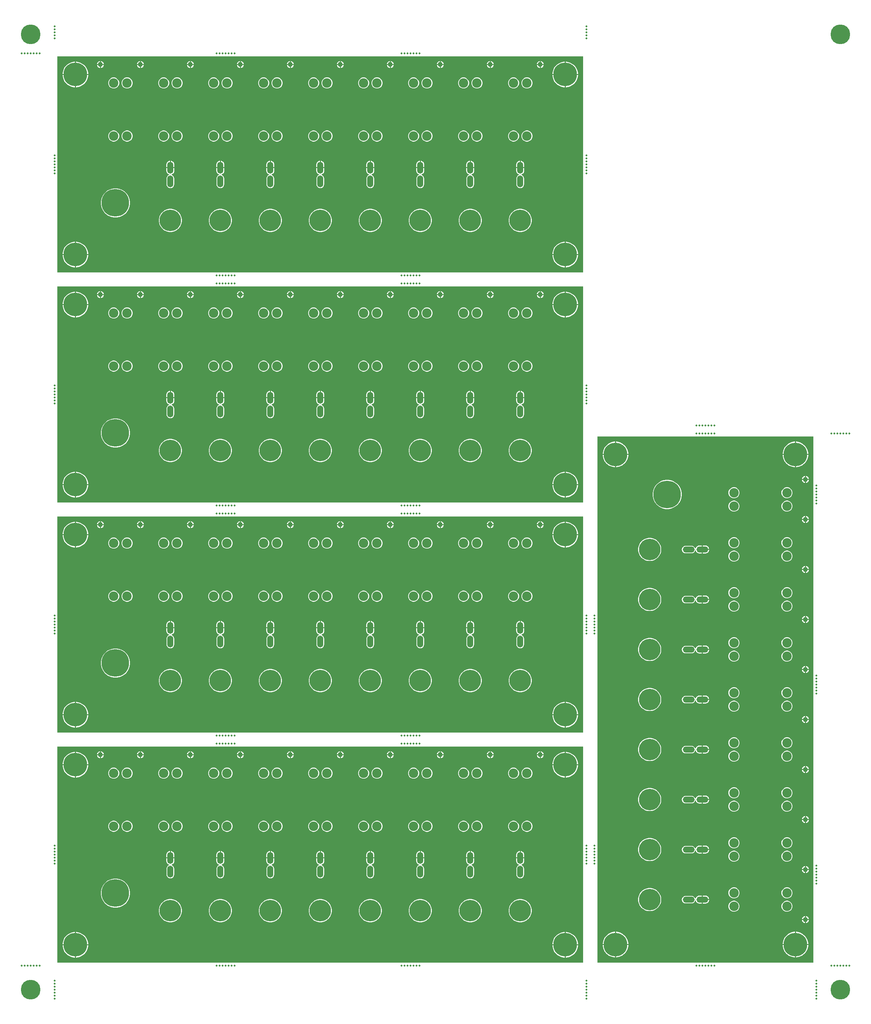
<source format=gbl>
G04*
G04 #@! TF.GenerationSoftware,Altium Limited,Altium Designer,22.0.2 (36)*
G04*
G04 Layer_Physical_Order=2*
G04 Layer_Color=16711680*
%FSLAX44Y44*%
%MOMM*%
G71*
G04*
G04 #@! TF.SameCoordinates,A2EA2B81-71FB-41A7-B433-9E60F2C241B4*
G04*
G04*
G04 #@! TF.FilePolarity,Positive*
G04*
G01*
G75*
%ADD16C,5.0000*%
%ADD17C,0.5080*%
%ADD18R,5.4610X5.4610*%
%ADD19C,5.4610*%
%ADD20O,1.5000X3.0000*%
%ADD21C,2.4000*%
%ADD22C,7.0000*%
%ADD23R,7.0000X7.0000*%
%ADD24C,6.0000*%
%ADD25C,1.2700*%
%ADD26R,5.4610X5.4610*%
%ADD27O,3.0000X1.5000*%
%ADD28R,7.0000X7.0000*%
G36*
X1441920Y1858800D02*
X105880D01*
Y2407440D01*
X1441920D01*
Y1858800D01*
D02*
G37*
G36*
Y1274600D02*
X105880D01*
Y1823240D01*
X1441920D01*
Y1274600D01*
D02*
G37*
G36*
Y690400D02*
X105880D01*
Y1239040D01*
X1441920D01*
Y690400D01*
D02*
G37*
G36*
X2026920Y106680D02*
X1478280D01*
Y1442720D01*
X2026920D01*
Y106680D01*
D02*
G37*
G36*
X1441920Y106200D02*
X105880D01*
Y654840D01*
X1441920D01*
Y106200D01*
D02*
G37*
%LPC*%
G36*
X1333970Y2395983D02*
Y2388390D01*
X1341563D01*
X1340984Y2390551D01*
X1339814Y2392579D01*
X1338159Y2394234D01*
X1336131Y2395404D01*
X1333970Y2395983D01*
D02*
G37*
G36*
X1331430D02*
X1329269Y2395404D01*
X1327241Y2394234D01*
X1325586Y2392579D01*
X1324416Y2390551D01*
X1323837Y2388390D01*
X1331430D01*
Y2395983D01*
D02*
G37*
G36*
X1206970D02*
Y2388390D01*
X1214563D01*
X1213984Y2390551D01*
X1212814Y2392579D01*
X1211159Y2394234D01*
X1209131Y2395404D01*
X1206970Y2395983D01*
D02*
G37*
G36*
X1204430D02*
X1202269Y2395404D01*
X1200241Y2394234D01*
X1198586Y2392579D01*
X1197416Y2390551D01*
X1196837Y2388390D01*
X1204430D01*
Y2395983D01*
D02*
G37*
G36*
X1079970D02*
Y2388390D01*
X1087563D01*
X1086984Y2390551D01*
X1085814Y2392579D01*
X1084159Y2394234D01*
X1082131Y2395404D01*
X1079970Y2395983D01*
D02*
G37*
G36*
X1077430D02*
X1075269Y2395404D01*
X1073241Y2394234D01*
X1071586Y2392579D01*
X1070416Y2390551D01*
X1069837Y2388390D01*
X1077430D01*
Y2395983D01*
D02*
G37*
G36*
X952970D02*
Y2388390D01*
X960563D01*
X959984Y2390551D01*
X958814Y2392579D01*
X957159Y2394234D01*
X955131Y2395404D01*
X952970Y2395983D01*
D02*
G37*
G36*
X950430D02*
X948269Y2395404D01*
X946241Y2394234D01*
X944586Y2392579D01*
X943416Y2390551D01*
X942837Y2388390D01*
X950430D01*
Y2395983D01*
D02*
G37*
G36*
X825970D02*
Y2388390D01*
X833563D01*
X832984Y2390551D01*
X831814Y2392579D01*
X830159Y2394234D01*
X828131Y2395404D01*
X825970Y2395983D01*
D02*
G37*
G36*
X823430D02*
X821269Y2395404D01*
X819241Y2394234D01*
X817586Y2392579D01*
X816416Y2390551D01*
X815837Y2388390D01*
X823430D01*
Y2395983D01*
D02*
G37*
G36*
X698970D02*
Y2388390D01*
X706563D01*
X705984Y2390551D01*
X704814Y2392579D01*
X703159Y2394234D01*
X701131Y2395404D01*
X698970Y2395983D01*
D02*
G37*
G36*
X696430D02*
X694269Y2395404D01*
X692241Y2394234D01*
X690586Y2392579D01*
X689416Y2390551D01*
X688837Y2388390D01*
X696430D01*
Y2395983D01*
D02*
G37*
G36*
X571970D02*
Y2388390D01*
X579563D01*
X578984Y2390551D01*
X577814Y2392579D01*
X576159Y2394234D01*
X574131Y2395404D01*
X571970Y2395983D01*
D02*
G37*
G36*
X569430D02*
X567269Y2395404D01*
X565241Y2394234D01*
X563586Y2392579D01*
X562416Y2390551D01*
X561837Y2388390D01*
X569430D01*
Y2395983D01*
D02*
G37*
G36*
X444970D02*
Y2388390D01*
X452563D01*
X451984Y2390551D01*
X450814Y2392579D01*
X449159Y2394234D01*
X447131Y2395404D01*
X444970Y2395983D01*
D02*
G37*
G36*
X442430D02*
X440269Y2395404D01*
X438241Y2394234D01*
X436586Y2392579D01*
X435416Y2390551D01*
X434837Y2388390D01*
X442430D01*
Y2395983D01*
D02*
G37*
G36*
X317970D02*
Y2388390D01*
X325563D01*
X324984Y2390551D01*
X323814Y2392579D01*
X322159Y2394234D01*
X320131Y2395404D01*
X317970Y2395983D01*
D02*
G37*
G36*
X315430D02*
X313269Y2395404D01*
X311241Y2394234D01*
X309586Y2392579D01*
X308416Y2390551D01*
X307837Y2388390D01*
X315430D01*
Y2395983D01*
D02*
G37*
G36*
X216370D02*
Y2388390D01*
X223963D01*
X223384Y2390551D01*
X222214Y2392579D01*
X220559Y2394234D01*
X218531Y2395404D01*
X216370Y2395983D01*
D02*
G37*
G36*
X213830D02*
X211669Y2395404D01*
X209641Y2394234D01*
X207986Y2392579D01*
X206816Y2390551D01*
X206237Y2388390D01*
X213830D01*
Y2395983D01*
D02*
G37*
G36*
X1341563Y2385850D02*
X1333970D01*
Y2378257D01*
X1336131Y2378836D01*
X1338159Y2380006D01*
X1339814Y2381661D01*
X1340984Y2383689D01*
X1341563Y2385850D01*
D02*
G37*
G36*
X1331430D02*
X1323837D01*
X1324416Y2383689D01*
X1325586Y2381661D01*
X1327241Y2380006D01*
X1329269Y2378836D01*
X1331430Y2378257D01*
Y2385850D01*
D02*
G37*
G36*
X1214563D02*
X1206970D01*
Y2378257D01*
X1209131Y2378836D01*
X1211159Y2380006D01*
X1212814Y2381661D01*
X1213984Y2383689D01*
X1214563Y2385850D01*
D02*
G37*
G36*
X1204430D02*
X1196837D01*
X1197416Y2383689D01*
X1198586Y2381661D01*
X1200241Y2380006D01*
X1202269Y2378836D01*
X1204430Y2378257D01*
Y2385850D01*
D02*
G37*
G36*
X1087563D02*
X1079970D01*
Y2378257D01*
X1082131Y2378836D01*
X1084159Y2380006D01*
X1085814Y2381661D01*
X1086984Y2383689D01*
X1087563Y2385850D01*
D02*
G37*
G36*
X1077430D02*
X1069837D01*
X1070416Y2383689D01*
X1071586Y2381661D01*
X1073241Y2380006D01*
X1075269Y2378836D01*
X1077430Y2378257D01*
Y2385850D01*
D02*
G37*
G36*
X960563D02*
X952970D01*
Y2378257D01*
X955131Y2378836D01*
X957159Y2380006D01*
X958814Y2381661D01*
X959984Y2383689D01*
X960563Y2385850D01*
D02*
G37*
G36*
X950430D02*
X942837D01*
X943416Y2383689D01*
X944586Y2381661D01*
X946241Y2380006D01*
X948269Y2378836D01*
X950430Y2378257D01*
Y2385850D01*
D02*
G37*
G36*
X833563D02*
X825970D01*
Y2378257D01*
X828131Y2378836D01*
X830159Y2380006D01*
X831814Y2381661D01*
X832984Y2383689D01*
X833563Y2385850D01*
D02*
G37*
G36*
X823430D02*
X815837D01*
X816416Y2383689D01*
X817586Y2381661D01*
X819241Y2380006D01*
X821269Y2378836D01*
X823430Y2378257D01*
Y2385850D01*
D02*
G37*
G36*
X706563D02*
X698970D01*
Y2378257D01*
X701131Y2378836D01*
X703159Y2380006D01*
X704814Y2381661D01*
X705984Y2383689D01*
X706563Y2385850D01*
D02*
G37*
G36*
X696430D02*
X688837D01*
X689416Y2383689D01*
X690586Y2381661D01*
X692241Y2380006D01*
X694269Y2378836D01*
X696430Y2378257D01*
Y2385850D01*
D02*
G37*
G36*
X579563D02*
X571970D01*
Y2378257D01*
X574131Y2378836D01*
X576159Y2380006D01*
X577814Y2381661D01*
X578984Y2383689D01*
X579563Y2385850D01*
D02*
G37*
G36*
X569430D02*
X561837D01*
X562416Y2383689D01*
X563586Y2381661D01*
X565241Y2380006D01*
X567269Y2378836D01*
X569430Y2378257D01*
Y2385850D01*
D02*
G37*
G36*
X452563D02*
X444970D01*
Y2378257D01*
X447131Y2378836D01*
X449159Y2380006D01*
X450814Y2381661D01*
X451984Y2383689D01*
X452563Y2385850D01*
D02*
G37*
G36*
X442430D02*
X434837D01*
X435416Y2383689D01*
X436586Y2381661D01*
X438241Y2380006D01*
X440269Y2378836D01*
X442430Y2378257D01*
Y2385850D01*
D02*
G37*
G36*
X325563D02*
X317970D01*
Y2378257D01*
X320131Y2378836D01*
X322159Y2380006D01*
X323814Y2381661D01*
X324984Y2383689D01*
X325563Y2385850D01*
D02*
G37*
G36*
X315430D02*
X307837D01*
X308416Y2383689D01*
X309586Y2381661D01*
X311241Y2380006D01*
X313269Y2378836D01*
X315430Y2378257D01*
Y2385850D01*
D02*
G37*
G36*
X223963D02*
X216370D01*
Y2378257D01*
X218531Y2378836D01*
X220559Y2380006D01*
X222214Y2381661D01*
X223384Y2383689D01*
X223963Y2385850D01*
D02*
G37*
G36*
X213830D02*
X206237D01*
X206816Y2383689D01*
X207986Y2381661D01*
X209641Y2380006D01*
X211669Y2378836D01*
X213830Y2378257D01*
Y2385850D01*
D02*
G37*
G36*
X1398761Y2394260D02*
X1397470D01*
Y2362990D01*
X1428740D01*
Y2364281D01*
X1427939Y2369340D01*
X1426356Y2374211D01*
X1424031Y2378775D01*
X1421020Y2382918D01*
X1417398Y2386540D01*
X1413255Y2389551D01*
X1408691Y2391876D01*
X1403820Y2393459D01*
X1398761Y2394260D01*
D02*
G37*
G36*
X1394930D02*
X1393639D01*
X1388580Y2393459D01*
X1383709Y2391876D01*
X1379145Y2389551D01*
X1375002Y2386540D01*
X1371380Y2382918D01*
X1368369Y2378775D01*
X1366044Y2374211D01*
X1364461Y2369340D01*
X1363660Y2364281D01*
Y2362990D01*
X1394930D01*
Y2394260D01*
D02*
G37*
G36*
X154161D02*
X152870D01*
Y2362990D01*
X184140D01*
Y2364281D01*
X183339Y2369340D01*
X181756Y2374211D01*
X179431Y2378775D01*
X176420Y2382918D01*
X172798Y2386540D01*
X168655Y2389551D01*
X164091Y2391876D01*
X159220Y2393459D01*
X154161Y2394260D01*
D02*
G37*
G36*
X150330D02*
X149039D01*
X143980Y2393459D01*
X139109Y2391876D01*
X134545Y2389551D01*
X130402Y2386540D01*
X126780Y2382918D01*
X123769Y2378775D01*
X121444Y2374211D01*
X119861Y2369340D01*
X119060Y2364281D01*
Y2362990D01*
X150330D01*
Y2394260D01*
D02*
G37*
G36*
X1428740Y2360450D02*
X1397470D01*
Y2329180D01*
X1398761D01*
X1403820Y2329981D01*
X1408691Y2331564D01*
X1413255Y2333889D01*
X1417398Y2336900D01*
X1421020Y2340522D01*
X1424031Y2344665D01*
X1426356Y2349229D01*
X1427939Y2354100D01*
X1428740Y2359159D01*
Y2360450D01*
D02*
G37*
G36*
X1394930D02*
X1363660D01*
Y2359159D01*
X1364461Y2354100D01*
X1366044Y2349229D01*
X1368369Y2344665D01*
X1371380Y2340522D01*
X1375002Y2336900D01*
X1379145Y2333889D01*
X1383709Y2331564D01*
X1388580Y2329981D01*
X1393639Y2329180D01*
X1394930D01*
Y2360450D01*
D02*
G37*
G36*
X184140D02*
X152870D01*
Y2329180D01*
X154161D01*
X159220Y2329981D01*
X164091Y2331564D01*
X168655Y2333889D01*
X172798Y2336900D01*
X176420Y2340522D01*
X179431Y2344665D01*
X181756Y2349229D01*
X183339Y2354100D01*
X184140Y2359159D01*
Y2360450D01*
D02*
G37*
G36*
X150330D02*
X119060D01*
Y2359159D01*
X119861Y2354100D01*
X121444Y2349229D01*
X123769Y2344665D01*
X126780Y2340522D01*
X130402Y2336900D01*
X134545Y2333889D01*
X139109Y2331564D01*
X143980Y2329981D01*
X149039Y2329180D01*
X150330D01*
Y2360450D01*
D02*
G37*
G36*
X1300743Y2354170D02*
X1297057D01*
X1293496Y2353216D01*
X1290304Y2351373D01*
X1287697Y2348766D01*
X1285854Y2345574D01*
X1284900Y2342013D01*
Y2338327D01*
X1285854Y2334766D01*
X1287697Y2331574D01*
X1290304Y2328967D01*
X1293496Y2327124D01*
X1297057Y2326170D01*
X1300743D01*
X1304304Y2327124D01*
X1307496Y2328967D01*
X1310103Y2331574D01*
X1311946Y2334766D01*
X1312900Y2338327D01*
Y2342013D01*
X1311946Y2345574D01*
X1310103Y2348766D01*
X1307496Y2351373D01*
X1304304Y2353216D01*
X1300743Y2354170D01*
D02*
G37*
G36*
X1266743D02*
X1263057D01*
X1259496Y2353216D01*
X1256304Y2351373D01*
X1253697Y2348766D01*
X1251854Y2345574D01*
X1250900Y2342013D01*
Y2338327D01*
X1251854Y2334766D01*
X1253697Y2331574D01*
X1256304Y2328967D01*
X1259496Y2327124D01*
X1263057Y2326170D01*
X1266743D01*
X1270304Y2327124D01*
X1273496Y2328967D01*
X1276103Y2331574D01*
X1277946Y2334766D01*
X1278900Y2338327D01*
Y2342013D01*
X1277946Y2345574D01*
X1276103Y2348766D01*
X1273496Y2351373D01*
X1270304Y2353216D01*
X1266743Y2354170D01*
D02*
G37*
G36*
X1173743D02*
X1170057D01*
X1166496Y2353216D01*
X1163304Y2351373D01*
X1160697Y2348766D01*
X1158854Y2345574D01*
X1157900Y2342013D01*
Y2338327D01*
X1158854Y2334766D01*
X1160697Y2331574D01*
X1163304Y2328967D01*
X1166496Y2327124D01*
X1170057Y2326170D01*
X1173743D01*
X1177304Y2327124D01*
X1180496Y2328967D01*
X1183103Y2331574D01*
X1184946Y2334766D01*
X1185900Y2338327D01*
Y2342013D01*
X1184946Y2345574D01*
X1183103Y2348766D01*
X1180496Y2351373D01*
X1177304Y2353216D01*
X1173743Y2354170D01*
D02*
G37*
G36*
X1139743D02*
X1136057D01*
X1132496Y2353216D01*
X1129304Y2351373D01*
X1126697Y2348766D01*
X1124854Y2345574D01*
X1123900Y2342013D01*
Y2338327D01*
X1124854Y2334766D01*
X1126697Y2331574D01*
X1129304Y2328967D01*
X1132496Y2327124D01*
X1136057Y2326170D01*
X1139743D01*
X1143304Y2327124D01*
X1146496Y2328967D01*
X1149103Y2331574D01*
X1150946Y2334766D01*
X1151900Y2338327D01*
Y2342013D01*
X1150946Y2345574D01*
X1149103Y2348766D01*
X1146496Y2351373D01*
X1143304Y2353216D01*
X1139743Y2354170D01*
D02*
G37*
G36*
X1046743D02*
X1043057D01*
X1039496Y2353216D01*
X1036304Y2351373D01*
X1033697Y2348766D01*
X1031854Y2345574D01*
X1030900Y2342013D01*
Y2338327D01*
X1031854Y2334766D01*
X1033697Y2331574D01*
X1036304Y2328967D01*
X1039496Y2327124D01*
X1043057Y2326170D01*
X1046743D01*
X1050304Y2327124D01*
X1053496Y2328967D01*
X1056103Y2331574D01*
X1057946Y2334766D01*
X1058900Y2338327D01*
Y2342013D01*
X1057946Y2345574D01*
X1056103Y2348766D01*
X1053496Y2351373D01*
X1050304Y2353216D01*
X1046743Y2354170D01*
D02*
G37*
G36*
X1012743D02*
X1009057D01*
X1005496Y2353216D01*
X1002304Y2351373D01*
X999697Y2348766D01*
X997854Y2345574D01*
X996900Y2342013D01*
Y2338327D01*
X997854Y2334766D01*
X999697Y2331574D01*
X1002304Y2328967D01*
X1005496Y2327124D01*
X1009057Y2326170D01*
X1012743D01*
X1016304Y2327124D01*
X1019496Y2328967D01*
X1022103Y2331574D01*
X1023946Y2334766D01*
X1024900Y2338327D01*
Y2342013D01*
X1023946Y2345574D01*
X1022103Y2348766D01*
X1019496Y2351373D01*
X1016304Y2353216D01*
X1012743Y2354170D01*
D02*
G37*
G36*
X919743D02*
X916057D01*
X912496Y2353216D01*
X909304Y2351373D01*
X906697Y2348766D01*
X904854Y2345574D01*
X903900Y2342013D01*
Y2338327D01*
X904854Y2334766D01*
X906697Y2331574D01*
X909304Y2328967D01*
X912496Y2327124D01*
X916057Y2326170D01*
X919743D01*
X923304Y2327124D01*
X926496Y2328967D01*
X929103Y2331574D01*
X930946Y2334766D01*
X931900Y2338327D01*
Y2342013D01*
X930946Y2345574D01*
X929103Y2348766D01*
X926496Y2351373D01*
X923304Y2353216D01*
X919743Y2354170D01*
D02*
G37*
G36*
X885743D02*
X882057D01*
X878496Y2353216D01*
X875304Y2351373D01*
X872697Y2348766D01*
X870854Y2345574D01*
X869900Y2342013D01*
Y2338327D01*
X870854Y2334766D01*
X872697Y2331574D01*
X875304Y2328967D01*
X878496Y2327124D01*
X882057Y2326170D01*
X885743D01*
X889304Y2327124D01*
X892496Y2328967D01*
X895103Y2331574D01*
X896946Y2334766D01*
X897900Y2338327D01*
Y2342013D01*
X896946Y2345574D01*
X895103Y2348766D01*
X892496Y2351373D01*
X889304Y2353216D01*
X885743Y2354170D01*
D02*
G37*
G36*
X792743D02*
X789057D01*
X785496Y2353216D01*
X782304Y2351373D01*
X779697Y2348766D01*
X777854Y2345574D01*
X776900Y2342013D01*
Y2338327D01*
X777854Y2334766D01*
X779697Y2331574D01*
X782304Y2328967D01*
X785496Y2327124D01*
X789057Y2326170D01*
X792743D01*
X796304Y2327124D01*
X799496Y2328967D01*
X802103Y2331574D01*
X803946Y2334766D01*
X804900Y2338327D01*
Y2342013D01*
X803946Y2345574D01*
X802103Y2348766D01*
X799496Y2351373D01*
X796304Y2353216D01*
X792743Y2354170D01*
D02*
G37*
G36*
X758743D02*
X755057D01*
X751496Y2353216D01*
X748304Y2351373D01*
X745697Y2348766D01*
X743854Y2345574D01*
X742900Y2342013D01*
Y2338327D01*
X743854Y2334766D01*
X745697Y2331574D01*
X748304Y2328967D01*
X751496Y2327124D01*
X755057Y2326170D01*
X758743D01*
X762304Y2327124D01*
X765496Y2328967D01*
X768103Y2331574D01*
X769946Y2334766D01*
X770900Y2338327D01*
Y2342013D01*
X769946Y2345574D01*
X768103Y2348766D01*
X765496Y2351373D01*
X762304Y2353216D01*
X758743Y2354170D01*
D02*
G37*
G36*
X665743D02*
X662057D01*
X658496Y2353216D01*
X655304Y2351373D01*
X652697Y2348766D01*
X650854Y2345574D01*
X649900Y2342013D01*
Y2338327D01*
X650854Y2334766D01*
X652697Y2331574D01*
X655304Y2328967D01*
X658496Y2327124D01*
X662057Y2326170D01*
X665743D01*
X669304Y2327124D01*
X672496Y2328967D01*
X675103Y2331574D01*
X676946Y2334766D01*
X677900Y2338327D01*
Y2342013D01*
X676946Y2345574D01*
X675103Y2348766D01*
X672496Y2351373D01*
X669304Y2353216D01*
X665743Y2354170D01*
D02*
G37*
G36*
X631743D02*
X628057D01*
X624496Y2353216D01*
X621304Y2351373D01*
X618697Y2348766D01*
X616854Y2345574D01*
X615900Y2342013D01*
Y2338327D01*
X616854Y2334766D01*
X618697Y2331574D01*
X621304Y2328967D01*
X624496Y2327124D01*
X628057Y2326170D01*
X631743D01*
X635304Y2327124D01*
X638496Y2328967D01*
X641103Y2331574D01*
X642946Y2334766D01*
X643900Y2338327D01*
Y2342013D01*
X642946Y2345574D01*
X641103Y2348766D01*
X638496Y2351373D01*
X635304Y2353216D01*
X631743Y2354170D01*
D02*
G37*
G36*
X538743D02*
X535057D01*
X531496Y2353216D01*
X528304Y2351373D01*
X525697Y2348766D01*
X523854Y2345574D01*
X522900Y2342013D01*
Y2338327D01*
X523854Y2334766D01*
X525697Y2331574D01*
X528304Y2328967D01*
X531496Y2327124D01*
X535057Y2326170D01*
X538743D01*
X542304Y2327124D01*
X545496Y2328967D01*
X548103Y2331574D01*
X549946Y2334766D01*
X550900Y2338327D01*
Y2342013D01*
X549946Y2345574D01*
X548103Y2348766D01*
X545496Y2351373D01*
X542304Y2353216D01*
X538743Y2354170D01*
D02*
G37*
G36*
X504743D02*
X501057D01*
X497496Y2353216D01*
X494304Y2351373D01*
X491697Y2348766D01*
X489854Y2345574D01*
X488900Y2342013D01*
Y2338327D01*
X489854Y2334766D01*
X491697Y2331574D01*
X494304Y2328967D01*
X497496Y2327124D01*
X501057Y2326170D01*
X504743D01*
X508304Y2327124D01*
X511496Y2328967D01*
X514103Y2331574D01*
X515946Y2334766D01*
X516900Y2338327D01*
Y2342013D01*
X515946Y2345574D01*
X514103Y2348766D01*
X511496Y2351373D01*
X508304Y2353216D01*
X504743Y2354170D01*
D02*
G37*
G36*
X411743D02*
X408057D01*
X404496Y2353216D01*
X401304Y2351373D01*
X398697Y2348766D01*
X396854Y2345574D01*
X395900Y2342013D01*
Y2338327D01*
X396854Y2334766D01*
X398697Y2331574D01*
X401304Y2328967D01*
X404496Y2327124D01*
X408057Y2326170D01*
X411743D01*
X415304Y2327124D01*
X418496Y2328967D01*
X421103Y2331574D01*
X422946Y2334766D01*
X423900Y2338327D01*
Y2342013D01*
X422946Y2345574D01*
X421103Y2348766D01*
X418496Y2351373D01*
X415304Y2353216D01*
X411743Y2354170D01*
D02*
G37*
G36*
X377743D02*
X374057D01*
X370496Y2353216D01*
X367304Y2351373D01*
X364697Y2348766D01*
X362854Y2345574D01*
X361900Y2342013D01*
Y2338327D01*
X362854Y2334766D01*
X364697Y2331574D01*
X367304Y2328967D01*
X370496Y2327124D01*
X374057Y2326170D01*
X377743D01*
X381304Y2327124D01*
X384496Y2328967D01*
X387103Y2331574D01*
X388946Y2334766D01*
X389900Y2338327D01*
Y2342013D01*
X388946Y2345574D01*
X387103Y2348766D01*
X384496Y2351373D01*
X381304Y2353216D01*
X377743Y2354170D01*
D02*
G37*
G36*
X284743D02*
X281057D01*
X277496Y2353216D01*
X274304Y2351373D01*
X271697Y2348766D01*
X269854Y2345574D01*
X268900Y2342013D01*
Y2338327D01*
X269854Y2334766D01*
X271697Y2331574D01*
X274304Y2328967D01*
X277496Y2327124D01*
X281057Y2326170D01*
X284743D01*
X288304Y2327124D01*
X291496Y2328967D01*
X294103Y2331574D01*
X295946Y2334766D01*
X296900Y2338327D01*
Y2342013D01*
X295946Y2345574D01*
X294103Y2348766D01*
X291496Y2351373D01*
X288304Y2353216D01*
X284743Y2354170D01*
D02*
G37*
G36*
X250743D02*
X247057D01*
X243496Y2353216D01*
X240304Y2351373D01*
X237697Y2348766D01*
X235854Y2345574D01*
X234900Y2342013D01*
Y2338327D01*
X235854Y2334766D01*
X237697Y2331574D01*
X240304Y2328967D01*
X243496Y2327124D01*
X247057Y2326170D01*
X250743D01*
X254304Y2327124D01*
X257496Y2328967D01*
X260103Y2331574D01*
X261946Y2334766D01*
X262900Y2338327D01*
Y2342013D01*
X261946Y2345574D01*
X260103Y2348766D01*
X257496Y2351373D01*
X254304Y2353216D01*
X250743Y2354170D01*
D02*
G37*
G36*
X1300743Y2219470D02*
X1297057D01*
X1293496Y2218516D01*
X1290304Y2216673D01*
X1287697Y2214066D01*
X1285854Y2210874D01*
X1284900Y2207313D01*
Y2203627D01*
X1285854Y2200066D01*
X1287697Y2196874D01*
X1290304Y2194267D01*
X1293496Y2192424D01*
X1297057Y2191470D01*
X1300743D01*
X1304304Y2192424D01*
X1307496Y2194267D01*
X1310103Y2196874D01*
X1311946Y2200066D01*
X1312900Y2203627D01*
Y2207313D01*
X1311946Y2210874D01*
X1310103Y2214066D01*
X1307496Y2216673D01*
X1304304Y2218516D01*
X1300743Y2219470D01*
D02*
G37*
G36*
X1266743D02*
X1263057D01*
X1259496Y2218516D01*
X1256304Y2216673D01*
X1253697Y2214066D01*
X1251854Y2210874D01*
X1250900Y2207313D01*
Y2203627D01*
X1251854Y2200066D01*
X1253697Y2196874D01*
X1256304Y2194267D01*
X1259496Y2192424D01*
X1263057Y2191470D01*
X1266743D01*
X1270304Y2192424D01*
X1273496Y2194267D01*
X1276103Y2196874D01*
X1277946Y2200066D01*
X1278900Y2203627D01*
Y2207313D01*
X1277946Y2210874D01*
X1276103Y2214066D01*
X1273496Y2216673D01*
X1270304Y2218516D01*
X1266743Y2219470D01*
D02*
G37*
G36*
X1173743D02*
X1170057D01*
X1166496Y2218516D01*
X1163304Y2216673D01*
X1160697Y2214066D01*
X1158854Y2210874D01*
X1157900Y2207313D01*
Y2203627D01*
X1158854Y2200066D01*
X1160697Y2196874D01*
X1163304Y2194267D01*
X1166496Y2192424D01*
X1170057Y2191470D01*
X1173743D01*
X1177304Y2192424D01*
X1180496Y2194267D01*
X1183103Y2196874D01*
X1184946Y2200066D01*
X1185900Y2203627D01*
Y2207313D01*
X1184946Y2210874D01*
X1183103Y2214066D01*
X1180496Y2216673D01*
X1177304Y2218516D01*
X1173743Y2219470D01*
D02*
G37*
G36*
X1139743D02*
X1136057D01*
X1132496Y2218516D01*
X1129304Y2216673D01*
X1126697Y2214066D01*
X1124854Y2210874D01*
X1123900Y2207313D01*
Y2203627D01*
X1124854Y2200066D01*
X1126697Y2196874D01*
X1129304Y2194267D01*
X1132496Y2192424D01*
X1136057Y2191470D01*
X1139743D01*
X1143304Y2192424D01*
X1146496Y2194267D01*
X1149103Y2196874D01*
X1150946Y2200066D01*
X1151900Y2203627D01*
Y2207313D01*
X1150946Y2210874D01*
X1149103Y2214066D01*
X1146496Y2216673D01*
X1143304Y2218516D01*
X1139743Y2219470D01*
D02*
G37*
G36*
X1046743D02*
X1043057D01*
X1039496Y2218516D01*
X1036304Y2216673D01*
X1033697Y2214066D01*
X1031854Y2210874D01*
X1030900Y2207313D01*
Y2203627D01*
X1031854Y2200066D01*
X1033697Y2196874D01*
X1036304Y2194267D01*
X1039496Y2192424D01*
X1043057Y2191470D01*
X1046743D01*
X1050304Y2192424D01*
X1053496Y2194267D01*
X1056103Y2196874D01*
X1057946Y2200066D01*
X1058900Y2203627D01*
Y2207313D01*
X1057946Y2210874D01*
X1056103Y2214066D01*
X1053496Y2216673D01*
X1050304Y2218516D01*
X1046743Y2219470D01*
D02*
G37*
G36*
X1012743D02*
X1009057D01*
X1005496Y2218516D01*
X1002304Y2216673D01*
X999697Y2214066D01*
X997854Y2210874D01*
X996900Y2207313D01*
Y2203627D01*
X997854Y2200066D01*
X999697Y2196874D01*
X1002304Y2194267D01*
X1005496Y2192424D01*
X1009057Y2191470D01*
X1012743D01*
X1016304Y2192424D01*
X1019496Y2194267D01*
X1022103Y2196874D01*
X1023946Y2200066D01*
X1024900Y2203627D01*
Y2207313D01*
X1023946Y2210874D01*
X1022103Y2214066D01*
X1019496Y2216673D01*
X1016304Y2218516D01*
X1012743Y2219470D01*
D02*
G37*
G36*
X919743D02*
X916057D01*
X912496Y2218516D01*
X909304Y2216673D01*
X906697Y2214066D01*
X904854Y2210874D01*
X903900Y2207313D01*
Y2203627D01*
X904854Y2200066D01*
X906697Y2196874D01*
X909304Y2194267D01*
X912496Y2192424D01*
X916057Y2191470D01*
X919743D01*
X923304Y2192424D01*
X926496Y2194267D01*
X929103Y2196874D01*
X930946Y2200066D01*
X931900Y2203627D01*
Y2207313D01*
X930946Y2210874D01*
X929103Y2214066D01*
X926496Y2216673D01*
X923304Y2218516D01*
X919743Y2219470D01*
D02*
G37*
G36*
X885743D02*
X882057D01*
X878496Y2218516D01*
X875304Y2216673D01*
X872697Y2214066D01*
X870854Y2210874D01*
X869900Y2207313D01*
Y2203627D01*
X870854Y2200066D01*
X872697Y2196874D01*
X875304Y2194267D01*
X878496Y2192424D01*
X882057Y2191470D01*
X885743D01*
X889304Y2192424D01*
X892496Y2194267D01*
X895103Y2196874D01*
X896946Y2200066D01*
X897900Y2203627D01*
Y2207313D01*
X896946Y2210874D01*
X895103Y2214066D01*
X892496Y2216673D01*
X889304Y2218516D01*
X885743Y2219470D01*
D02*
G37*
G36*
X792743D02*
X789057D01*
X785496Y2218516D01*
X782304Y2216673D01*
X779697Y2214066D01*
X777854Y2210874D01*
X776900Y2207313D01*
Y2203627D01*
X777854Y2200066D01*
X779697Y2196874D01*
X782304Y2194267D01*
X785496Y2192424D01*
X789057Y2191470D01*
X792743D01*
X796304Y2192424D01*
X799496Y2194267D01*
X802103Y2196874D01*
X803946Y2200066D01*
X804900Y2203627D01*
Y2207313D01*
X803946Y2210874D01*
X802103Y2214066D01*
X799496Y2216673D01*
X796304Y2218516D01*
X792743Y2219470D01*
D02*
G37*
G36*
X758743D02*
X755057D01*
X751496Y2218516D01*
X748304Y2216673D01*
X745697Y2214066D01*
X743854Y2210874D01*
X742900Y2207313D01*
Y2203627D01*
X743854Y2200066D01*
X745697Y2196874D01*
X748304Y2194267D01*
X751496Y2192424D01*
X755057Y2191470D01*
X758743D01*
X762304Y2192424D01*
X765496Y2194267D01*
X768103Y2196874D01*
X769946Y2200066D01*
X770900Y2203627D01*
Y2207313D01*
X769946Y2210874D01*
X768103Y2214066D01*
X765496Y2216673D01*
X762304Y2218516D01*
X758743Y2219470D01*
D02*
G37*
G36*
X665743D02*
X662057D01*
X658496Y2218516D01*
X655304Y2216673D01*
X652697Y2214066D01*
X650854Y2210874D01*
X649900Y2207313D01*
Y2203627D01*
X650854Y2200066D01*
X652697Y2196874D01*
X655304Y2194267D01*
X658496Y2192424D01*
X662057Y2191470D01*
X665743D01*
X669304Y2192424D01*
X672496Y2194267D01*
X675103Y2196874D01*
X676946Y2200066D01*
X677900Y2203627D01*
Y2207313D01*
X676946Y2210874D01*
X675103Y2214066D01*
X672496Y2216673D01*
X669304Y2218516D01*
X665743Y2219470D01*
D02*
G37*
G36*
X631743D02*
X628057D01*
X624496Y2218516D01*
X621304Y2216673D01*
X618697Y2214066D01*
X616854Y2210874D01*
X615900Y2207313D01*
Y2203627D01*
X616854Y2200066D01*
X618697Y2196874D01*
X621304Y2194267D01*
X624496Y2192424D01*
X628057Y2191470D01*
X631743D01*
X635304Y2192424D01*
X638496Y2194267D01*
X641103Y2196874D01*
X642946Y2200066D01*
X643900Y2203627D01*
Y2207313D01*
X642946Y2210874D01*
X641103Y2214066D01*
X638496Y2216673D01*
X635304Y2218516D01*
X631743Y2219470D01*
D02*
G37*
G36*
X538743D02*
X535057D01*
X531496Y2218516D01*
X528304Y2216673D01*
X525697Y2214066D01*
X523854Y2210874D01*
X522900Y2207313D01*
Y2203627D01*
X523854Y2200066D01*
X525697Y2196874D01*
X528304Y2194267D01*
X531496Y2192424D01*
X535057Y2191470D01*
X538743D01*
X542304Y2192424D01*
X545496Y2194267D01*
X548103Y2196874D01*
X549946Y2200066D01*
X550900Y2203627D01*
Y2207313D01*
X549946Y2210874D01*
X548103Y2214066D01*
X545496Y2216673D01*
X542304Y2218516D01*
X538743Y2219470D01*
D02*
G37*
G36*
X504743D02*
X501057D01*
X497496Y2218516D01*
X494304Y2216673D01*
X491697Y2214066D01*
X489854Y2210874D01*
X488900Y2207313D01*
Y2203627D01*
X489854Y2200066D01*
X491697Y2196874D01*
X494304Y2194267D01*
X497496Y2192424D01*
X501057Y2191470D01*
X504743D01*
X508304Y2192424D01*
X511496Y2194267D01*
X514103Y2196874D01*
X515946Y2200066D01*
X516900Y2203627D01*
Y2207313D01*
X515946Y2210874D01*
X514103Y2214066D01*
X511496Y2216673D01*
X508304Y2218516D01*
X504743Y2219470D01*
D02*
G37*
G36*
X411743D02*
X408057D01*
X404496Y2218516D01*
X401304Y2216673D01*
X398697Y2214066D01*
X396854Y2210874D01*
X395900Y2207313D01*
Y2203627D01*
X396854Y2200066D01*
X398697Y2196874D01*
X401304Y2194267D01*
X404496Y2192424D01*
X408057Y2191470D01*
X411743D01*
X415304Y2192424D01*
X418496Y2194267D01*
X421103Y2196874D01*
X422946Y2200066D01*
X423900Y2203627D01*
Y2207313D01*
X422946Y2210874D01*
X421103Y2214066D01*
X418496Y2216673D01*
X415304Y2218516D01*
X411743Y2219470D01*
D02*
G37*
G36*
X377743D02*
X374057D01*
X370496Y2218516D01*
X367304Y2216673D01*
X364697Y2214066D01*
X362854Y2210874D01*
X361900Y2207313D01*
Y2203627D01*
X362854Y2200066D01*
X364697Y2196874D01*
X367304Y2194267D01*
X370496Y2192424D01*
X374057Y2191470D01*
X377743D01*
X381304Y2192424D01*
X384496Y2194267D01*
X387103Y2196874D01*
X388946Y2200066D01*
X389900Y2203627D01*
Y2207313D01*
X388946Y2210874D01*
X387103Y2214066D01*
X384496Y2216673D01*
X381304Y2218516D01*
X377743Y2219470D01*
D02*
G37*
G36*
X284743D02*
X281057D01*
X277496Y2218516D01*
X274304Y2216673D01*
X271697Y2214066D01*
X269854Y2210874D01*
X268900Y2207313D01*
Y2203627D01*
X269854Y2200066D01*
X271697Y2196874D01*
X274304Y2194267D01*
X277496Y2192424D01*
X281057Y2191470D01*
X284743D01*
X288304Y2192424D01*
X291496Y2194267D01*
X294103Y2196874D01*
X295946Y2200066D01*
X296900Y2203627D01*
Y2207313D01*
X295946Y2210874D01*
X294103Y2214066D01*
X291496Y2216673D01*
X288304Y2218516D01*
X284743Y2219470D01*
D02*
G37*
G36*
X250743D02*
X247057D01*
X243496Y2218516D01*
X240304Y2216673D01*
X237697Y2214066D01*
X235854Y2210874D01*
X234900Y2207313D01*
Y2203627D01*
X235854Y2200066D01*
X237697Y2196874D01*
X240304Y2194267D01*
X243496Y2192424D01*
X247057Y2191470D01*
X250743D01*
X254304Y2192424D01*
X257496Y2194267D01*
X260103Y2196874D01*
X261946Y2200066D01*
X262900Y2203627D01*
Y2207313D01*
X261946Y2210874D01*
X260103Y2214066D01*
X257496Y2216673D01*
X254304Y2218516D01*
X250743Y2219470D01*
D02*
G37*
G36*
X1283170Y2142679D02*
Y2126490D01*
X1292027D01*
Y2132720D01*
X1291682Y2135341D01*
X1290670Y2137783D01*
X1289061Y2139881D01*
X1286963Y2141490D01*
X1284521Y2142502D01*
X1283170Y2142679D01*
D02*
G37*
G36*
X1156170D02*
Y2126490D01*
X1165027D01*
Y2132720D01*
X1164682Y2135341D01*
X1163670Y2137783D01*
X1162061Y2139881D01*
X1159963Y2141490D01*
X1157521Y2142502D01*
X1156170Y2142679D01*
D02*
G37*
G36*
X1029170D02*
Y2126490D01*
X1038027D01*
Y2132720D01*
X1037682Y2135341D01*
X1036670Y2137783D01*
X1035061Y2139881D01*
X1032963Y2141490D01*
X1030521Y2142502D01*
X1029170Y2142679D01*
D02*
G37*
G36*
X902170D02*
Y2126490D01*
X911027D01*
Y2132720D01*
X910682Y2135341D01*
X909670Y2137783D01*
X908061Y2139881D01*
X905963Y2141490D01*
X903521Y2142502D01*
X902170Y2142679D01*
D02*
G37*
G36*
X775170D02*
Y2126490D01*
X784027D01*
Y2132720D01*
X783682Y2135341D01*
X782670Y2137783D01*
X781061Y2139881D01*
X778963Y2141490D01*
X776521Y2142502D01*
X775170Y2142679D01*
D02*
G37*
G36*
X648170D02*
Y2126490D01*
X657027D01*
Y2132720D01*
X656682Y2135341D01*
X655670Y2137783D01*
X654061Y2139881D01*
X651963Y2141490D01*
X649521Y2142502D01*
X648170Y2142679D01*
D02*
G37*
G36*
X521170D02*
Y2126490D01*
X530027D01*
Y2132720D01*
X529682Y2135341D01*
X528670Y2137783D01*
X527061Y2139881D01*
X524963Y2141490D01*
X522521Y2142502D01*
X521170Y2142679D01*
D02*
G37*
G36*
X394170D02*
Y2126490D01*
X403027D01*
Y2132720D01*
X402682Y2135341D01*
X401670Y2137783D01*
X400061Y2139881D01*
X397963Y2141490D01*
X395521Y2142502D01*
X394170Y2142679D01*
D02*
G37*
G36*
X1280630D02*
X1279279Y2142502D01*
X1276837Y2141490D01*
X1274739Y2139881D01*
X1273130Y2137783D01*
X1272118Y2135341D01*
X1271773Y2132720D01*
Y2126490D01*
X1280630D01*
Y2142679D01*
D02*
G37*
G36*
X1153630D02*
X1152279Y2142502D01*
X1149837Y2141490D01*
X1147739Y2139881D01*
X1146130Y2137783D01*
X1145118Y2135341D01*
X1144773Y2132720D01*
Y2126490D01*
X1153630D01*
Y2142679D01*
D02*
G37*
G36*
X1026630D02*
X1025279Y2142502D01*
X1022837Y2141490D01*
X1020739Y2139881D01*
X1019130Y2137783D01*
X1018118Y2135341D01*
X1017773Y2132720D01*
Y2126490D01*
X1026630D01*
Y2142679D01*
D02*
G37*
G36*
X899630D02*
X898279Y2142502D01*
X895837Y2141490D01*
X893739Y2139881D01*
X892130Y2137783D01*
X891118Y2135341D01*
X890773Y2132720D01*
Y2126490D01*
X899630D01*
Y2142679D01*
D02*
G37*
G36*
X772630D02*
X771279Y2142502D01*
X768837Y2141490D01*
X766739Y2139881D01*
X765130Y2137783D01*
X764118Y2135341D01*
X763773Y2132720D01*
Y2126490D01*
X772630D01*
Y2142679D01*
D02*
G37*
G36*
X645630D02*
X644279Y2142502D01*
X641837Y2141490D01*
X639739Y2139881D01*
X638130Y2137783D01*
X637118Y2135341D01*
X636773Y2132720D01*
Y2126490D01*
X645630D01*
Y2142679D01*
D02*
G37*
G36*
X518630D02*
X517279Y2142502D01*
X514837Y2141490D01*
X512739Y2139881D01*
X511130Y2137783D01*
X510118Y2135341D01*
X509773Y2132720D01*
Y2126490D01*
X518630D01*
Y2142679D01*
D02*
G37*
G36*
X391630D02*
X390279Y2142502D01*
X387837Y2141490D01*
X385739Y2139881D01*
X384130Y2137783D01*
X383118Y2135341D01*
X382773Y2132720D01*
Y2126490D01*
X391630D01*
Y2142679D01*
D02*
G37*
G36*
X1292027Y2123950D02*
X1281900D01*
X1271773D01*
Y2117720D01*
X1272118Y2115099D01*
X1273130Y2112657D01*
X1274739Y2110559D01*
X1276837Y2108950D01*
X1278852Y2108115D01*
X1278912Y2106765D01*
X1277109Y2106018D01*
X1275125Y2104496D01*
X1273602Y2102511D01*
X1272645Y2100200D01*
X1272318Y2097720D01*
Y2082720D01*
X1272645Y2080240D01*
X1273602Y2077929D01*
X1275125Y2075945D01*
X1277109Y2074422D01*
X1279420Y2073465D01*
X1281900Y2073138D01*
X1284380Y2073465D01*
X1286691Y2074422D01*
X1288676Y2075945D01*
X1290198Y2077929D01*
X1291156Y2080240D01*
X1291482Y2082720D01*
Y2097720D01*
X1291156Y2100200D01*
X1290198Y2102511D01*
X1288676Y2104496D01*
X1286691Y2106018D01*
X1284888Y2106765D01*
X1284948Y2108115D01*
X1286963Y2108950D01*
X1289061Y2110559D01*
X1290670Y2112657D01*
X1291682Y2115099D01*
X1292027Y2117720D01*
Y2123950D01*
D02*
G37*
G36*
X1165027D02*
X1154900D01*
X1144773D01*
Y2117720D01*
X1145118Y2115099D01*
X1146130Y2112657D01*
X1147739Y2110559D01*
X1149837Y2108950D01*
X1151852Y2108115D01*
X1151912Y2106765D01*
X1150109Y2106018D01*
X1148125Y2104496D01*
X1146602Y2102511D01*
X1145645Y2100200D01*
X1145318Y2097720D01*
Y2082720D01*
X1145645Y2080240D01*
X1146602Y2077929D01*
X1148125Y2075945D01*
X1150109Y2074422D01*
X1152420Y2073465D01*
X1154900Y2073138D01*
X1157380Y2073465D01*
X1159691Y2074422D01*
X1161675Y2075945D01*
X1163198Y2077929D01*
X1164156Y2080240D01*
X1164482Y2082720D01*
Y2097720D01*
X1164156Y2100200D01*
X1163198Y2102511D01*
X1161675Y2104496D01*
X1159691Y2106018D01*
X1157888Y2106765D01*
X1157947Y2108115D01*
X1159963Y2108950D01*
X1162061Y2110559D01*
X1163670Y2112657D01*
X1164682Y2115099D01*
X1165027Y2117720D01*
Y2123950D01*
D02*
G37*
G36*
X1038027D02*
X1027900D01*
X1017773D01*
Y2117720D01*
X1018118Y2115099D01*
X1019130Y2112657D01*
X1020739Y2110559D01*
X1022837Y2108950D01*
X1024853Y2108115D01*
X1024912Y2106765D01*
X1023109Y2106018D01*
X1021125Y2104496D01*
X1019602Y2102511D01*
X1018644Y2100200D01*
X1018318Y2097720D01*
Y2082720D01*
X1018644Y2080240D01*
X1019602Y2077929D01*
X1021125Y2075945D01*
X1023109Y2074422D01*
X1025420Y2073465D01*
X1027900Y2073138D01*
X1030380Y2073465D01*
X1032691Y2074422D01*
X1034676Y2075945D01*
X1036198Y2077929D01*
X1037156Y2080240D01*
X1037482Y2082720D01*
Y2097720D01*
X1037156Y2100200D01*
X1036198Y2102511D01*
X1034676Y2104496D01*
X1032691Y2106018D01*
X1030888Y2106765D01*
X1030947Y2108115D01*
X1032963Y2108950D01*
X1035061Y2110559D01*
X1036670Y2112657D01*
X1037682Y2115099D01*
X1038027Y2117720D01*
Y2123950D01*
D02*
G37*
G36*
X911027D02*
X900900D01*
X890773D01*
Y2117720D01*
X891118Y2115099D01*
X892130Y2112657D01*
X893739Y2110559D01*
X895837Y2108950D01*
X897852Y2108115D01*
X897912Y2106765D01*
X896109Y2106018D01*
X894125Y2104496D01*
X892602Y2102511D01*
X891645Y2100200D01*
X891318Y2097720D01*
Y2082720D01*
X891645Y2080240D01*
X892602Y2077929D01*
X894125Y2075945D01*
X896109Y2074422D01*
X898420Y2073465D01*
X900900Y2073138D01*
X903380Y2073465D01*
X905691Y2074422D01*
X907675Y2075945D01*
X909198Y2077929D01*
X910155Y2080240D01*
X910482Y2082720D01*
Y2097720D01*
X910155Y2100200D01*
X909198Y2102511D01*
X907675Y2104496D01*
X905691Y2106018D01*
X903888Y2106765D01*
X903948Y2108115D01*
X905963Y2108950D01*
X908061Y2110559D01*
X909670Y2112657D01*
X910682Y2115099D01*
X911027Y2117720D01*
Y2123950D01*
D02*
G37*
G36*
X784027D02*
X773900D01*
X763773D01*
Y2117720D01*
X764118Y2115099D01*
X765130Y2112657D01*
X766739Y2110559D01*
X768837Y2108950D01*
X770853Y2108115D01*
X770912Y2106765D01*
X769109Y2106018D01*
X767125Y2104496D01*
X765602Y2102511D01*
X764644Y2100200D01*
X764318Y2097720D01*
Y2082720D01*
X764644Y2080240D01*
X765602Y2077929D01*
X767125Y2075945D01*
X769109Y2074422D01*
X771420Y2073465D01*
X773900Y2073138D01*
X776380Y2073465D01*
X778691Y2074422D01*
X780676Y2075945D01*
X782198Y2077929D01*
X783156Y2080240D01*
X783482Y2082720D01*
Y2097720D01*
X783156Y2100200D01*
X782198Y2102511D01*
X780676Y2104496D01*
X778691Y2106018D01*
X776888Y2106765D01*
X776947Y2108115D01*
X778963Y2108950D01*
X781061Y2110559D01*
X782670Y2112657D01*
X783682Y2115099D01*
X784027Y2117720D01*
Y2123950D01*
D02*
G37*
G36*
X657027D02*
X646900D01*
X636773D01*
Y2117720D01*
X637118Y2115099D01*
X638130Y2112657D01*
X639739Y2110559D01*
X641837Y2108950D01*
X643852Y2108115D01*
X643912Y2106765D01*
X642109Y2106018D01*
X640125Y2104496D01*
X638602Y2102511D01*
X637645Y2100200D01*
X637318Y2097720D01*
Y2082720D01*
X637645Y2080240D01*
X638602Y2077929D01*
X640125Y2075945D01*
X642109Y2074422D01*
X644420Y2073465D01*
X646900Y2073138D01*
X649380Y2073465D01*
X651691Y2074422D01*
X653676Y2075945D01*
X655198Y2077929D01*
X656155Y2080240D01*
X656482Y2082720D01*
Y2097720D01*
X656155Y2100200D01*
X655198Y2102511D01*
X653676Y2104496D01*
X651691Y2106018D01*
X649888Y2106765D01*
X649948Y2108115D01*
X651963Y2108950D01*
X654061Y2110559D01*
X655670Y2112657D01*
X656682Y2115099D01*
X657027Y2117720D01*
Y2123950D01*
D02*
G37*
G36*
X530027D02*
X519900D01*
X509773D01*
Y2117720D01*
X510118Y2115099D01*
X511130Y2112657D01*
X512739Y2110559D01*
X514837Y2108950D01*
X516852Y2108115D01*
X516912Y2106765D01*
X515109Y2106018D01*
X513125Y2104496D01*
X511602Y2102511D01*
X510644Y2100200D01*
X510318Y2097720D01*
Y2082720D01*
X510644Y2080240D01*
X511602Y2077929D01*
X513125Y2075945D01*
X515109Y2074422D01*
X517420Y2073465D01*
X519900Y2073138D01*
X522380Y2073465D01*
X524691Y2074422D01*
X526675Y2075945D01*
X528198Y2077929D01*
X529156Y2080240D01*
X529482Y2082720D01*
Y2097720D01*
X529156Y2100200D01*
X528198Y2102511D01*
X526675Y2104496D01*
X524691Y2106018D01*
X522888Y2106765D01*
X522948Y2108115D01*
X524963Y2108950D01*
X527061Y2110559D01*
X528670Y2112657D01*
X529682Y2115099D01*
X530027Y2117720D01*
Y2123950D01*
D02*
G37*
G36*
X403027D02*
X392900D01*
X382773D01*
Y2117720D01*
X383118Y2115099D01*
X384130Y2112657D01*
X385739Y2110559D01*
X387837Y2108950D01*
X389852Y2108115D01*
X389912Y2106765D01*
X388109Y2106018D01*
X386125Y2104496D01*
X384602Y2102511D01*
X383644Y2100200D01*
X383318Y2097720D01*
Y2082720D01*
X383644Y2080240D01*
X384602Y2077929D01*
X386125Y2075945D01*
X388109Y2074422D01*
X390420Y2073465D01*
X392900Y2073138D01*
X395380Y2073465D01*
X397691Y2074422D01*
X399675Y2075945D01*
X401198Y2077929D01*
X402155Y2080240D01*
X402482Y2082720D01*
Y2097720D01*
X402155Y2100200D01*
X401198Y2102511D01*
X399675Y2104496D01*
X397691Y2106018D01*
X395888Y2106765D01*
X395947Y2108115D01*
X397963Y2108950D01*
X400061Y2110559D01*
X401670Y2112657D01*
X402682Y2115099D01*
X403027Y2117720D01*
Y2123950D01*
D02*
G37*
G36*
X256112Y2072720D02*
X250288D01*
X244536Y2071809D01*
X238997Y2070009D01*
X233808Y2067365D01*
X229096Y2063942D01*
X224978Y2059824D01*
X221555Y2055112D01*
X218911Y2049923D01*
X217111Y2044384D01*
X216200Y2038632D01*
Y2032808D01*
X217111Y2027056D01*
X218911Y2021517D01*
X221555Y2016328D01*
X224978Y2011616D01*
X229096Y2007498D01*
X233808Y2004075D01*
X238997Y2001431D01*
X244536Y1999631D01*
X250288Y1998720D01*
X256112D01*
X261864Y1999631D01*
X267403Y2001431D01*
X272592Y2004075D01*
X277304Y2007498D01*
X281422Y2011616D01*
X284845Y2016328D01*
X287489Y2021517D01*
X289289Y2027056D01*
X290200Y2032808D01*
Y2038632D01*
X289289Y2044384D01*
X287489Y2049923D01*
X284845Y2055112D01*
X281422Y2059824D01*
X277304Y2063942D01*
X272592Y2067365D01*
X267403Y2070009D01*
X261864Y2071809D01*
X256112Y2072720D01*
D02*
G37*
G36*
X1284206Y2020625D02*
X1279594D01*
X1275038Y2019903D01*
X1270651Y2018478D01*
X1266541Y2016384D01*
X1262809Y2013673D01*
X1259547Y2010411D01*
X1256836Y2006679D01*
X1254742Y2002569D01*
X1253317Y1998182D01*
X1252595Y1993626D01*
Y1989014D01*
X1253317Y1984458D01*
X1254742Y1980071D01*
X1256836Y1975961D01*
X1259547Y1972229D01*
X1262809Y1968967D01*
X1266541Y1966256D01*
X1270651Y1964162D01*
X1275038Y1962737D01*
X1279594Y1962015D01*
X1284206D01*
X1288762Y1962737D01*
X1293149Y1964162D01*
X1297259Y1966256D01*
X1300991Y1968967D01*
X1304253Y1972229D01*
X1306964Y1975961D01*
X1309058Y1980071D01*
X1310483Y1984458D01*
X1311205Y1989014D01*
Y1993626D01*
X1310483Y1998182D01*
X1309058Y2002569D01*
X1306964Y2006679D01*
X1304253Y2010411D01*
X1300991Y2013673D01*
X1297259Y2016384D01*
X1293149Y2018478D01*
X1288762Y2019903D01*
X1284206Y2020625D01*
D02*
G37*
G36*
X1157206D02*
X1152594D01*
X1148038Y2019903D01*
X1143651Y2018478D01*
X1139541Y2016384D01*
X1135809Y2013673D01*
X1132547Y2010411D01*
X1129836Y2006679D01*
X1127742Y2002569D01*
X1126317Y1998182D01*
X1125595Y1993626D01*
Y1989014D01*
X1126317Y1984458D01*
X1127742Y1980071D01*
X1129836Y1975961D01*
X1132547Y1972229D01*
X1135809Y1968967D01*
X1139541Y1966256D01*
X1143651Y1964162D01*
X1148038Y1962737D01*
X1152594Y1962015D01*
X1157206D01*
X1161762Y1962737D01*
X1166149Y1964162D01*
X1170259Y1966256D01*
X1173991Y1968967D01*
X1177253Y1972229D01*
X1179964Y1975961D01*
X1182058Y1980071D01*
X1183483Y1984458D01*
X1184205Y1989014D01*
Y1993626D01*
X1183483Y1998182D01*
X1182058Y2002569D01*
X1179964Y2006679D01*
X1177253Y2010411D01*
X1173991Y2013673D01*
X1170259Y2016384D01*
X1166149Y2018478D01*
X1161762Y2019903D01*
X1157206Y2020625D01*
D02*
G37*
G36*
X1030206D02*
X1025594D01*
X1021038Y2019903D01*
X1016651Y2018478D01*
X1012541Y2016384D01*
X1008809Y2013673D01*
X1005547Y2010411D01*
X1002836Y2006679D01*
X1000742Y2002569D01*
X999317Y1998182D01*
X998595Y1993626D01*
Y1989014D01*
X999317Y1984458D01*
X1000742Y1980071D01*
X1002836Y1975961D01*
X1005547Y1972229D01*
X1008809Y1968967D01*
X1012541Y1966256D01*
X1016651Y1964162D01*
X1021038Y1962737D01*
X1025594Y1962015D01*
X1030206D01*
X1034762Y1962737D01*
X1039149Y1964162D01*
X1043259Y1966256D01*
X1046991Y1968967D01*
X1050253Y1972229D01*
X1052964Y1975961D01*
X1055058Y1980071D01*
X1056483Y1984458D01*
X1057205Y1989014D01*
Y1993626D01*
X1056483Y1998182D01*
X1055058Y2002569D01*
X1052964Y2006679D01*
X1050253Y2010411D01*
X1046991Y2013673D01*
X1043259Y2016384D01*
X1039149Y2018478D01*
X1034762Y2019903D01*
X1030206Y2020625D01*
D02*
G37*
G36*
X903206D02*
X898594D01*
X894038Y2019903D01*
X889651Y2018478D01*
X885541Y2016384D01*
X881809Y2013673D01*
X878547Y2010411D01*
X875836Y2006679D01*
X873742Y2002569D01*
X872317Y1998182D01*
X871595Y1993626D01*
Y1989014D01*
X872317Y1984458D01*
X873742Y1980071D01*
X875836Y1975961D01*
X878547Y1972229D01*
X881809Y1968967D01*
X885541Y1966256D01*
X889651Y1964162D01*
X894038Y1962737D01*
X898594Y1962015D01*
X903206D01*
X907762Y1962737D01*
X912149Y1964162D01*
X916259Y1966256D01*
X919991Y1968967D01*
X923253Y1972229D01*
X925964Y1975961D01*
X928058Y1980071D01*
X929483Y1984458D01*
X930205Y1989014D01*
Y1993626D01*
X929483Y1998182D01*
X928058Y2002569D01*
X925964Y2006679D01*
X923253Y2010411D01*
X919991Y2013673D01*
X916259Y2016384D01*
X912149Y2018478D01*
X907762Y2019903D01*
X903206Y2020625D01*
D02*
G37*
G36*
X776206D02*
X771594D01*
X767038Y2019903D01*
X762651Y2018478D01*
X758541Y2016384D01*
X754809Y2013673D01*
X751547Y2010411D01*
X748836Y2006679D01*
X746742Y2002569D01*
X745317Y1998182D01*
X744595Y1993626D01*
Y1989014D01*
X745317Y1984458D01*
X746742Y1980071D01*
X748836Y1975961D01*
X751547Y1972229D01*
X754809Y1968967D01*
X758541Y1966256D01*
X762651Y1964162D01*
X767038Y1962737D01*
X771594Y1962015D01*
X776206D01*
X780762Y1962737D01*
X785149Y1964162D01*
X789259Y1966256D01*
X792991Y1968967D01*
X796253Y1972229D01*
X798964Y1975961D01*
X801058Y1980071D01*
X802483Y1984458D01*
X803205Y1989014D01*
Y1993626D01*
X802483Y1998182D01*
X801058Y2002569D01*
X798964Y2006679D01*
X796253Y2010411D01*
X792991Y2013673D01*
X789259Y2016384D01*
X785149Y2018478D01*
X780762Y2019903D01*
X776206Y2020625D01*
D02*
G37*
G36*
X649206D02*
X644594D01*
X640038Y2019903D01*
X635651Y2018478D01*
X631541Y2016384D01*
X627809Y2013673D01*
X624547Y2010411D01*
X621836Y2006679D01*
X619742Y2002569D01*
X618317Y1998182D01*
X617595Y1993626D01*
Y1989014D01*
X618317Y1984458D01*
X619742Y1980071D01*
X621836Y1975961D01*
X624547Y1972229D01*
X627809Y1968967D01*
X631541Y1966256D01*
X635651Y1964162D01*
X640038Y1962737D01*
X644594Y1962015D01*
X649206D01*
X653762Y1962737D01*
X658149Y1964162D01*
X662259Y1966256D01*
X665991Y1968967D01*
X669253Y1972229D01*
X671964Y1975961D01*
X674058Y1980071D01*
X675483Y1984458D01*
X676205Y1989014D01*
Y1993626D01*
X675483Y1998182D01*
X674058Y2002569D01*
X671964Y2006679D01*
X669253Y2010411D01*
X665991Y2013673D01*
X662259Y2016384D01*
X658149Y2018478D01*
X653762Y2019903D01*
X649206Y2020625D01*
D02*
G37*
G36*
X522206D02*
X517594D01*
X513038Y2019903D01*
X508651Y2018478D01*
X504541Y2016384D01*
X500809Y2013673D01*
X497547Y2010411D01*
X494836Y2006679D01*
X492742Y2002569D01*
X491317Y1998182D01*
X490595Y1993626D01*
Y1989014D01*
X491317Y1984458D01*
X492742Y1980071D01*
X494836Y1975961D01*
X497547Y1972229D01*
X500809Y1968967D01*
X504541Y1966256D01*
X508651Y1964162D01*
X513038Y1962737D01*
X517594Y1962015D01*
X522206D01*
X526762Y1962737D01*
X531149Y1964162D01*
X535259Y1966256D01*
X538991Y1968967D01*
X542253Y1972229D01*
X544964Y1975961D01*
X547058Y1980071D01*
X548483Y1984458D01*
X549205Y1989014D01*
Y1993626D01*
X548483Y1998182D01*
X547058Y2002569D01*
X544964Y2006679D01*
X542253Y2010411D01*
X538991Y2013673D01*
X535259Y2016384D01*
X531149Y2018478D01*
X526762Y2019903D01*
X522206Y2020625D01*
D02*
G37*
G36*
X395206D02*
X390594D01*
X386038Y2019903D01*
X381651Y2018478D01*
X377541Y2016384D01*
X373809Y2013673D01*
X370547Y2010411D01*
X367836Y2006679D01*
X365742Y2002569D01*
X364317Y1998182D01*
X363595Y1993626D01*
Y1989014D01*
X364317Y1984458D01*
X365742Y1980071D01*
X367836Y1975961D01*
X370547Y1972229D01*
X373809Y1968967D01*
X377541Y1966256D01*
X381651Y1964162D01*
X386038Y1962737D01*
X390594Y1962015D01*
X395206D01*
X399762Y1962737D01*
X404149Y1964162D01*
X408259Y1966256D01*
X411991Y1968967D01*
X415253Y1972229D01*
X417964Y1975961D01*
X420058Y1980071D01*
X421483Y1984458D01*
X422205Y1989014D01*
Y1993626D01*
X421483Y1998182D01*
X420058Y2002569D01*
X417964Y2006679D01*
X415253Y2010411D01*
X411991Y2013673D01*
X408259Y2016384D01*
X404149Y2018478D01*
X399762Y2019903D01*
X395206Y2020625D01*
D02*
G37*
G36*
X1398761Y1937060D02*
X1397470D01*
Y1905790D01*
X1428740D01*
Y1907081D01*
X1427939Y1912140D01*
X1426356Y1917011D01*
X1424031Y1921575D01*
X1421020Y1925718D01*
X1417398Y1929340D01*
X1413255Y1932351D01*
X1408691Y1934676D01*
X1403820Y1936259D01*
X1398761Y1937060D01*
D02*
G37*
G36*
X1394930D02*
X1393639D01*
X1388580Y1936259D01*
X1383709Y1934676D01*
X1379145Y1932351D01*
X1375002Y1929340D01*
X1371380Y1925718D01*
X1368369Y1921575D01*
X1366044Y1917011D01*
X1364461Y1912140D01*
X1363660Y1907081D01*
Y1905790D01*
X1394930D01*
Y1937060D01*
D02*
G37*
G36*
X154161D02*
X152870D01*
Y1905790D01*
X184140D01*
Y1907081D01*
X183339Y1912140D01*
X181756Y1917011D01*
X179431Y1921575D01*
X176420Y1925718D01*
X172798Y1929340D01*
X168655Y1932351D01*
X164091Y1934676D01*
X159220Y1936259D01*
X154161Y1937060D01*
D02*
G37*
G36*
X150330D02*
X149039D01*
X143980Y1936259D01*
X139109Y1934676D01*
X134545Y1932351D01*
X130402Y1929340D01*
X126780Y1925718D01*
X123769Y1921575D01*
X121444Y1917011D01*
X119861Y1912140D01*
X119060Y1907081D01*
Y1905790D01*
X150330D01*
Y1937060D01*
D02*
G37*
G36*
X1428740Y1903250D02*
X1397470D01*
Y1871980D01*
X1398761D01*
X1403820Y1872781D01*
X1408691Y1874364D01*
X1413255Y1876689D01*
X1417398Y1879700D01*
X1421020Y1883322D01*
X1424031Y1887465D01*
X1426356Y1892029D01*
X1427939Y1896900D01*
X1428740Y1901959D01*
Y1903250D01*
D02*
G37*
G36*
X1394930D02*
X1363660D01*
Y1901959D01*
X1364461Y1896900D01*
X1366044Y1892029D01*
X1368369Y1887465D01*
X1371380Y1883322D01*
X1375002Y1879700D01*
X1379145Y1876689D01*
X1383709Y1874364D01*
X1388580Y1872781D01*
X1393639Y1871980D01*
X1394930D01*
Y1903250D01*
D02*
G37*
G36*
X184140D02*
X152870D01*
Y1871980D01*
X154161D01*
X159220Y1872781D01*
X164091Y1874364D01*
X168655Y1876689D01*
X172798Y1879700D01*
X176420Y1883322D01*
X179431Y1887465D01*
X181756Y1892029D01*
X183339Y1896900D01*
X184140Y1901959D01*
Y1903250D01*
D02*
G37*
G36*
X150330D02*
X119060D01*
Y1901959D01*
X119861Y1896900D01*
X121444Y1892029D01*
X123769Y1887465D01*
X126780Y1883322D01*
X130402Y1879700D01*
X134545Y1876689D01*
X139109Y1874364D01*
X143980Y1872781D01*
X149039Y1871980D01*
X150330D01*
Y1903250D01*
D02*
G37*
G36*
X1333970Y1811783D02*
Y1804190D01*
X1341563D01*
X1340984Y1806351D01*
X1339814Y1808379D01*
X1338159Y1810034D01*
X1336131Y1811204D01*
X1333970Y1811783D01*
D02*
G37*
G36*
X1331430D02*
X1329269Y1811204D01*
X1327241Y1810034D01*
X1325586Y1808379D01*
X1324416Y1806351D01*
X1323837Y1804190D01*
X1331430D01*
Y1811783D01*
D02*
G37*
G36*
X1206970D02*
Y1804190D01*
X1214563D01*
X1213984Y1806351D01*
X1212814Y1808379D01*
X1211159Y1810034D01*
X1209131Y1811204D01*
X1206970Y1811783D01*
D02*
G37*
G36*
X1204430D02*
X1202269Y1811204D01*
X1200241Y1810034D01*
X1198586Y1808379D01*
X1197416Y1806351D01*
X1196837Y1804190D01*
X1204430D01*
Y1811783D01*
D02*
G37*
G36*
X1079970D02*
Y1804190D01*
X1087563D01*
X1086984Y1806351D01*
X1085814Y1808379D01*
X1084159Y1810034D01*
X1082131Y1811204D01*
X1079970Y1811783D01*
D02*
G37*
G36*
X1077430D02*
X1075269Y1811204D01*
X1073241Y1810034D01*
X1071586Y1808379D01*
X1070416Y1806351D01*
X1069837Y1804190D01*
X1077430D01*
Y1811783D01*
D02*
G37*
G36*
X952970D02*
Y1804190D01*
X960563D01*
X959984Y1806351D01*
X958814Y1808379D01*
X957159Y1810034D01*
X955131Y1811204D01*
X952970Y1811783D01*
D02*
G37*
G36*
X950430D02*
X948269Y1811204D01*
X946241Y1810034D01*
X944586Y1808379D01*
X943416Y1806351D01*
X942837Y1804190D01*
X950430D01*
Y1811783D01*
D02*
G37*
G36*
X825970D02*
Y1804190D01*
X833563D01*
X832984Y1806351D01*
X831814Y1808379D01*
X830159Y1810034D01*
X828131Y1811204D01*
X825970Y1811783D01*
D02*
G37*
G36*
X823430D02*
X821269Y1811204D01*
X819241Y1810034D01*
X817586Y1808379D01*
X816416Y1806351D01*
X815837Y1804190D01*
X823430D01*
Y1811783D01*
D02*
G37*
G36*
X698970D02*
Y1804190D01*
X706563D01*
X705984Y1806351D01*
X704814Y1808379D01*
X703159Y1810034D01*
X701131Y1811204D01*
X698970Y1811783D01*
D02*
G37*
G36*
X696430D02*
X694269Y1811204D01*
X692241Y1810034D01*
X690586Y1808379D01*
X689416Y1806351D01*
X688837Y1804190D01*
X696430D01*
Y1811783D01*
D02*
G37*
G36*
X571970D02*
Y1804190D01*
X579563D01*
X578984Y1806351D01*
X577814Y1808379D01*
X576159Y1810034D01*
X574131Y1811204D01*
X571970Y1811783D01*
D02*
G37*
G36*
X569430D02*
X567269Y1811204D01*
X565241Y1810034D01*
X563586Y1808379D01*
X562416Y1806351D01*
X561837Y1804190D01*
X569430D01*
Y1811783D01*
D02*
G37*
G36*
X444970D02*
Y1804190D01*
X452563D01*
X451984Y1806351D01*
X450814Y1808379D01*
X449159Y1810034D01*
X447131Y1811204D01*
X444970Y1811783D01*
D02*
G37*
G36*
X442430D02*
X440269Y1811204D01*
X438241Y1810034D01*
X436586Y1808379D01*
X435416Y1806351D01*
X434837Y1804190D01*
X442430D01*
Y1811783D01*
D02*
G37*
G36*
X317970D02*
Y1804190D01*
X325563D01*
X324984Y1806351D01*
X323814Y1808379D01*
X322159Y1810034D01*
X320131Y1811204D01*
X317970Y1811783D01*
D02*
G37*
G36*
X315430D02*
X313269Y1811204D01*
X311241Y1810034D01*
X309586Y1808379D01*
X308416Y1806351D01*
X307837Y1804190D01*
X315430D01*
Y1811783D01*
D02*
G37*
G36*
X216370D02*
Y1804190D01*
X223963D01*
X223384Y1806351D01*
X222214Y1808379D01*
X220559Y1810034D01*
X218531Y1811204D01*
X216370Y1811783D01*
D02*
G37*
G36*
X213830D02*
X211669Y1811204D01*
X209641Y1810034D01*
X207986Y1808379D01*
X206816Y1806351D01*
X206237Y1804190D01*
X213830D01*
Y1811783D01*
D02*
G37*
G36*
X1341563Y1801650D02*
X1333970D01*
Y1794057D01*
X1336131Y1794636D01*
X1338159Y1795806D01*
X1339814Y1797461D01*
X1340984Y1799489D01*
X1341563Y1801650D01*
D02*
G37*
G36*
X1331430D02*
X1323837D01*
X1324416Y1799489D01*
X1325586Y1797461D01*
X1327241Y1795806D01*
X1329269Y1794636D01*
X1331430Y1794057D01*
Y1801650D01*
D02*
G37*
G36*
X1214563D02*
X1206970D01*
Y1794057D01*
X1209131Y1794636D01*
X1211159Y1795806D01*
X1212814Y1797461D01*
X1213984Y1799489D01*
X1214563Y1801650D01*
D02*
G37*
G36*
X1204430D02*
X1196837D01*
X1197416Y1799489D01*
X1198586Y1797461D01*
X1200241Y1795806D01*
X1202269Y1794636D01*
X1204430Y1794057D01*
Y1801650D01*
D02*
G37*
G36*
X1087563D02*
X1079970D01*
Y1794057D01*
X1082131Y1794636D01*
X1084159Y1795806D01*
X1085814Y1797461D01*
X1086984Y1799489D01*
X1087563Y1801650D01*
D02*
G37*
G36*
X1077430D02*
X1069837D01*
X1070416Y1799489D01*
X1071586Y1797461D01*
X1073241Y1795806D01*
X1075269Y1794636D01*
X1077430Y1794057D01*
Y1801650D01*
D02*
G37*
G36*
X960563D02*
X952970D01*
Y1794057D01*
X955131Y1794636D01*
X957159Y1795806D01*
X958814Y1797461D01*
X959984Y1799489D01*
X960563Y1801650D01*
D02*
G37*
G36*
X950430D02*
X942837D01*
X943416Y1799489D01*
X944586Y1797461D01*
X946241Y1795806D01*
X948269Y1794636D01*
X950430Y1794057D01*
Y1801650D01*
D02*
G37*
G36*
X833563D02*
X825970D01*
Y1794057D01*
X828131Y1794636D01*
X830159Y1795806D01*
X831814Y1797461D01*
X832984Y1799489D01*
X833563Y1801650D01*
D02*
G37*
G36*
X823430D02*
X815837D01*
X816416Y1799489D01*
X817586Y1797461D01*
X819241Y1795806D01*
X821269Y1794636D01*
X823430Y1794057D01*
Y1801650D01*
D02*
G37*
G36*
X706563D02*
X698970D01*
Y1794057D01*
X701131Y1794636D01*
X703159Y1795806D01*
X704814Y1797461D01*
X705984Y1799489D01*
X706563Y1801650D01*
D02*
G37*
G36*
X696430D02*
X688837D01*
X689416Y1799489D01*
X690586Y1797461D01*
X692241Y1795806D01*
X694269Y1794636D01*
X696430Y1794057D01*
Y1801650D01*
D02*
G37*
G36*
X579563D02*
X571970D01*
Y1794057D01*
X574131Y1794636D01*
X576159Y1795806D01*
X577814Y1797461D01*
X578984Y1799489D01*
X579563Y1801650D01*
D02*
G37*
G36*
X569430D02*
X561837D01*
X562416Y1799489D01*
X563586Y1797461D01*
X565241Y1795806D01*
X567269Y1794636D01*
X569430Y1794057D01*
Y1801650D01*
D02*
G37*
G36*
X452563D02*
X444970D01*
Y1794057D01*
X447131Y1794636D01*
X449159Y1795806D01*
X450814Y1797461D01*
X451984Y1799489D01*
X452563Y1801650D01*
D02*
G37*
G36*
X442430D02*
X434837D01*
X435416Y1799489D01*
X436586Y1797461D01*
X438241Y1795806D01*
X440269Y1794636D01*
X442430Y1794057D01*
Y1801650D01*
D02*
G37*
G36*
X325563D02*
X317970D01*
Y1794057D01*
X320131Y1794636D01*
X322159Y1795806D01*
X323814Y1797461D01*
X324984Y1799489D01*
X325563Y1801650D01*
D02*
G37*
G36*
X315430D02*
X307837D01*
X308416Y1799489D01*
X309586Y1797461D01*
X311241Y1795806D01*
X313269Y1794636D01*
X315430Y1794057D01*
Y1801650D01*
D02*
G37*
G36*
X223963D02*
X216370D01*
Y1794057D01*
X218531Y1794636D01*
X220559Y1795806D01*
X222214Y1797461D01*
X223384Y1799489D01*
X223963Y1801650D01*
D02*
G37*
G36*
X213830D02*
X206237D01*
X206816Y1799489D01*
X207986Y1797461D01*
X209641Y1795806D01*
X211669Y1794636D01*
X213830Y1794057D01*
Y1801650D01*
D02*
G37*
G36*
X1398761Y1810060D02*
X1397470D01*
Y1778790D01*
X1428740D01*
Y1780081D01*
X1427939Y1785140D01*
X1426356Y1790011D01*
X1424031Y1794575D01*
X1421020Y1798718D01*
X1417398Y1802340D01*
X1413255Y1805351D01*
X1408691Y1807676D01*
X1403820Y1809259D01*
X1398761Y1810060D01*
D02*
G37*
G36*
X1394930D02*
X1393639D01*
X1388580Y1809259D01*
X1383709Y1807676D01*
X1379145Y1805351D01*
X1375002Y1802340D01*
X1371380Y1798718D01*
X1368369Y1794575D01*
X1366044Y1790011D01*
X1364461Y1785140D01*
X1363660Y1780081D01*
Y1778790D01*
X1394930D01*
Y1810060D01*
D02*
G37*
G36*
X154161D02*
X152870D01*
Y1778790D01*
X184140D01*
Y1780081D01*
X183339Y1785140D01*
X181756Y1790011D01*
X179431Y1794575D01*
X176420Y1798718D01*
X172798Y1802340D01*
X168655Y1805351D01*
X164091Y1807676D01*
X159220Y1809259D01*
X154161Y1810060D01*
D02*
G37*
G36*
X150330D02*
X149039D01*
X143980Y1809259D01*
X139109Y1807676D01*
X134545Y1805351D01*
X130402Y1802340D01*
X126780Y1798718D01*
X123769Y1794575D01*
X121444Y1790011D01*
X119861Y1785140D01*
X119060Y1780081D01*
Y1778790D01*
X150330D01*
Y1810060D01*
D02*
G37*
G36*
X1428740Y1776250D02*
X1397470D01*
Y1744980D01*
X1398761D01*
X1403820Y1745781D01*
X1408691Y1747364D01*
X1413255Y1749689D01*
X1417398Y1752700D01*
X1421020Y1756322D01*
X1424031Y1760465D01*
X1426356Y1765029D01*
X1427939Y1769900D01*
X1428740Y1774959D01*
Y1776250D01*
D02*
G37*
G36*
X1394930D02*
X1363660D01*
Y1774959D01*
X1364461Y1769900D01*
X1366044Y1765029D01*
X1368369Y1760465D01*
X1371380Y1756322D01*
X1375002Y1752700D01*
X1379145Y1749689D01*
X1383709Y1747364D01*
X1388580Y1745781D01*
X1393639Y1744980D01*
X1394930D01*
Y1776250D01*
D02*
G37*
G36*
X184140D02*
X152870D01*
Y1744980D01*
X154161D01*
X159220Y1745781D01*
X164091Y1747364D01*
X168655Y1749689D01*
X172798Y1752700D01*
X176420Y1756322D01*
X179431Y1760465D01*
X181756Y1765029D01*
X183339Y1769900D01*
X184140Y1774959D01*
Y1776250D01*
D02*
G37*
G36*
X150330D02*
X119060D01*
Y1774959D01*
X119861Y1769900D01*
X121444Y1765029D01*
X123769Y1760465D01*
X126780Y1756322D01*
X130402Y1752700D01*
X134545Y1749689D01*
X139109Y1747364D01*
X143980Y1745781D01*
X149039Y1744980D01*
X150330D01*
Y1776250D01*
D02*
G37*
G36*
X1300743Y1769970D02*
X1297057D01*
X1293496Y1769016D01*
X1290304Y1767173D01*
X1287697Y1764566D01*
X1285854Y1761374D01*
X1284900Y1757813D01*
Y1754127D01*
X1285854Y1750566D01*
X1287697Y1747374D01*
X1290304Y1744767D01*
X1293496Y1742924D01*
X1297057Y1741970D01*
X1300743D01*
X1304304Y1742924D01*
X1307496Y1744767D01*
X1310103Y1747374D01*
X1311946Y1750566D01*
X1312900Y1754127D01*
Y1757813D01*
X1311946Y1761374D01*
X1310103Y1764566D01*
X1307496Y1767173D01*
X1304304Y1769016D01*
X1300743Y1769970D01*
D02*
G37*
G36*
X1266743D02*
X1263057D01*
X1259496Y1769016D01*
X1256304Y1767173D01*
X1253697Y1764566D01*
X1251854Y1761374D01*
X1250900Y1757813D01*
Y1754127D01*
X1251854Y1750566D01*
X1253697Y1747374D01*
X1256304Y1744767D01*
X1259496Y1742924D01*
X1263057Y1741970D01*
X1266743D01*
X1270304Y1742924D01*
X1273496Y1744767D01*
X1276103Y1747374D01*
X1277946Y1750566D01*
X1278900Y1754127D01*
Y1757813D01*
X1277946Y1761374D01*
X1276103Y1764566D01*
X1273496Y1767173D01*
X1270304Y1769016D01*
X1266743Y1769970D01*
D02*
G37*
G36*
X1173743D02*
X1170057D01*
X1166496Y1769016D01*
X1163304Y1767173D01*
X1160697Y1764566D01*
X1158854Y1761374D01*
X1157900Y1757813D01*
Y1754127D01*
X1158854Y1750566D01*
X1160697Y1747374D01*
X1163304Y1744767D01*
X1166496Y1742924D01*
X1170057Y1741970D01*
X1173743D01*
X1177304Y1742924D01*
X1180496Y1744767D01*
X1183103Y1747374D01*
X1184946Y1750566D01*
X1185900Y1754127D01*
Y1757813D01*
X1184946Y1761374D01*
X1183103Y1764566D01*
X1180496Y1767173D01*
X1177304Y1769016D01*
X1173743Y1769970D01*
D02*
G37*
G36*
X1139743D02*
X1136057D01*
X1132496Y1769016D01*
X1129304Y1767173D01*
X1126697Y1764566D01*
X1124854Y1761374D01*
X1123900Y1757813D01*
Y1754127D01*
X1124854Y1750566D01*
X1126697Y1747374D01*
X1129304Y1744767D01*
X1132496Y1742924D01*
X1136057Y1741970D01*
X1139743D01*
X1143304Y1742924D01*
X1146496Y1744767D01*
X1149103Y1747374D01*
X1150946Y1750566D01*
X1151900Y1754127D01*
Y1757813D01*
X1150946Y1761374D01*
X1149103Y1764566D01*
X1146496Y1767173D01*
X1143304Y1769016D01*
X1139743Y1769970D01*
D02*
G37*
G36*
X1046743D02*
X1043057D01*
X1039496Y1769016D01*
X1036304Y1767173D01*
X1033697Y1764566D01*
X1031854Y1761374D01*
X1030900Y1757813D01*
Y1754127D01*
X1031854Y1750566D01*
X1033697Y1747374D01*
X1036304Y1744767D01*
X1039496Y1742924D01*
X1043057Y1741970D01*
X1046743D01*
X1050304Y1742924D01*
X1053496Y1744767D01*
X1056103Y1747374D01*
X1057946Y1750566D01*
X1058900Y1754127D01*
Y1757813D01*
X1057946Y1761374D01*
X1056103Y1764566D01*
X1053496Y1767173D01*
X1050304Y1769016D01*
X1046743Y1769970D01*
D02*
G37*
G36*
X1012743D02*
X1009057D01*
X1005496Y1769016D01*
X1002304Y1767173D01*
X999697Y1764566D01*
X997854Y1761374D01*
X996900Y1757813D01*
Y1754127D01*
X997854Y1750566D01*
X999697Y1747374D01*
X1002304Y1744767D01*
X1005496Y1742924D01*
X1009057Y1741970D01*
X1012743D01*
X1016304Y1742924D01*
X1019496Y1744767D01*
X1022103Y1747374D01*
X1023946Y1750566D01*
X1024900Y1754127D01*
Y1757813D01*
X1023946Y1761374D01*
X1022103Y1764566D01*
X1019496Y1767173D01*
X1016304Y1769016D01*
X1012743Y1769970D01*
D02*
G37*
G36*
X919743D02*
X916057D01*
X912496Y1769016D01*
X909304Y1767173D01*
X906697Y1764566D01*
X904854Y1761374D01*
X903900Y1757813D01*
Y1754127D01*
X904854Y1750566D01*
X906697Y1747374D01*
X909304Y1744767D01*
X912496Y1742924D01*
X916057Y1741970D01*
X919743D01*
X923304Y1742924D01*
X926496Y1744767D01*
X929103Y1747374D01*
X930946Y1750566D01*
X931900Y1754127D01*
Y1757813D01*
X930946Y1761374D01*
X929103Y1764566D01*
X926496Y1767173D01*
X923304Y1769016D01*
X919743Y1769970D01*
D02*
G37*
G36*
X885743D02*
X882057D01*
X878496Y1769016D01*
X875304Y1767173D01*
X872697Y1764566D01*
X870854Y1761374D01*
X869900Y1757813D01*
Y1754127D01*
X870854Y1750566D01*
X872697Y1747374D01*
X875304Y1744767D01*
X878496Y1742924D01*
X882057Y1741970D01*
X885743D01*
X889304Y1742924D01*
X892496Y1744767D01*
X895103Y1747374D01*
X896946Y1750566D01*
X897900Y1754127D01*
Y1757813D01*
X896946Y1761374D01*
X895103Y1764566D01*
X892496Y1767173D01*
X889304Y1769016D01*
X885743Y1769970D01*
D02*
G37*
G36*
X792743D02*
X789057D01*
X785496Y1769016D01*
X782304Y1767173D01*
X779697Y1764566D01*
X777854Y1761374D01*
X776900Y1757813D01*
Y1754127D01*
X777854Y1750566D01*
X779697Y1747374D01*
X782304Y1744767D01*
X785496Y1742924D01*
X789057Y1741970D01*
X792743D01*
X796304Y1742924D01*
X799496Y1744767D01*
X802103Y1747374D01*
X803946Y1750566D01*
X804900Y1754127D01*
Y1757813D01*
X803946Y1761374D01*
X802103Y1764566D01*
X799496Y1767173D01*
X796304Y1769016D01*
X792743Y1769970D01*
D02*
G37*
G36*
X758743D02*
X755057D01*
X751496Y1769016D01*
X748304Y1767173D01*
X745697Y1764566D01*
X743854Y1761374D01*
X742900Y1757813D01*
Y1754127D01*
X743854Y1750566D01*
X745697Y1747374D01*
X748304Y1744767D01*
X751496Y1742924D01*
X755057Y1741970D01*
X758743D01*
X762304Y1742924D01*
X765496Y1744767D01*
X768103Y1747374D01*
X769946Y1750566D01*
X770900Y1754127D01*
Y1757813D01*
X769946Y1761374D01*
X768103Y1764566D01*
X765496Y1767173D01*
X762304Y1769016D01*
X758743Y1769970D01*
D02*
G37*
G36*
X665743D02*
X662057D01*
X658496Y1769016D01*
X655304Y1767173D01*
X652697Y1764566D01*
X650854Y1761374D01*
X649900Y1757813D01*
Y1754127D01*
X650854Y1750566D01*
X652697Y1747374D01*
X655304Y1744767D01*
X658496Y1742924D01*
X662057Y1741970D01*
X665743D01*
X669304Y1742924D01*
X672496Y1744767D01*
X675103Y1747374D01*
X676946Y1750566D01*
X677900Y1754127D01*
Y1757813D01*
X676946Y1761374D01*
X675103Y1764566D01*
X672496Y1767173D01*
X669304Y1769016D01*
X665743Y1769970D01*
D02*
G37*
G36*
X631743D02*
X628057D01*
X624496Y1769016D01*
X621304Y1767173D01*
X618697Y1764566D01*
X616854Y1761374D01*
X615900Y1757813D01*
Y1754127D01*
X616854Y1750566D01*
X618697Y1747374D01*
X621304Y1744767D01*
X624496Y1742924D01*
X628057Y1741970D01*
X631743D01*
X635304Y1742924D01*
X638496Y1744767D01*
X641103Y1747374D01*
X642946Y1750566D01*
X643900Y1754127D01*
Y1757813D01*
X642946Y1761374D01*
X641103Y1764566D01*
X638496Y1767173D01*
X635304Y1769016D01*
X631743Y1769970D01*
D02*
G37*
G36*
X538743D02*
X535057D01*
X531496Y1769016D01*
X528304Y1767173D01*
X525697Y1764566D01*
X523854Y1761374D01*
X522900Y1757813D01*
Y1754127D01*
X523854Y1750566D01*
X525697Y1747374D01*
X528304Y1744767D01*
X531496Y1742924D01*
X535057Y1741970D01*
X538743D01*
X542304Y1742924D01*
X545496Y1744767D01*
X548103Y1747374D01*
X549946Y1750566D01*
X550900Y1754127D01*
Y1757813D01*
X549946Y1761374D01*
X548103Y1764566D01*
X545496Y1767173D01*
X542304Y1769016D01*
X538743Y1769970D01*
D02*
G37*
G36*
X504743D02*
X501057D01*
X497496Y1769016D01*
X494304Y1767173D01*
X491697Y1764566D01*
X489854Y1761374D01*
X488900Y1757813D01*
Y1754127D01*
X489854Y1750566D01*
X491697Y1747374D01*
X494304Y1744767D01*
X497496Y1742924D01*
X501057Y1741970D01*
X504743D01*
X508304Y1742924D01*
X511496Y1744767D01*
X514103Y1747374D01*
X515946Y1750566D01*
X516900Y1754127D01*
Y1757813D01*
X515946Y1761374D01*
X514103Y1764566D01*
X511496Y1767173D01*
X508304Y1769016D01*
X504743Y1769970D01*
D02*
G37*
G36*
X411743D02*
X408057D01*
X404496Y1769016D01*
X401304Y1767173D01*
X398697Y1764566D01*
X396854Y1761374D01*
X395900Y1757813D01*
Y1754127D01*
X396854Y1750566D01*
X398697Y1747374D01*
X401304Y1744767D01*
X404496Y1742924D01*
X408057Y1741970D01*
X411743D01*
X415304Y1742924D01*
X418496Y1744767D01*
X421103Y1747374D01*
X422946Y1750566D01*
X423900Y1754127D01*
Y1757813D01*
X422946Y1761374D01*
X421103Y1764566D01*
X418496Y1767173D01*
X415304Y1769016D01*
X411743Y1769970D01*
D02*
G37*
G36*
X377743D02*
X374057D01*
X370496Y1769016D01*
X367304Y1767173D01*
X364697Y1764566D01*
X362854Y1761374D01*
X361900Y1757813D01*
Y1754127D01*
X362854Y1750566D01*
X364697Y1747374D01*
X367304Y1744767D01*
X370496Y1742924D01*
X374057Y1741970D01*
X377743D01*
X381304Y1742924D01*
X384496Y1744767D01*
X387103Y1747374D01*
X388946Y1750566D01*
X389900Y1754127D01*
Y1757813D01*
X388946Y1761374D01*
X387103Y1764566D01*
X384496Y1767173D01*
X381304Y1769016D01*
X377743Y1769970D01*
D02*
G37*
G36*
X284743D02*
X281057D01*
X277496Y1769016D01*
X274304Y1767173D01*
X271697Y1764566D01*
X269854Y1761374D01*
X268900Y1757813D01*
Y1754127D01*
X269854Y1750566D01*
X271697Y1747374D01*
X274304Y1744767D01*
X277496Y1742924D01*
X281057Y1741970D01*
X284743D01*
X288304Y1742924D01*
X291496Y1744767D01*
X294103Y1747374D01*
X295946Y1750566D01*
X296900Y1754127D01*
Y1757813D01*
X295946Y1761374D01*
X294103Y1764566D01*
X291496Y1767173D01*
X288304Y1769016D01*
X284743Y1769970D01*
D02*
G37*
G36*
X250743D02*
X247057D01*
X243496Y1769016D01*
X240304Y1767173D01*
X237697Y1764566D01*
X235854Y1761374D01*
X234900Y1757813D01*
Y1754127D01*
X235854Y1750566D01*
X237697Y1747374D01*
X240304Y1744767D01*
X243496Y1742924D01*
X247057Y1741970D01*
X250743D01*
X254304Y1742924D01*
X257496Y1744767D01*
X260103Y1747374D01*
X261946Y1750566D01*
X262900Y1754127D01*
Y1757813D01*
X261946Y1761374D01*
X260103Y1764566D01*
X257496Y1767173D01*
X254304Y1769016D01*
X250743Y1769970D01*
D02*
G37*
G36*
X1300743Y1635270D02*
X1297057D01*
X1293496Y1634316D01*
X1290304Y1632473D01*
X1287697Y1629866D01*
X1285854Y1626674D01*
X1284900Y1623113D01*
Y1619427D01*
X1285854Y1615866D01*
X1287697Y1612674D01*
X1290304Y1610067D01*
X1293496Y1608224D01*
X1297057Y1607270D01*
X1300743D01*
X1304304Y1608224D01*
X1307496Y1610067D01*
X1310103Y1612674D01*
X1311946Y1615866D01*
X1312900Y1619427D01*
Y1623113D01*
X1311946Y1626674D01*
X1310103Y1629866D01*
X1307496Y1632473D01*
X1304304Y1634316D01*
X1300743Y1635270D01*
D02*
G37*
G36*
X1266743D02*
X1263057D01*
X1259496Y1634316D01*
X1256304Y1632473D01*
X1253697Y1629866D01*
X1251854Y1626674D01*
X1250900Y1623113D01*
Y1619427D01*
X1251854Y1615866D01*
X1253697Y1612674D01*
X1256304Y1610067D01*
X1259496Y1608224D01*
X1263057Y1607270D01*
X1266743D01*
X1270304Y1608224D01*
X1273496Y1610067D01*
X1276103Y1612674D01*
X1277946Y1615866D01*
X1278900Y1619427D01*
Y1623113D01*
X1277946Y1626674D01*
X1276103Y1629866D01*
X1273496Y1632473D01*
X1270304Y1634316D01*
X1266743Y1635270D01*
D02*
G37*
G36*
X1173743D02*
X1170057D01*
X1166496Y1634316D01*
X1163304Y1632473D01*
X1160697Y1629866D01*
X1158854Y1626674D01*
X1157900Y1623113D01*
Y1619427D01*
X1158854Y1615866D01*
X1160697Y1612674D01*
X1163304Y1610067D01*
X1166496Y1608224D01*
X1170057Y1607270D01*
X1173743D01*
X1177304Y1608224D01*
X1180496Y1610067D01*
X1183103Y1612674D01*
X1184946Y1615866D01*
X1185900Y1619427D01*
Y1623113D01*
X1184946Y1626674D01*
X1183103Y1629866D01*
X1180496Y1632473D01*
X1177304Y1634316D01*
X1173743Y1635270D01*
D02*
G37*
G36*
X1139743D02*
X1136057D01*
X1132496Y1634316D01*
X1129304Y1632473D01*
X1126697Y1629866D01*
X1124854Y1626674D01*
X1123900Y1623113D01*
Y1619427D01*
X1124854Y1615866D01*
X1126697Y1612674D01*
X1129304Y1610067D01*
X1132496Y1608224D01*
X1136057Y1607270D01*
X1139743D01*
X1143304Y1608224D01*
X1146496Y1610067D01*
X1149103Y1612674D01*
X1150946Y1615866D01*
X1151900Y1619427D01*
Y1623113D01*
X1150946Y1626674D01*
X1149103Y1629866D01*
X1146496Y1632473D01*
X1143304Y1634316D01*
X1139743Y1635270D01*
D02*
G37*
G36*
X1046743D02*
X1043057D01*
X1039496Y1634316D01*
X1036304Y1632473D01*
X1033697Y1629866D01*
X1031854Y1626674D01*
X1030900Y1623113D01*
Y1619427D01*
X1031854Y1615866D01*
X1033697Y1612674D01*
X1036304Y1610067D01*
X1039496Y1608224D01*
X1043057Y1607270D01*
X1046743D01*
X1050304Y1608224D01*
X1053496Y1610067D01*
X1056103Y1612674D01*
X1057946Y1615866D01*
X1058900Y1619427D01*
Y1623113D01*
X1057946Y1626674D01*
X1056103Y1629866D01*
X1053496Y1632473D01*
X1050304Y1634316D01*
X1046743Y1635270D01*
D02*
G37*
G36*
X1012743D02*
X1009057D01*
X1005496Y1634316D01*
X1002304Y1632473D01*
X999697Y1629866D01*
X997854Y1626674D01*
X996900Y1623113D01*
Y1619427D01*
X997854Y1615866D01*
X999697Y1612674D01*
X1002304Y1610067D01*
X1005496Y1608224D01*
X1009057Y1607270D01*
X1012743D01*
X1016304Y1608224D01*
X1019496Y1610067D01*
X1022103Y1612674D01*
X1023946Y1615866D01*
X1024900Y1619427D01*
Y1623113D01*
X1023946Y1626674D01*
X1022103Y1629866D01*
X1019496Y1632473D01*
X1016304Y1634316D01*
X1012743Y1635270D01*
D02*
G37*
G36*
X919743D02*
X916057D01*
X912496Y1634316D01*
X909304Y1632473D01*
X906697Y1629866D01*
X904854Y1626674D01*
X903900Y1623113D01*
Y1619427D01*
X904854Y1615866D01*
X906697Y1612674D01*
X909304Y1610067D01*
X912496Y1608224D01*
X916057Y1607270D01*
X919743D01*
X923304Y1608224D01*
X926496Y1610067D01*
X929103Y1612674D01*
X930946Y1615866D01*
X931900Y1619427D01*
Y1623113D01*
X930946Y1626674D01*
X929103Y1629866D01*
X926496Y1632473D01*
X923304Y1634316D01*
X919743Y1635270D01*
D02*
G37*
G36*
X885743D02*
X882057D01*
X878496Y1634316D01*
X875304Y1632473D01*
X872697Y1629866D01*
X870854Y1626674D01*
X869900Y1623113D01*
Y1619427D01*
X870854Y1615866D01*
X872697Y1612674D01*
X875304Y1610067D01*
X878496Y1608224D01*
X882057Y1607270D01*
X885743D01*
X889304Y1608224D01*
X892496Y1610067D01*
X895103Y1612674D01*
X896946Y1615866D01*
X897900Y1619427D01*
Y1623113D01*
X896946Y1626674D01*
X895103Y1629866D01*
X892496Y1632473D01*
X889304Y1634316D01*
X885743Y1635270D01*
D02*
G37*
G36*
X792743D02*
X789057D01*
X785496Y1634316D01*
X782304Y1632473D01*
X779697Y1629866D01*
X777854Y1626674D01*
X776900Y1623113D01*
Y1619427D01*
X777854Y1615866D01*
X779697Y1612674D01*
X782304Y1610067D01*
X785496Y1608224D01*
X789057Y1607270D01*
X792743D01*
X796304Y1608224D01*
X799496Y1610067D01*
X802103Y1612674D01*
X803946Y1615866D01*
X804900Y1619427D01*
Y1623113D01*
X803946Y1626674D01*
X802103Y1629866D01*
X799496Y1632473D01*
X796304Y1634316D01*
X792743Y1635270D01*
D02*
G37*
G36*
X758743D02*
X755057D01*
X751496Y1634316D01*
X748304Y1632473D01*
X745697Y1629866D01*
X743854Y1626674D01*
X742900Y1623113D01*
Y1619427D01*
X743854Y1615866D01*
X745697Y1612674D01*
X748304Y1610067D01*
X751496Y1608224D01*
X755057Y1607270D01*
X758743D01*
X762304Y1608224D01*
X765496Y1610067D01*
X768103Y1612674D01*
X769946Y1615866D01*
X770900Y1619427D01*
Y1623113D01*
X769946Y1626674D01*
X768103Y1629866D01*
X765496Y1632473D01*
X762304Y1634316D01*
X758743Y1635270D01*
D02*
G37*
G36*
X665743D02*
X662057D01*
X658496Y1634316D01*
X655304Y1632473D01*
X652697Y1629866D01*
X650854Y1626674D01*
X649900Y1623113D01*
Y1619427D01*
X650854Y1615866D01*
X652697Y1612674D01*
X655304Y1610067D01*
X658496Y1608224D01*
X662057Y1607270D01*
X665743D01*
X669304Y1608224D01*
X672496Y1610067D01*
X675103Y1612674D01*
X676946Y1615866D01*
X677900Y1619427D01*
Y1623113D01*
X676946Y1626674D01*
X675103Y1629866D01*
X672496Y1632473D01*
X669304Y1634316D01*
X665743Y1635270D01*
D02*
G37*
G36*
X631743D02*
X628057D01*
X624496Y1634316D01*
X621304Y1632473D01*
X618697Y1629866D01*
X616854Y1626674D01*
X615900Y1623113D01*
Y1619427D01*
X616854Y1615866D01*
X618697Y1612674D01*
X621304Y1610067D01*
X624496Y1608224D01*
X628057Y1607270D01*
X631743D01*
X635304Y1608224D01*
X638496Y1610067D01*
X641103Y1612674D01*
X642946Y1615866D01*
X643900Y1619427D01*
Y1623113D01*
X642946Y1626674D01*
X641103Y1629866D01*
X638496Y1632473D01*
X635304Y1634316D01*
X631743Y1635270D01*
D02*
G37*
G36*
X538743D02*
X535057D01*
X531496Y1634316D01*
X528304Y1632473D01*
X525697Y1629866D01*
X523854Y1626674D01*
X522900Y1623113D01*
Y1619427D01*
X523854Y1615866D01*
X525697Y1612674D01*
X528304Y1610067D01*
X531496Y1608224D01*
X535057Y1607270D01*
X538743D01*
X542304Y1608224D01*
X545496Y1610067D01*
X548103Y1612674D01*
X549946Y1615866D01*
X550900Y1619427D01*
Y1623113D01*
X549946Y1626674D01*
X548103Y1629866D01*
X545496Y1632473D01*
X542304Y1634316D01*
X538743Y1635270D01*
D02*
G37*
G36*
X504743D02*
X501057D01*
X497496Y1634316D01*
X494304Y1632473D01*
X491697Y1629866D01*
X489854Y1626674D01*
X488900Y1623113D01*
Y1619427D01*
X489854Y1615866D01*
X491697Y1612674D01*
X494304Y1610067D01*
X497496Y1608224D01*
X501057Y1607270D01*
X504743D01*
X508304Y1608224D01*
X511496Y1610067D01*
X514103Y1612674D01*
X515946Y1615866D01*
X516900Y1619427D01*
Y1623113D01*
X515946Y1626674D01*
X514103Y1629866D01*
X511496Y1632473D01*
X508304Y1634316D01*
X504743Y1635270D01*
D02*
G37*
G36*
X411743D02*
X408057D01*
X404496Y1634316D01*
X401304Y1632473D01*
X398697Y1629866D01*
X396854Y1626674D01*
X395900Y1623113D01*
Y1619427D01*
X396854Y1615866D01*
X398697Y1612674D01*
X401304Y1610067D01*
X404496Y1608224D01*
X408057Y1607270D01*
X411743D01*
X415304Y1608224D01*
X418496Y1610067D01*
X421103Y1612674D01*
X422946Y1615866D01*
X423900Y1619427D01*
Y1623113D01*
X422946Y1626674D01*
X421103Y1629866D01*
X418496Y1632473D01*
X415304Y1634316D01*
X411743Y1635270D01*
D02*
G37*
G36*
X377743D02*
X374057D01*
X370496Y1634316D01*
X367304Y1632473D01*
X364697Y1629866D01*
X362854Y1626674D01*
X361900Y1623113D01*
Y1619427D01*
X362854Y1615866D01*
X364697Y1612674D01*
X367304Y1610067D01*
X370496Y1608224D01*
X374057Y1607270D01*
X377743D01*
X381304Y1608224D01*
X384496Y1610067D01*
X387103Y1612674D01*
X388946Y1615866D01*
X389900Y1619427D01*
Y1623113D01*
X388946Y1626674D01*
X387103Y1629866D01*
X384496Y1632473D01*
X381304Y1634316D01*
X377743Y1635270D01*
D02*
G37*
G36*
X284743D02*
X281057D01*
X277496Y1634316D01*
X274304Y1632473D01*
X271697Y1629866D01*
X269854Y1626674D01*
X268900Y1623113D01*
Y1619427D01*
X269854Y1615866D01*
X271697Y1612674D01*
X274304Y1610067D01*
X277496Y1608224D01*
X281057Y1607270D01*
X284743D01*
X288304Y1608224D01*
X291496Y1610067D01*
X294103Y1612674D01*
X295946Y1615866D01*
X296900Y1619427D01*
Y1623113D01*
X295946Y1626674D01*
X294103Y1629866D01*
X291496Y1632473D01*
X288304Y1634316D01*
X284743Y1635270D01*
D02*
G37*
G36*
X250743D02*
X247057D01*
X243496Y1634316D01*
X240304Y1632473D01*
X237697Y1629866D01*
X235854Y1626674D01*
X234900Y1623113D01*
Y1619427D01*
X235854Y1615866D01*
X237697Y1612674D01*
X240304Y1610067D01*
X243496Y1608224D01*
X247057Y1607270D01*
X250743D01*
X254304Y1608224D01*
X257496Y1610067D01*
X260103Y1612674D01*
X261946Y1615866D01*
X262900Y1619427D01*
Y1623113D01*
X261946Y1626674D01*
X260103Y1629866D01*
X257496Y1632473D01*
X254304Y1634316D01*
X250743Y1635270D01*
D02*
G37*
G36*
X1283170Y1558479D02*
Y1542290D01*
X1292027D01*
Y1548520D01*
X1291682Y1551141D01*
X1290670Y1553583D01*
X1289061Y1555681D01*
X1286963Y1557290D01*
X1284521Y1558302D01*
X1283170Y1558479D01*
D02*
G37*
G36*
X1156170D02*
Y1542290D01*
X1165027D01*
Y1548520D01*
X1164682Y1551141D01*
X1163670Y1553583D01*
X1162061Y1555681D01*
X1159963Y1557290D01*
X1157521Y1558302D01*
X1156170Y1558479D01*
D02*
G37*
G36*
X1029170D02*
Y1542290D01*
X1038027D01*
Y1548520D01*
X1037682Y1551141D01*
X1036670Y1553583D01*
X1035061Y1555681D01*
X1032963Y1557290D01*
X1030521Y1558302D01*
X1029170Y1558479D01*
D02*
G37*
G36*
X902170D02*
Y1542290D01*
X911027D01*
Y1548520D01*
X910682Y1551141D01*
X909670Y1553583D01*
X908061Y1555681D01*
X905963Y1557290D01*
X903521Y1558302D01*
X902170Y1558479D01*
D02*
G37*
G36*
X775170D02*
Y1542290D01*
X784027D01*
Y1548520D01*
X783682Y1551141D01*
X782670Y1553583D01*
X781061Y1555681D01*
X778963Y1557290D01*
X776521Y1558302D01*
X775170Y1558479D01*
D02*
G37*
G36*
X648170D02*
Y1542290D01*
X657027D01*
Y1548520D01*
X656682Y1551141D01*
X655670Y1553583D01*
X654061Y1555681D01*
X651963Y1557290D01*
X649521Y1558302D01*
X648170Y1558479D01*
D02*
G37*
G36*
X521170D02*
Y1542290D01*
X530027D01*
Y1548520D01*
X529682Y1551141D01*
X528670Y1553583D01*
X527061Y1555681D01*
X524963Y1557290D01*
X522521Y1558302D01*
X521170Y1558479D01*
D02*
G37*
G36*
X394170D02*
Y1542290D01*
X403027D01*
Y1548520D01*
X402682Y1551141D01*
X401670Y1553583D01*
X400061Y1555681D01*
X397963Y1557290D01*
X395521Y1558302D01*
X394170Y1558479D01*
D02*
G37*
G36*
X1280630D02*
X1279279Y1558302D01*
X1276837Y1557290D01*
X1274739Y1555681D01*
X1273130Y1553583D01*
X1272118Y1551141D01*
X1271773Y1548520D01*
Y1542290D01*
X1280630D01*
Y1558479D01*
D02*
G37*
G36*
X1153630D02*
X1152279Y1558302D01*
X1149837Y1557290D01*
X1147739Y1555681D01*
X1146130Y1553583D01*
X1145118Y1551141D01*
X1144773Y1548520D01*
Y1542290D01*
X1153630D01*
Y1558479D01*
D02*
G37*
G36*
X1026630D02*
X1025279Y1558302D01*
X1022837Y1557290D01*
X1020739Y1555681D01*
X1019130Y1553583D01*
X1018118Y1551141D01*
X1017773Y1548520D01*
Y1542290D01*
X1026630D01*
Y1558479D01*
D02*
G37*
G36*
X899630D02*
X898279Y1558302D01*
X895837Y1557290D01*
X893739Y1555681D01*
X892130Y1553583D01*
X891118Y1551141D01*
X890773Y1548520D01*
Y1542290D01*
X899630D01*
Y1558479D01*
D02*
G37*
G36*
X772630D02*
X771279Y1558302D01*
X768837Y1557290D01*
X766739Y1555681D01*
X765130Y1553583D01*
X764118Y1551141D01*
X763773Y1548520D01*
Y1542290D01*
X772630D01*
Y1558479D01*
D02*
G37*
G36*
X645630D02*
X644279Y1558302D01*
X641837Y1557290D01*
X639739Y1555681D01*
X638130Y1553583D01*
X637118Y1551141D01*
X636773Y1548520D01*
Y1542290D01*
X645630D01*
Y1558479D01*
D02*
G37*
G36*
X518630D02*
X517279Y1558302D01*
X514837Y1557290D01*
X512739Y1555681D01*
X511130Y1553583D01*
X510118Y1551141D01*
X509773Y1548520D01*
Y1542290D01*
X518630D01*
Y1558479D01*
D02*
G37*
G36*
X391630D02*
X390279Y1558302D01*
X387837Y1557290D01*
X385739Y1555681D01*
X384130Y1553583D01*
X383118Y1551141D01*
X382773Y1548520D01*
Y1542290D01*
X391630D01*
Y1558479D01*
D02*
G37*
G36*
X1292027Y1539750D02*
X1281900D01*
X1271773D01*
Y1533520D01*
X1272118Y1530899D01*
X1273130Y1528457D01*
X1274739Y1526359D01*
X1276837Y1524750D01*
X1278852Y1523915D01*
X1278912Y1522565D01*
X1277109Y1521818D01*
X1275125Y1520296D01*
X1273602Y1518311D01*
X1272645Y1516000D01*
X1272318Y1513520D01*
Y1498520D01*
X1272645Y1496040D01*
X1273602Y1493729D01*
X1275125Y1491745D01*
X1277109Y1490222D01*
X1279420Y1489265D01*
X1281900Y1488938D01*
X1284380Y1489265D01*
X1286691Y1490222D01*
X1288676Y1491745D01*
X1290198Y1493729D01*
X1291156Y1496040D01*
X1291482Y1498520D01*
Y1513520D01*
X1291156Y1516000D01*
X1290198Y1518311D01*
X1288676Y1520296D01*
X1286691Y1521818D01*
X1284888Y1522565D01*
X1284948Y1523915D01*
X1286963Y1524750D01*
X1289061Y1526359D01*
X1290670Y1528457D01*
X1291682Y1530899D01*
X1292027Y1533520D01*
Y1539750D01*
D02*
G37*
G36*
X1165027D02*
X1154900D01*
X1144773D01*
Y1533520D01*
X1145118Y1530899D01*
X1146130Y1528457D01*
X1147739Y1526359D01*
X1149837Y1524750D01*
X1151852Y1523915D01*
X1151912Y1522565D01*
X1150109Y1521818D01*
X1148125Y1520296D01*
X1146602Y1518311D01*
X1145645Y1516000D01*
X1145318Y1513520D01*
Y1498520D01*
X1145645Y1496040D01*
X1146602Y1493729D01*
X1148125Y1491745D01*
X1150109Y1490222D01*
X1152420Y1489265D01*
X1154900Y1488938D01*
X1157380Y1489265D01*
X1159691Y1490222D01*
X1161675Y1491745D01*
X1163198Y1493729D01*
X1164156Y1496040D01*
X1164482Y1498520D01*
Y1513520D01*
X1164156Y1516000D01*
X1163198Y1518311D01*
X1161675Y1520296D01*
X1159691Y1521818D01*
X1157888Y1522565D01*
X1157947Y1523915D01*
X1159963Y1524750D01*
X1162061Y1526359D01*
X1163670Y1528457D01*
X1164682Y1530899D01*
X1165027Y1533520D01*
Y1539750D01*
D02*
G37*
G36*
X1038027D02*
X1027900D01*
X1017773D01*
Y1533520D01*
X1018118Y1530899D01*
X1019130Y1528457D01*
X1020739Y1526359D01*
X1022837Y1524750D01*
X1024853Y1523915D01*
X1024912Y1522565D01*
X1023109Y1521818D01*
X1021125Y1520296D01*
X1019602Y1518311D01*
X1018644Y1516000D01*
X1018318Y1513520D01*
Y1498520D01*
X1018644Y1496040D01*
X1019602Y1493729D01*
X1021125Y1491745D01*
X1023109Y1490222D01*
X1025420Y1489265D01*
X1027900Y1488938D01*
X1030380Y1489265D01*
X1032691Y1490222D01*
X1034676Y1491745D01*
X1036198Y1493729D01*
X1037156Y1496040D01*
X1037482Y1498520D01*
Y1513520D01*
X1037156Y1516000D01*
X1036198Y1518311D01*
X1034676Y1520296D01*
X1032691Y1521818D01*
X1030888Y1522565D01*
X1030947Y1523915D01*
X1032963Y1524750D01*
X1035061Y1526359D01*
X1036670Y1528457D01*
X1037682Y1530899D01*
X1038027Y1533520D01*
Y1539750D01*
D02*
G37*
G36*
X911027D02*
X900900D01*
X890773D01*
Y1533520D01*
X891118Y1530899D01*
X892130Y1528457D01*
X893739Y1526359D01*
X895837Y1524750D01*
X897852Y1523915D01*
X897912Y1522565D01*
X896109Y1521818D01*
X894125Y1520296D01*
X892602Y1518311D01*
X891645Y1516000D01*
X891318Y1513520D01*
Y1498520D01*
X891645Y1496040D01*
X892602Y1493729D01*
X894125Y1491745D01*
X896109Y1490222D01*
X898420Y1489265D01*
X900900Y1488938D01*
X903380Y1489265D01*
X905691Y1490222D01*
X907675Y1491745D01*
X909198Y1493729D01*
X910155Y1496040D01*
X910482Y1498520D01*
Y1513520D01*
X910155Y1516000D01*
X909198Y1518311D01*
X907675Y1520296D01*
X905691Y1521818D01*
X903888Y1522565D01*
X903948Y1523915D01*
X905963Y1524750D01*
X908061Y1526359D01*
X909670Y1528457D01*
X910682Y1530899D01*
X911027Y1533520D01*
Y1539750D01*
D02*
G37*
G36*
X784027D02*
X773900D01*
X763773D01*
Y1533520D01*
X764118Y1530899D01*
X765130Y1528457D01*
X766739Y1526359D01*
X768837Y1524750D01*
X770853Y1523915D01*
X770912Y1522565D01*
X769109Y1521818D01*
X767125Y1520296D01*
X765602Y1518311D01*
X764644Y1516000D01*
X764318Y1513520D01*
Y1498520D01*
X764644Y1496040D01*
X765602Y1493729D01*
X767125Y1491745D01*
X769109Y1490222D01*
X771420Y1489265D01*
X773900Y1488938D01*
X776380Y1489265D01*
X778691Y1490222D01*
X780676Y1491745D01*
X782198Y1493729D01*
X783156Y1496040D01*
X783482Y1498520D01*
Y1513520D01*
X783156Y1516000D01*
X782198Y1518311D01*
X780676Y1520296D01*
X778691Y1521818D01*
X776888Y1522565D01*
X776947Y1523915D01*
X778963Y1524750D01*
X781061Y1526359D01*
X782670Y1528457D01*
X783682Y1530899D01*
X784027Y1533520D01*
Y1539750D01*
D02*
G37*
G36*
X657027D02*
X646900D01*
X636773D01*
Y1533520D01*
X637118Y1530899D01*
X638130Y1528457D01*
X639739Y1526359D01*
X641837Y1524750D01*
X643852Y1523915D01*
X643912Y1522565D01*
X642109Y1521818D01*
X640125Y1520296D01*
X638602Y1518311D01*
X637645Y1516000D01*
X637318Y1513520D01*
Y1498520D01*
X637645Y1496040D01*
X638602Y1493729D01*
X640125Y1491745D01*
X642109Y1490222D01*
X644420Y1489265D01*
X646900Y1488938D01*
X649380Y1489265D01*
X651691Y1490222D01*
X653676Y1491745D01*
X655198Y1493729D01*
X656155Y1496040D01*
X656482Y1498520D01*
Y1513520D01*
X656155Y1516000D01*
X655198Y1518311D01*
X653676Y1520296D01*
X651691Y1521818D01*
X649888Y1522565D01*
X649948Y1523915D01*
X651963Y1524750D01*
X654061Y1526359D01*
X655670Y1528457D01*
X656682Y1530899D01*
X657027Y1533520D01*
Y1539750D01*
D02*
G37*
G36*
X530027D02*
X519900D01*
X509773D01*
Y1533520D01*
X510118Y1530899D01*
X511130Y1528457D01*
X512739Y1526359D01*
X514837Y1524750D01*
X516852Y1523915D01*
X516912Y1522565D01*
X515109Y1521818D01*
X513125Y1520296D01*
X511602Y1518311D01*
X510644Y1516000D01*
X510318Y1513520D01*
Y1498520D01*
X510644Y1496040D01*
X511602Y1493729D01*
X513125Y1491745D01*
X515109Y1490222D01*
X517420Y1489265D01*
X519900Y1488938D01*
X522380Y1489265D01*
X524691Y1490222D01*
X526675Y1491745D01*
X528198Y1493729D01*
X529156Y1496040D01*
X529482Y1498520D01*
Y1513520D01*
X529156Y1516000D01*
X528198Y1518311D01*
X526675Y1520296D01*
X524691Y1521818D01*
X522888Y1522565D01*
X522948Y1523915D01*
X524963Y1524750D01*
X527061Y1526359D01*
X528670Y1528457D01*
X529682Y1530899D01*
X530027Y1533520D01*
Y1539750D01*
D02*
G37*
G36*
X403027D02*
X392900D01*
X382773D01*
Y1533520D01*
X383118Y1530899D01*
X384130Y1528457D01*
X385739Y1526359D01*
X387837Y1524750D01*
X389852Y1523915D01*
X389912Y1522565D01*
X388109Y1521818D01*
X386125Y1520296D01*
X384602Y1518311D01*
X383644Y1516000D01*
X383318Y1513520D01*
Y1498520D01*
X383644Y1496040D01*
X384602Y1493729D01*
X386125Y1491745D01*
X388109Y1490222D01*
X390420Y1489265D01*
X392900Y1488938D01*
X395380Y1489265D01*
X397691Y1490222D01*
X399675Y1491745D01*
X401198Y1493729D01*
X402155Y1496040D01*
X402482Y1498520D01*
Y1513520D01*
X402155Y1516000D01*
X401198Y1518311D01*
X399675Y1520296D01*
X397691Y1521818D01*
X395888Y1522565D01*
X395947Y1523915D01*
X397963Y1524750D01*
X400061Y1526359D01*
X401670Y1528457D01*
X402682Y1530899D01*
X403027Y1533520D01*
Y1539750D01*
D02*
G37*
G36*
X256112Y1488520D02*
X250288D01*
X244536Y1487609D01*
X238997Y1485809D01*
X233808Y1483165D01*
X229096Y1479742D01*
X224978Y1475624D01*
X221555Y1470912D01*
X218911Y1465723D01*
X217111Y1460184D01*
X216200Y1454432D01*
Y1448608D01*
X217111Y1442856D01*
X218911Y1437317D01*
X221555Y1432128D01*
X224978Y1427416D01*
X229096Y1423298D01*
X233808Y1419875D01*
X238997Y1417231D01*
X244536Y1415431D01*
X250288Y1414520D01*
X256112D01*
X261864Y1415431D01*
X267403Y1417231D01*
X272592Y1419875D01*
X277304Y1423298D01*
X281422Y1427416D01*
X284845Y1432128D01*
X287489Y1437317D01*
X289289Y1442856D01*
X290200Y1448608D01*
Y1454432D01*
X289289Y1460184D01*
X287489Y1465723D01*
X284845Y1470912D01*
X281422Y1475624D01*
X277304Y1479742D01*
X272592Y1483165D01*
X267403Y1485809D01*
X261864Y1487609D01*
X256112Y1488520D01*
D02*
G37*
G36*
X1284206Y1436425D02*
X1279594D01*
X1275038Y1435703D01*
X1270651Y1434278D01*
X1266541Y1432184D01*
X1262809Y1429473D01*
X1259547Y1426211D01*
X1256836Y1422479D01*
X1254742Y1418369D01*
X1253317Y1413982D01*
X1252595Y1409426D01*
Y1404814D01*
X1253317Y1400258D01*
X1254742Y1395871D01*
X1256836Y1391761D01*
X1259547Y1388029D01*
X1262809Y1384767D01*
X1266541Y1382056D01*
X1270651Y1379962D01*
X1275038Y1378537D01*
X1279594Y1377815D01*
X1284206D01*
X1288762Y1378537D01*
X1293149Y1379962D01*
X1297259Y1382056D01*
X1300991Y1384767D01*
X1304253Y1388029D01*
X1306964Y1391761D01*
X1309058Y1395871D01*
X1310483Y1400258D01*
X1311205Y1404814D01*
Y1409426D01*
X1310483Y1413982D01*
X1309058Y1418369D01*
X1306964Y1422479D01*
X1304253Y1426211D01*
X1300991Y1429473D01*
X1297259Y1432184D01*
X1293149Y1434278D01*
X1288762Y1435703D01*
X1284206Y1436425D01*
D02*
G37*
G36*
X1157206D02*
X1152594D01*
X1148038Y1435703D01*
X1143651Y1434278D01*
X1139541Y1432184D01*
X1135809Y1429473D01*
X1132547Y1426211D01*
X1129836Y1422479D01*
X1127742Y1418369D01*
X1126317Y1413982D01*
X1125595Y1409426D01*
Y1404814D01*
X1126317Y1400258D01*
X1127742Y1395871D01*
X1129836Y1391761D01*
X1132547Y1388029D01*
X1135809Y1384767D01*
X1139541Y1382056D01*
X1143651Y1379962D01*
X1148038Y1378537D01*
X1152594Y1377815D01*
X1157206D01*
X1161762Y1378537D01*
X1166149Y1379962D01*
X1170259Y1382056D01*
X1173991Y1384767D01*
X1177253Y1388029D01*
X1179964Y1391761D01*
X1182058Y1395871D01*
X1183483Y1400258D01*
X1184205Y1404814D01*
Y1409426D01*
X1183483Y1413982D01*
X1182058Y1418369D01*
X1179964Y1422479D01*
X1177253Y1426211D01*
X1173991Y1429473D01*
X1170259Y1432184D01*
X1166149Y1434278D01*
X1161762Y1435703D01*
X1157206Y1436425D01*
D02*
G37*
G36*
X1030206D02*
X1025594D01*
X1021038Y1435703D01*
X1016651Y1434278D01*
X1012541Y1432184D01*
X1008809Y1429473D01*
X1005547Y1426211D01*
X1002836Y1422479D01*
X1000742Y1418369D01*
X999317Y1413982D01*
X998595Y1409426D01*
Y1404814D01*
X999317Y1400258D01*
X1000742Y1395871D01*
X1002836Y1391761D01*
X1005547Y1388029D01*
X1008809Y1384767D01*
X1012541Y1382056D01*
X1016651Y1379962D01*
X1021038Y1378537D01*
X1025594Y1377815D01*
X1030206D01*
X1034762Y1378537D01*
X1039149Y1379962D01*
X1043259Y1382056D01*
X1046991Y1384767D01*
X1050253Y1388029D01*
X1052964Y1391761D01*
X1055058Y1395871D01*
X1056483Y1400258D01*
X1057205Y1404814D01*
Y1409426D01*
X1056483Y1413982D01*
X1055058Y1418369D01*
X1052964Y1422479D01*
X1050253Y1426211D01*
X1046991Y1429473D01*
X1043259Y1432184D01*
X1039149Y1434278D01*
X1034762Y1435703D01*
X1030206Y1436425D01*
D02*
G37*
G36*
X903206D02*
X898594D01*
X894038Y1435703D01*
X889651Y1434278D01*
X885541Y1432184D01*
X881809Y1429473D01*
X878547Y1426211D01*
X875836Y1422479D01*
X873742Y1418369D01*
X872317Y1413982D01*
X871595Y1409426D01*
Y1404814D01*
X872317Y1400258D01*
X873742Y1395871D01*
X875836Y1391761D01*
X878547Y1388029D01*
X881809Y1384767D01*
X885541Y1382056D01*
X889651Y1379962D01*
X894038Y1378537D01*
X898594Y1377815D01*
X903206D01*
X907762Y1378537D01*
X912149Y1379962D01*
X916259Y1382056D01*
X919991Y1384767D01*
X923253Y1388029D01*
X925964Y1391761D01*
X928058Y1395871D01*
X929483Y1400258D01*
X930205Y1404814D01*
Y1409426D01*
X929483Y1413982D01*
X928058Y1418369D01*
X925964Y1422479D01*
X923253Y1426211D01*
X919991Y1429473D01*
X916259Y1432184D01*
X912149Y1434278D01*
X907762Y1435703D01*
X903206Y1436425D01*
D02*
G37*
G36*
X776206D02*
X771594D01*
X767038Y1435703D01*
X762651Y1434278D01*
X758541Y1432184D01*
X754809Y1429473D01*
X751547Y1426211D01*
X748836Y1422479D01*
X746742Y1418369D01*
X745317Y1413982D01*
X744595Y1409426D01*
Y1404814D01*
X745317Y1400258D01*
X746742Y1395871D01*
X748836Y1391761D01*
X751547Y1388029D01*
X754809Y1384767D01*
X758541Y1382056D01*
X762651Y1379962D01*
X767038Y1378537D01*
X771594Y1377815D01*
X776206D01*
X780762Y1378537D01*
X785149Y1379962D01*
X789259Y1382056D01*
X792991Y1384767D01*
X796253Y1388029D01*
X798964Y1391761D01*
X801058Y1395871D01*
X802483Y1400258D01*
X803205Y1404814D01*
Y1409426D01*
X802483Y1413982D01*
X801058Y1418369D01*
X798964Y1422479D01*
X796253Y1426211D01*
X792991Y1429473D01*
X789259Y1432184D01*
X785149Y1434278D01*
X780762Y1435703D01*
X776206Y1436425D01*
D02*
G37*
G36*
X649206D02*
X644594D01*
X640038Y1435703D01*
X635651Y1434278D01*
X631541Y1432184D01*
X627809Y1429473D01*
X624547Y1426211D01*
X621836Y1422479D01*
X619742Y1418369D01*
X618317Y1413982D01*
X617595Y1409426D01*
Y1404814D01*
X618317Y1400258D01*
X619742Y1395871D01*
X621836Y1391761D01*
X624547Y1388029D01*
X627809Y1384767D01*
X631541Y1382056D01*
X635651Y1379962D01*
X640038Y1378537D01*
X644594Y1377815D01*
X649206D01*
X653762Y1378537D01*
X658149Y1379962D01*
X662259Y1382056D01*
X665991Y1384767D01*
X669253Y1388029D01*
X671964Y1391761D01*
X674058Y1395871D01*
X675483Y1400258D01*
X676205Y1404814D01*
Y1409426D01*
X675483Y1413982D01*
X674058Y1418369D01*
X671964Y1422479D01*
X669253Y1426211D01*
X665991Y1429473D01*
X662259Y1432184D01*
X658149Y1434278D01*
X653762Y1435703D01*
X649206Y1436425D01*
D02*
G37*
G36*
X522206D02*
X517594D01*
X513038Y1435703D01*
X508651Y1434278D01*
X504541Y1432184D01*
X500809Y1429473D01*
X497547Y1426211D01*
X494836Y1422479D01*
X492742Y1418369D01*
X491317Y1413982D01*
X490595Y1409426D01*
Y1404814D01*
X491317Y1400258D01*
X492742Y1395871D01*
X494836Y1391761D01*
X497547Y1388029D01*
X500809Y1384767D01*
X504541Y1382056D01*
X508651Y1379962D01*
X513038Y1378537D01*
X517594Y1377815D01*
X522206D01*
X526762Y1378537D01*
X531149Y1379962D01*
X535259Y1382056D01*
X538991Y1384767D01*
X542253Y1388029D01*
X544964Y1391761D01*
X547058Y1395871D01*
X548483Y1400258D01*
X549205Y1404814D01*
Y1409426D01*
X548483Y1413982D01*
X547058Y1418369D01*
X544964Y1422479D01*
X542253Y1426211D01*
X538991Y1429473D01*
X535259Y1432184D01*
X531149Y1434278D01*
X526762Y1435703D01*
X522206Y1436425D01*
D02*
G37*
G36*
X395206D02*
X390594D01*
X386038Y1435703D01*
X381651Y1434278D01*
X377541Y1432184D01*
X373809Y1429473D01*
X370547Y1426211D01*
X367836Y1422479D01*
X365742Y1418369D01*
X364317Y1413982D01*
X363595Y1409426D01*
Y1404814D01*
X364317Y1400258D01*
X365742Y1395871D01*
X367836Y1391761D01*
X370547Y1388029D01*
X373809Y1384767D01*
X377541Y1382056D01*
X381651Y1379962D01*
X386038Y1378537D01*
X390594Y1377815D01*
X395206D01*
X399762Y1378537D01*
X404149Y1379962D01*
X408259Y1382056D01*
X411991Y1384767D01*
X415253Y1388029D01*
X417964Y1391761D01*
X420058Y1395871D01*
X421483Y1400258D01*
X422205Y1404814D01*
Y1409426D01*
X421483Y1413982D01*
X420058Y1418369D01*
X417964Y1422479D01*
X415253Y1426211D01*
X411991Y1429473D01*
X408259Y1432184D01*
X404149Y1434278D01*
X399762Y1435703D01*
X395206Y1436425D01*
D02*
G37*
G36*
X1398761Y1352860D02*
X1397470D01*
Y1321590D01*
X1428740D01*
Y1322881D01*
X1427939Y1327940D01*
X1426356Y1332811D01*
X1424031Y1337375D01*
X1421020Y1341518D01*
X1417398Y1345140D01*
X1413255Y1348151D01*
X1408691Y1350476D01*
X1403820Y1352059D01*
X1398761Y1352860D01*
D02*
G37*
G36*
X1394930D02*
X1393639D01*
X1388580Y1352059D01*
X1383709Y1350476D01*
X1379145Y1348151D01*
X1375002Y1345140D01*
X1371380Y1341518D01*
X1368369Y1337375D01*
X1366044Y1332811D01*
X1364461Y1327940D01*
X1363660Y1322881D01*
Y1321590D01*
X1394930D01*
Y1352860D01*
D02*
G37*
G36*
X154161D02*
X152870D01*
Y1321590D01*
X184140D01*
Y1322881D01*
X183339Y1327940D01*
X181756Y1332811D01*
X179431Y1337375D01*
X176420Y1341518D01*
X172798Y1345140D01*
X168655Y1348151D01*
X164091Y1350476D01*
X159220Y1352059D01*
X154161Y1352860D01*
D02*
G37*
G36*
X150330D02*
X149039D01*
X143980Y1352059D01*
X139109Y1350476D01*
X134545Y1348151D01*
X130402Y1345140D01*
X126780Y1341518D01*
X123769Y1337375D01*
X121444Y1332811D01*
X119861Y1327940D01*
X119060Y1322881D01*
Y1321590D01*
X150330D01*
Y1352860D01*
D02*
G37*
G36*
X1428740Y1319050D02*
X1397470D01*
Y1287780D01*
X1398761D01*
X1403820Y1288581D01*
X1408691Y1290164D01*
X1413255Y1292489D01*
X1417398Y1295500D01*
X1421020Y1299122D01*
X1424031Y1303265D01*
X1426356Y1307829D01*
X1427939Y1312700D01*
X1428740Y1317759D01*
Y1319050D01*
D02*
G37*
G36*
X1394930D02*
X1363660D01*
Y1317759D01*
X1364461Y1312700D01*
X1366044Y1307829D01*
X1368369Y1303265D01*
X1371380Y1299122D01*
X1375002Y1295500D01*
X1379145Y1292489D01*
X1383709Y1290164D01*
X1388580Y1288581D01*
X1393639Y1287780D01*
X1394930D01*
Y1319050D01*
D02*
G37*
G36*
X184140D02*
X152870D01*
Y1287780D01*
X154161D01*
X159220Y1288581D01*
X164091Y1290164D01*
X168655Y1292489D01*
X172798Y1295500D01*
X176420Y1299122D01*
X179431Y1303265D01*
X181756Y1307829D01*
X183339Y1312700D01*
X184140Y1317759D01*
Y1319050D01*
D02*
G37*
G36*
X150330D02*
X119060D01*
Y1317759D01*
X119861Y1312700D01*
X121444Y1307829D01*
X123769Y1303265D01*
X126780Y1299122D01*
X130402Y1295500D01*
X134545Y1292489D01*
X139109Y1290164D01*
X143980Y1288581D01*
X149039Y1287780D01*
X150330D01*
Y1319050D01*
D02*
G37*
G36*
X1333970Y1227583D02*
Y1219990D01*
X1341563D01*
X1340984Y1222151D01*
X1339814Y1224179D01*
X1338159Y1225834D01*
X1336131Y1227004D01*
X1333970Y1227583D01*
D02*
G37*
G36*
X1331430D02*
X1329269Y1227004D01*
X1327241Y1225834D01*
X1325586Y1224179D01*
X1324416Y1222151D01*
X1323837Y1219990D01*
X1331430D01*
Y1227583D01*
D02*
G37*
G36*
X1206970D02*
Y1219990D01*
X1214563D01*
X1213984Y1222151D01*
X1212814Y1224179D01*
X1211159Y1225834D01*
X1209131Y1227004D01*
X1206970Y1227583D01*
D02*
G37*
G36*
X1204430D02*
X1202269Y1227004D01*
X1200241Y1225834D01*
X1198586Y1224179D01*
X1197416Y1222151D01*
X1196837Y1219990D01*
X1204430D01*
Y1227583D01*
D02*
G37*
G36*
X1079970D02*
Y1219990D01*
X1087563D01*
X1086984Y1222151D01*
X1085814Y1224179D01*
X1084159Y1225834D01*
X1082131Y1227004D01*
X1079970Y1227583D01*
D02*
G37*
G36*
X1077430D02*
X1075269Y1227004D01*
X1073241Y1225834D01*
X1071586Y1224179D01*
X1070416Y1222151D01*
X1069837Y1219990D01*
X1077430D01*
Y1227583D01*
D02*
G37*
G36*
X952970D02*
Y1219990D01*
X960563D01*
X959984Y1222151D01*
X958814Y1224179D01*
X957159Y1225834D01*
X955131Y1227004D01*
X952970Y1227583D01*
D02*
G37*
G36*
X950430D02*
X948269Y1227004D01*
X946241Y1225834D01*
X944586Y1224179D01*
X943416Y1222151D01*
X942837Y1219990D01*
X950430D01*
Y1227583D01*
D02*
G37*
G36*
X825970D02*
Y1219990D01*
X833563D01*
X832984Y1222151D01*
X831814Y1224179D01*
X830159Y1225834D01*
X828131Y1227004D01*
X825970Y1227583D01*
D02*
G37*
G36*
X823430D02*
X821269Y1227004D01*
X819241Y1225834D01*
X817586Y1224179D01*
X816416Y1222151D01*
X815837Y1219990D01*
X823430D01*
Y1227583D01*
D02*
G37*
G36*
X698970D02*
Y1219990D01*
X706563D01*
X705984Y1222151D01*
X704814Y1224179D01*
X703159Y1225834D01*
X701131Y1227004D01*
X698970Y1227583D01*
D02*
G37*
G36*
X696430D02*
X694269Y1227004D01*
X692241Y1225834D01*
X690586Y1224179D01*
X689416Y1222151D01*
X688837Y1219990D01*
X696430D01*
Y1227583D01*
D02*
G37*
G36*
X571970D02*
Y1219990D01*
X579563D01*
X578984Y1222151D01*
X577814Y1224179D01*
X576159Y1225834D01*
X574131Y1227004D01*
X571970Y1227583D01*
D02*
G37*
G36*
X569430D02*
X567269Y1227004D01*
X565241Y1225834D01*
X563586Y1224179D01*
X562416Y1222151D01*
X561837Y1219990D01*
X569430D01*
Y1227583D01*
D02*
G37*
G36*
X444970D02*
Y1219990D01*
X452563D01*
X451984Y1222151D01*
X450814Y1224179D01*
X449159Y1225834D01*
X447131Y1227004D01*
X444970Y1227583D01*
D02*
G37*
G36*
X442430D02*
X440269Y1227004D01*
X438241Y1225834D01*
X436586Y1224179D01*
X435416Y1222151D01*
X434837Y1219990D01*
X442430D01*
Y1227583D01*
D02*
G37*
G36*
X317970D02*
Y1219990D01*
X325563D01*
X324984Y1222151D01*
X323814Y1224179D01*
X322159Y1225834D01*
X320131Y1227004D01*
X317970Y1227583D01*
D02*
G37*
G36*
X315430D02*
X313269Y1227004D01*
X311241Y1225834D01*
X309586Y1224179D01*
X308416Y1222151D01*
X307837Y1219990D01*
X315430D01*
Y1227583D01*
D02*
G37*
G36*
X216370D02*
Y1219990D01*
X223963D01*
X223384Y1222151D01*
X222214Y1224179D01*
X220559Y1225834D01*
X218531Y1227004D01*
X216370Y1227583D01*
D02*
G37*
G36*
X213830D02*
X211669Y1227004D01*
X209641Y1225834D01*
X207986Y1224179D01*
X206816Y1222151D01*
X206237Y1219990D01*
X213830D01*
Y1227583D01*
D02*
G37*
G36*
X1341563Y1217450D02*
X1333970D01*
Y1209857D01*
X1336131Y1210436D01*
X1338159Y1211606D01*
X1339814Y1213261D01*
X1340984Y1215289D01*
X1341563Y1217450D01*
D02*
G37*
G36*
X1331430D02*
X1323837D01*
X1324416Y1215289D01*
X1325586Y1213261D01*
X1327241Y1211606D01*
X1329269Y1210436D01*
X1331430Y1209857D01*
Y1217450D01*
D02*
G37*
G36*
X1214563D02*
X1206970D01*
Y1209857D01*
X1209131Y1210436D01*
X1211159Y1211606D01*
X1212814Y1213261D01*
X1213984Y1215289D01*
X1214563Y1217450D01*
D02*
G37*
G36*
X1204430D02*
X1196837D01*
X1197416Y1215289D01*
X1198586Y1213261D01*
X1200241Y1211606D01*
X1202269Y1210436D01*
X1204430Y1209857D01*
Y1217450D01*
D02*
G37*
G36*
X1087563D02*
X1079970D01*
Y1209857D01*
X1082131Y1210436D01*
X1084159Y1211606D01*
X1085814Y1213261D01*
X1086984Y1215289D01*
X1087563Y1217450D01*
D02*
G37*
G36*
X1077430D02*
X1069837D01*
X1070416Y1215289D01*
X1071586Y1213261D01*
X1073241Y1211606D01*
X1075269Y1210436D01*
X1077430Y1209857D01*
Y1217450D01*
D02*
G37*
G36*
X960563D02*
X952970D01*
Y1209857D01*
X955131Y1210436D01*
X957159Y1211606D01*
X958814Y1213261D01*
X959984Y1215289D01*
X960563Y1217450D01*
D02*
G37*
G36*
X950430D02*
X942837D01*
X943416Y1215289D01*
X944586Y1213261D01*
X946241Y1211606D01*
X948269Y1210436D01*
X950430Y1209857D01*
Y1217450D01*
D02*
G37*
G36*
X833563D02*
X825970D01*
Y1209857D01*
X828131Y1210436D01*
X830159Y1211606D01*
X831814Y1213261D01*
X832984Y1215289D01*
X833563Y1217450D01*
D02*
G37*
G36*
X823430D02*
X815837D01*
X816416Y1215289D01*
X817586Y1213261D01*
X819241Y1211606D01*
X821269Y1210436D01*
X823430Y1209857D01*
Y1217450D01*
D02*
G37*
G36*
X706563D02*
X698970D01*
Y1209857D01*
X701131Y1210436D01*
X703159Y1211606D01*
X704814Y1213261D01*
X705984Y1215289D01*
X706563Y1217450D01*
D02*
G37*
G36*
X696430D02*
X688837D01*
X689416Y1215289D01*
X690586Y1213261D01*
X692241Y1211606D01*
X694269Y1210436D01*
X696430Y1209857D01*
Y1217450D01*
D02*
G37*
G36*
X579563D02*
X571970D01*
Y1209857D01*
X574131Y1210436D01*
X576159Y1211606D01*
X577814Y1213261D01*
X578984Y1215289D01*
X579563Y1217450D01*
D02*
G37*
G36*
X569430D02*
X561837D01*
X562416Y1215289D01*
X563586Y1213261D01*
X565241Y1211606D01*
X567269Y1210436D01*
X569430Y1209857D01*
Y1217450D01*
D02*
G37*
G36*
X452563D02*
X444970D01*
Y1209857D01*
X447131Y1210436D01*
X449159Y1211606D01*
X450814Y1213261D01*
X451984Y1215289D01*
X452563Y1217450D01*
D02*
G37*
G36*
X442430D02*
X434837D01*
X435416Y1215289D01*
X436586Y1213261D01*
X438241Y1211606D01*
X440269Y1210436D01*
X442430Y1209857D01*
Y1217450D01*
D02*
G37*
G36*
X325563D02*
X317970D01*
Y1209857D01*
X320131Y1210436D01*
X322159Y1211606D01*
X323814Y1213261D01*
X324984Y1215289D01*
X325563Y1217450D01*
D02*
G37*
G36*
X315430D02*
X307837D01*
X308416Y1215289D01*
X309586Y1213261D01*
X311241Y1211606D01*
X313269Y1210436D01*
X315430Y1209857D01*
Y1217450D01*
D02*
G37*
G36*
X223963D02*
X216370D01*
Y1209857D01*
X218531Y1210436D01*
X220559Y1211606D01*
X222214Y1213261D01*
X223384Y1215289D01*
X223963Y1217450D01*
D02*
G37*
G36*
X213830D02*
X206237D01*
X206816Y1215289D01*
X207986Y1213261D01*
X209641Y1211606D01*
X211669Y1210436D01*
X213830Y1209857D01*
Y1217450D01*
D02*
G37*
G36*
X1398761Y1225860D02*
X1397470D01*
Y1194590D01*
X1428740D01*
Y1195881D01*
X1427939Y1200940D01*
X1426356Y1205811D01*
X1424031Y1210375D01*
X1421020Y1214518D01*
X1417398Y1218140D01*
X1413255Y1221151D01*
X1408691Y1223476D01*
X1403820Y1225059D01*
X1398761Y1225860D01*
D02*
G37*
G36*
X1394930D02*
X1393639D01*
X1388580Y1225059D01*
X1383709Y1223476D01*
X1379145Y1221151D01*
X1375002Y1218140D01*
X1371380Y1214518D01*
X1368369Y1210375D01*
X1366044Y1205811D01*
X1364461Y1200940D01*
X1363660Y1195881D01*
Y1194590D01*
X1394930D01*
Y1225860D01*
D02*
G37*
G36*
X154161D02*
X152870D01*
Y1194590D01*
X184140D01*
Y1195881D01*
X183339Y1200940D01*
X181756Y1205811D01*
X179431Y1210375D01*
X176420Y1214518D01*
X172798Y1218140D01*
X168655Y1221151D01*
X164091Y1223476D01*
X159220Y1225059D01*
X154161Y1225860D01*
D02*
G37*
G36*
X150330D02*
X149039D01*
X143980Y1225059D01*
X139109Y1223476D01*
X134545Y1221151D01*
X130402Y1218140D01*
X126780Y1214518D01*
X123769Y1210375D01*
X121444Y1205811D01*
X119861Y1200940D01*
X119060Y1195881D01*
Y1194590D01*
X150330D01*
Y1225860D01*
D02*
G37*
G36*
X1428740Y1192050D02*
X1397470D01*
Y1160780D01*
X1398761D01*
X1403820Y1161581D01*
X1408691Y1163164D01*
X1413255Y1165489D01*
X1417398Y1168500D01*
X1421020Y1172122D01*
X1424031Y1176265D01*
X1426356Y1180829D01*
X1427939Y1185700D01*
X1428740Y1190759D01*
Y1192050D01*
D02*
G37*
G36*
X1394930D02*
X1363660D01*
Y1190759D01*
X1364461Y1185700D01*
X1366044Y1180829D01*
X1368369Y1176265D01*
X1371380Y1172122D01*
X1375002Y1168500D01*
X1379145Y1165489D01*
X1383709Y1163164D01*
X1388580Y1161581D01*
X1393639Y1160780D01*
X1394930D01*
Y1192050D01*
D02*
G37*
G36*
X184140D02*
X152870D01*
Y1160780D01*
X154161D01*
X159220Y1161581D01*
X164091Y1163164D01*
X168655Y1165489D01*
X172798Y1168500D01*
X176420Y1172122D01*
X179431Y1176265D01*
X181756Y1180829D01*
X183339Y1185700D01*
X184140Y1190759D01*
Y1192050D01*
D02*
G37*
G36*
X150330D02*
X119060D01*
Y1190759D01*
X119861Y1185700D01*
X121444Y1180829D01*
X123769Y1176265D01*
X126780Y1172122D01*
X130402Y1168500D01*
X134545Y1165489D01*
X139109Y1163164D01*
X143980Y1161581D01*
X149039Y1160780D01*
X150330D01*
Y1192050D01*
D02*
G37*
G36*
X1300743Y1185770D02*
X1297057D01*
X1293496Y1184816D01*
X1290304Y1182973D01*
X1287697Y1180366D01*
X1285854Y1177174D01*
X1284900Y1173613D01*
Y1169927D01*
X1285854Y1166366D01*
X1287697Y1163174D01*
X1290304Y1160567D01*
X1293496Y1158724D01*
X1297057Y1157770D01*
X1300743D01*
X1304304Y1158724D01*
X1307496Y1160567D01*
X1310103Y1163174D01*
X1311946Y1166366D01*
X1312900Y1169927D01*
Y1173613D01*
X1311946Y1177174D01*
X1310103Y1180366D01*
X1307496Y1182973D01*
X1304304Y1184816D01*
X1300743Y1185770D01*
D02*
G37*
G36*
X1266743D02*
X1263057D01*
X1259496Y1184816D01*
X1256304Y1182973D01*
X1253697Y1180366D01*
X1251854Y1177174D01*
X1250900Y1173613D01*
Y1169927D01*
X1251854Y1166366D01*
X1253697Y1163174D01*
X1256304Y1160567D01*
X1259496Y1158724D01*
X1263057Y1157770D01*
X1266743D01*
X1270304Y1158724D01*
X1273496Y1160567D01*
X1276103Y1163174D01*
X1277946Y1166366D01*
X1278900Y1169927D01*
Y1173613D01*
X1277946Y1177174D01*
X1276103Y1180366D01*
X1273496Y1182973D01*
X1270304Y1184816D01*
X1266743Y1185770D01*
D02*
G37*
G36*
X1173743D02*
X1170057D01*
X1166496Y1184816D01*
X1163304Y1182973D01*
X1160697Y1180366D01*
X1158854Y1177174D01*
X1157900Y1173613D01*
Y1169927D01*
X1158854Y1166366D01*
X1160697Y1163174D01*
X1163304Y1160567D01*
X1166496Y1158724D01*
X1170057Y1157770D01*
X1173743D01*
X1177304Y1158724D01*
X1180496Y1160567D01*
X1183103Y1163174D01*
X1184946Y1166366D01*
X1185900Y1169927D01*
Y1173613D01*
X1184946Y1177174D01*
X1183103Y1180366D01*
X1180496Y1182973D01*
X1177304Y1184816D01*
X1173743Y1185770D01*
D02*
G37*
G36*
X1139743D02*
X1136057D01*
X1132496Y1184816D01*
X1129304Y1182973D01*
X1126697Y1180366D01*
X1124854Y1177174D01*
X1123900Y1173613D01*
Y1169927D01*
X1124854Y1166366D01*
X1126697Y1163174D01*
X1129304Y1160567D01*
X1132496Y1158724D01*
X1136057Y1157770D01*
X1139743D01*
X1143304Y1158724D01*
X1146496Y1160567D01*
X1149103Y1163174D01*
X1150946Y1166366D01*
X1151900Y1169927D01*
Y1173613D01*
X1150946Y1177174D01*
X1149103Y1180366D01*
X1146496Y1182973D01*
X1143304Y1184816D01*
X1139743Y1185770D01*
D02*
G37*
G36*
X1046743D02*
X1043057D01*
X1039496Y1184816D01*
X1036304Y1182973D01*
X1033697Y1180366D01*
X1031854Y1177174D01*
X1030900Y1173613D01*
Y1169927D01*
X1031854Y1166366D01*
X1033697Y1163174D01*
X1036304Y1160567D01*
X1039496Y1158724D01*
X1043057Y1157770D01*
X1046743D01*
X1050304Y1158724D01*
X1053496Y1160567D01*
X1056103Y1163174D01*
X1057946Y1166366D01*
X1058900Y1169927D01*
Y1173613D01*
X1057946Y1177174D01*
X1056103Y1180366D01*
X1053496Y1182973D01*
X1050304Y1184816D01*
X1046743Y1185770D01*
D02*
G37*
G36*
X1012743D02*
X1009057D01*
X1005496Y1184816D01*
X1002304Y1182973D01*
X999697Y1180366D01*
X997854Y1177174D01*
X996900Y1173613D01*
Y1169927D01*
X997854Y1166366D01*
X999697Y1163174D01*
X1002304Y1160567D01*
X1005496Y1158724D01*
X1009057Y1157770D01*
X1012743D01*
X1016304Y1158724D01*
X1019496Y1160567D01*
X1022103Y1163174D01*
X1023946Y1166366D01*
X1024900Y1169927D01*
Y1173613D01*
X1023946Y1177174D01*
X1022103Y1180366D01*
X1019496Y1182973D01*
X1016304Y1184816D01*
X1012743Y1185770D01*
D02*
G37*
G36*
X919743D02*
X916057D01*
X912496Y1184816D01*
X909304Y1182973D01*
X906697Y1180366D01*
X904854Y1177174D01*
X903900Y1173613D01*
Y1169927D01*
X904854Y1166366D01*
X906697Y1163174D01*
X909304Y1160567D01*
X912496Y1158724D01*
X916057Y1157770D01*
X919743D01*
X923304Y1158724D01*
X926496Y1160567D01*
X929103Y1163174D01*
X930946Y1166366D01*
X931900Y1169927D01*
Y1173613D01*
X930946Y1177174D01*
X929103Y1180366D01*
X926496Y1182973D01*
X923304Y1184816D01*
X919743Y1185770D01*
D02*
G37*
G36*
X885743D02*
X882057D01*
X878496Y1184816D01*
X875304Y1182973D01*
X872697Y1180366D01*
X870854Y1177174D01*
X869900Y1173613D01*
Y1169927D01*
X870854Y1166366D01*
X872697Y1163174D01*
X875304Y1160567D01*
X878496Y1158724D01*
X882057Y1157770D01*
X885743D01*
X889304Y1158724D01*
X892496Y1160567D01*
X895103Y1163174D01*
X896946Y1166366D01*
X897900Y1169927D01*
Y1173613D01*
X896946Y1177174D01*
X895103Y1180366D01*
X892496Y1182973D01*
X889304Y1184816D01*
X885743Y1185770D01*
D02*
G37*
G36*
X792743D02*
X789057D01*
X785496Y1184816D01*
X782304Y1182973D01*
X779697Y1180366D01*
X777854Y1177174D01*
X776900Y1173613D01*
Y1169927D01*
X777854Y1166366D01*
X779697Y1163174D01*
X782304Y1160567D01*
X785496Y1158724D01*
X789057Y1157770D01*
X792743D01*
X796304Y1158724D01*
X799496Y1160567D01*
X802103Y1163174D01*
X803946Y1166366D01*
X804900Y1169927D01*
Y1173613D01*
X803946Y1177174D01*
X802103Y1180366D01*
X799496Y1182973D01*
X796304Y1184816D01*
X792743Y1185770D01*
D02*
G37*
G36*
X758743D02*
X755057D01*
X751496Y1184816D01*
X748304Y1182973D01*
X745697Y1180366D01*
X743854Y1177174D01*
X742900Y1173613D01*
Y1169927D01*
X743854Y1166366D01*
X745697Y1163174D01*
X748304Y1160567D01*
X751496Y1158724D01*
X755057Y1157770D01*
X758743D01*
X762304Y1158724D01*
X765496Y1160567D01*
X768103Y1163174D01*
X769946Y1166366D01*
X770900Y1169927D01*
Y1173613D01*
X769946Y1177174D01*
X768103Y1180366D01*
X765496Y1182973D01*
X762304Y1184816D01*
X758743Y1185770D01*
D02*
G37*
G36*
X665743D02*
X662057D01*
X658496Y1184816D01*
X655304Y1182973D01*
X652697Y1180366D01*
X650854Y1177174D01*
X649900Y1173613D01*
Y1169927D01*
X650854Y1166366D01*
X652697Y1163174D01*
X655304Y1160567D01*
X658496Y1158724D01*
X662057Y1157770D01*
X665743D01*
X669304Y1158724D01*
X672496Y1160567D01*
X675103Y1163174D01*
X676946Y1166366D01*
X677900Y1169927D01*
Y1173613D01*
X676946Y1177174D01*
X675103Y1180366D01*
X672496Y1182973D01*
X669304Y1184816D01*
X665743Y1185770D01*
D02*
G37*
G36*
X631743D02*
X628057D01*
X624496Y1184816D01*
X621304Y1182973D01*
X618697Y1180366D01*
X616854Y1177174D01*
X615900Y1173613D01*
Y1169927D01*
X616854Y1166366D01*
X618697Y1163174D01*
X621304Y1160567D01*
X624496Y1158724D01*
X628057Y1157770D01*
X631743D01*
X635304Y1158724D01*
X638496Y1160567D01*
X641103Y1163174D01*
X642946Y1166366D01*
X643900Y1169927D01*
Y1173613D01*
X642946Y1177174D01*
X641103Y1180366D01*
X638496Y1182973D01*
X635304Y1184816D01*
X631743Y1185770D01*
D02*
G37*
G36*
X538743D02*
X535057D01*
X531496Y1184816D01*
X528304Y1182973D01*
X525697Y1180366D01*
X523854Y1177174D01*
X522900Y1173613D01*
Y1169927D01*
X523854Y1166366D01*
X525697Y1163174D01*
X528304Y1160567D01*
X531496Y1158724D01*
X535057Y1157770D01*
X538743D01*
X542304Y1158724D01*
X545496Y1160567D01*
X548103Y1163174D01*
X549946Y1166366D01*
X550900Y1169927D01*
Y1173613D01*
X549946Y1177174D01*
X548103Y1180366D01*
X545496Y1182973D01*
X542304Y1184816D01*
X538743Y1185770D01*
D02*
G37*
G36*
X504743D02*
X501057D01*
X497496Y1184816D01*
X494304Y1182973D01*
X491697Y1180366D01*
X489854Y1177174D01*
X488900Y1173613D01*
Y1169927D01*
X489854Y1166366D01*
X491697Y1163174D01*
X494304Y1160567D01*
X497496Y1158724D01*
X501057Y1157770D01*
X504743D01*
X508304Y1158724D01*
X511496Y1160567D01*
X514103Y1163174D01*
X515946Y1166366D01*
X516900Y1169927D01*
Y1173613D01*
X515946Y1177174D01*
X514103Y1180366D01*
X511496Y1182973D01*
X508304Y1184816D01*
X504743Y1185770D01*
D02*
G37*
G36*
X411743D02*
X408057D01*
X404496Y1184816D01*
X401304Y1182973D01*
X398697Y1180366D01*
X396854Y1177174D01*
X395900Y1173613D01*
Y1169927D01*
X396854Y1166366D01*
X398697Y1163174D01*
X401304Y1160567D01*
X404496Y1158724D01*
X408057Y1157770D01*
X411743D01*
X415304Y1158724D01*
X418496Y1160567D01*
X421103Y1163174D01*
X422946Y1166366D01*
X423900Y1169927D01*
Y1173613D01*
X422946Y1177174D01*
X421103Y1180366D01*
X418496Y1182973D01*
X415304Y1184816D01*
X411743Y1185770D01*
D02*
G37*
G36*
X377743D02*
X374057D01*
X370496Y1184816D01*
X367304Y1182973D01*
X364697Y1180366D01*
X362854Y1177174D01*
X361900Y1173613D01*
Y1169927D01*
X362854Y1166366D01*
X364697Y1163174D01*
X367304Y1160567D01*
X370496Y1158724D01*
X374057Y1157770D01*
X377743D01*
X381304Y1158724D01*
X384496Y1160567D01*
X387103Y1163174D01*
X388946Y1166366D01*
X389900Y1169927D01*
Y1173613D01*
X388946Y1177174D01*
X387103Y1180366D01*
X384496Y1182973D01*
X381304Y1184816D01*
X377743Y1185770D01*
D02*
G37*
G36*
X284743D02*
X281057D01*
X277496Y1184816D01*
X274304Y1182973D01*
X271697Y1180366D01*
X269854Y1177174D01*
X268900Y1173613D01*
Y1169927D01*
X269854Y1166366D01*
X271697Y1163174D01*
X274304Y1160567D01*
X277496Y1158724D01*
X281057Y1157770D01*
X284743D01*
X288304Y1158724D01*
X291496Y1160567D01*
X294103Y1163174D01*
X295946Y1166366D01*
X296900Y1169927D01*
Y1173613D01*
X295946Y1177174D01*
X294103Y1180366D01*
X291496Y1182973D01*
X288304Y1184816D01*
X284743Y1185770D01*
D02*
G37*
G36*
X250743D02*
X247057D01*
X243496Y1184816D01*
X240304Y1182973D01*
X237697Y1180366D01*
X235854Y1177174D01*
X234900Y1173613D01*
Y1169927D01*
X235854Y1166366D01*
X237697Y1163174D01*
X240304Y1160567D01*
X243496Y1158724D01*
X247057Y1157770D01*
X250743D01*
X254304Y1158724D01*
X257496Y1160567D01*
X260103Y1163174D01*
X261946Y1166366D01*
X262900Y1169927D01*
Y1173613D01*
X261946Y1177174D01*
X260103Y1180366D01*
X257496Y1182973D01*
X254304Y1184816D01*
X250743Y1185770D01*
D02*
G37*
G36*
X1300743Y1051070D02*
X1297057D01*
X1293496Y1050116D01*
X1290304Y1048273D01*
X1287697Y1045666D01*
X1285854Y1042474D01*
X1284900Y1038913D01*
Y1035227D01*
X1285854Y1031666D01*
X1287697Y1028474D01*
X1290304Y1025867D01*
X1293496Y1024024D01*
X1297057Y1023070D01*
X1300743D01*
X1304304Y1024024D01*
X1307496Y1025867D01*
X1310103Y1028474D01*
X1311946Y1031666D01*
X1312900Y1035227D01*
Y1038913D01*
X1311946Y1042474D01*
X1310103Y1045666D01*
X1307496Y1048273D01*
X1304304Y1050116D01*
X1300743Y1051070D01*
D02*
G37*
G36*
X1266743D02*
X1263057D01*
X1259496Y1050116D01*
X1256304Y1048273D01*
X1253697Y1045666D01*
X1251854Y1042474D01*
X1250900Y1038913D01*
Y1035227D01*
X1251854Y1031666D01*
X1253697Y1028474D01*
X1256304Y1025867D01*
X1259496Y1024024D01*
X1263057Y1023070D01*
X1266743D01*
X1270304Y1024024D01*
X1273496Y1025867D01*
X1276103Y1028474D01*
X1277946Y1031666D01*
X1278900Y1035227D01*
Y1038913D01*
X1277946Y1042474D01*
X1276103Y1045666D01*
X1273496Y1048273D01*
X1270304Y1050116D01*
X1266743Y1051070D01*
D02*
G37*
G36*
X1173743D02*
X1170057D01*
X1166496Y1050116D01*
X1163304Y1048273D01*
X1160697Y1045666D01*
X1158854Y1042474D01*
X1157900Y1038913D01*
Y1035227D01*
X1158854Y1031666D01*
X1160697Y1028474D01*
X1163304Y1025867D01*
X1166496Y1024024D01*
X1170057Y1023070D01*
X1173743D01*
X1177304Y1024024D01*
X1180496Y1025867D01*
X1183103Y1028474D01*
X1184946Y1031666D01*
X1185900Y1035227D01*
Y1038913D01*
X1184946Y1042474D01*
X1183103Y1045666D01*
X1180496Y1048273D01*
X1177304Y1050116D01*
X1173743Y1051070D01*
D02*
G37*
G36*
X1139743D02*
X1136057D01*
X1132496Y1050116D01*
X1129304Y1048273D01*
X1126697Y1045666D01*
X1124854Y1042474D01*
X1123900Y1038913D01*
Y1035227D01*
X1124854Y1031666D01*
X1126697Y1028474D01*
X1129304Y1025867D01*
X1132496Y1024024D01*
X1136057Y1023070D01*
X1139743D01*
X1143304Y1024024D01*
X1146496Y1025867D01*
X1149103Y1028474D01*
X1150946Y1031666D01*
X1151900Y1035227D01*
Y1038913D01*
X1150946Y1042474D01*
X1149103Y1045666D01*
X1146496Y1048273D01*
X1143304Y1050116D01*
X1139743Y1051070D01*
D02*
G37*
G36*
X1046743D02*
X1043057D01*
X1039496Y1050116D01*
X1036304Y1048273D01*
X1033697Y1045666D01*
X1031854Y1042474D01*
X1030900Y1038913D01*
Y1035227D01*
X1031854Y1031666D01*
X1033697Y1028474D01*
X1036304Y1025867D01*
X1039496Y1024024D01*
X1043057Y1023070D01*
X1046743D01*
X1050304Y1024024D01*
X1053496Y1025867D01*
X1056103Y1028474D01*
X1057946Y1031666D01*
X1058900Y1035227D01*
Y1038913D01*
X1057946Y1042474D01*
X1056103Y1045666D01*
X1053496Y1048273D01*
X1050304Y1050116D01*
X1046743Y1051070D01*
D02*
G37*
G36*
X1012743D02*
X1009057D01*
X1005496Y1050116D01*
X1002304Y1048273D01*
X999697Y1045666D01*
X997854Y1042474D01*
X996900Y1038913D01*
Y1035227D01*
X997854Y1031666D01*
X999697Y1028474D01*
X1002304Y1025867D01*
X1005496Y1024024D01*
X1009057Y1023070D01*
X1012743D01*
X1016304Y1024024D01*
X1019496Y1025867D01*
X1022103Y1028474D01*
X1023946Y1031666D01*
X1024900Y1035227D01*
Y1038913D01*
X1023946Y1042474D01*
X1022103Y1045666D01*
X1019496Y1048273D01*
X1016304Y1050116D01*
X1012743Y1051070D01*
D02*
G37*
G36*
X919743D02*
X916057D01*
X912496Y1050116D01*
X909304Y1048273D01*
X906697Y1045666D01*
X904854Y1042474D01*
X903900Y1038913D01*
Y1035227D01*
X904854Y1031666D01*
X906697Y1028474D01*
X909304Y1025867D01*
X912496Y1024024D01*
X916057Y1023070D01*
X919743D01*
X923304Y1024024D01*
X926496Y1025867D01*
X929103Y1028474D01*
X930946Y1031666D01*
X931900Y1035227D01*
Y1038913D01*
X930946Y1042474D01*
X929103Y1045666D01*
X926496Y1048273D01*
X923304Y1050116D01*
X919743Y1051070D01*
D02*
G37*
G36*
X885743D02*
X882057D01*
X878496Y1050116D01*
X875304Y1048273D01*
X872697Y1045666D01*
X870854Y1042474D01*
X869900Y1038913D01*
Y1035227D01*
X870854Y1031666D01*
X872697Y1028474D01*
X875304Y1025867D01*
X878496Y1024024D01*
X882057Y1023070D01*
X885743D01*
X889304Y1024024D01*
X892496Y1025867D01*
X895103Y1028474D01*
X896946Y1031666D01*
X897900Y1035227D01*
Y1038913D01*
X896946Y1042474D01*
X895103Y1045666D01*
X892496Y1048273D01*
X889304Y1050116D01*
X885743Y1051070D01*
D02*
G37*
G36*
X792743D02*
X789057D01*
X785496Y1050116D01*
X782304Y1048273D01*
X779697Y1045666D01*
X777854Y1042474D01*
X776900Y1038913D01*
Y1035227D01*
X777854Y1031666D01*
X779697Y1028474D01*
X782304Y1025867D01*
X785496Y1024024D01*
X789057Y1023070D01*
X792743D01*
X796304Y1024024D01*
X799496Y1025867D01*
X802103Y1028474D01*
X803946Y1031666D01*
X804900Y1035227D01*
Y1038913D01*
X803946Y1042474D01*
X802103Y1045666D01*
X799496Y1048273D01*
X796304Y1050116D01*
X792743Y1051070D01*
D02*
G37*
G36*
X758743D02*
X755057D01*
X751496Y1050116D01*
X748304Y1048273D01*
X745697Y1045666D01*
X743854Y1042474D01*
X742900Y1038913D01*
Y1035227D01*
X743854Y1031666D01*
X745697Y1028474D01*
X748304Y1025867D01*
X751496Y1024024D01*
X755057Y1023070D01*
X758743D01*
X762304Y1024024D01*
X765496Y1025867D01*
X768103Y1028474D01*
X769946Y1031666D01*
X770900Y1035227D01*
Y1038913D01*
X769946Y1042474D01*
X768103Y1045666D01*
X765496Y1048273D01*
X762304Y1050116D01*
X758743Y1051070D01*
D02*
G37*
G36*
X665743D02*
X662057D01*
X658496Y1050116D01*
X655304Y1048273D01*
X652697Y1045666D01*
X650854Y1042474D01*
X649900Y1038913D01*
Y1035227D01*
X650854Y1031666D01*
X652697Y1028474D01*
X655304Y1025867D01*
X658496Y1024024D01*
X662057Y1023070D01*
X665743D01*
X669304Y1024024D01*
X672496Y1025867D01*
X675103Y1028474D01*
X676946Y1031666D01*
X677900Y1035227D01*
Y1038913D01*
X676946Y1042474D01*
X675103Y1045666D01*
X672496Y1048273D01*
X669304Y1050116D01*
X665743Y1051070D01*
D02*
G37*
G36*
X631743D02*
X628057D01*
X624496Y1050116D01*
X621304Y1048273D01*
X618697Y1045666D01*
X616854Y1042474D01*
X615900Y1038913D01*
Y1035227D01*
X616854Y1031666D01*
X618697Y1028474D01*
X621304Y1025867D01*
X624496Y1024024D01*
X628057Y1023070D01*
X631743D01*
X635304Y1024024D01*
X638496Y1025867D01*
X641103Y1028474D01*
X642946Y1031666D01*
X643900Y1035227D01*
Y1038913D01*
X642946Y1042474D01*
X641103Y1045666D01*
X638496Y1048273D01*
X635304Y1050116D01*
X631743Y1051070D01*
D02*
G37*
G36*
X538743D02*
X535057D01*
X531496Y1050116D01*
X528304Y1048273D01*
X525697Y1045666D01*
X523854Y1042474D01*
X522900Y1038913D01*
Y1035227D01*
X523854Y1031666D01*
X525697Y1028474D01*
X528304Y1025867D01*
X531496Y1024024D01*
X535057Y1023070D01*
X538743D01*
X542304Y1024024D01*
X545496Y1025867D01*
X548103Y1028474D01*
X549946Y1031666D01*
X550900Y1035227D01*
Y1038913D01*
X549946Y1042474D01*
X548103Y1045666D01*
X545496Y1048273D01*
X542304Y1050116D01*
X538743Y1051070D01*
D02*
G37*
G36*
X504743D02*
X501057D01*
X497496Y1050116D01*
X494304Y1048273D01*
X491697Y1045666D01*
X489854Y1042474D01*
X488900Y1038913D01*
Y1035227D01*
X489854Y1031666D01*
X491697Y1028474D01*
X494304Y1025867D01*
X497496Y1024024D01*
X501057Y1023070D01*
X504743D01*
X508304Y1024024D01*
X511496Y1025867D01*
X514103Y1028474D01*
X515946Y1031666D01*
X516900Y1035227D01*
Y1038913D01*
X515946Y1042474D01*
X514103Y1045666D01*
X511496Y1048273D01*
X508304Y1050116D01*
X504743Y1051070D01*
D02*
G37*
G36*
X411743D02*
X408057D01*
X404496Y1050116D01*
X401304Y1048273D01*
X398697Y1045666D01*
X396854Y1042474D01*
X395900Y1038913D01*
Y1035227D01*
X396854Y1031666D01*
X398697Y1028474D01*
X401304Y1025867D01*
X404496Y1024024D01*
X408057Y1023070D01*
X411743D01*
X415304Y1024024D01*
X418496Y1025867D01*
X421103Y1028474D01*
X422946Y1031666D01*
X423900Y1035227D01*
Y1038913D01*
X422946Y1042474D01*
X421103Y1045666D01*
X418496Y1048273D01*
X415304Y1050116D01*
X411743Y1051070D01*
D02*
G37*
G36*
X377743D02*
X374057D01*
X370496Y1050116D01*
X367304Y1048273D01*
X364697Y1045666D01*
X362854Y1042474D01*
X361900Y1038913D01*
Y1035227D01*
X362854Y1031666D01*
X364697Y1028474D01*
X367304Y1025867D01*
X370496Y1024024D01*
X374057Y1023070D01*
X377743D01*
X381304Y1024024D01*
X384496Y1025867D01*
X387103Y1028474D01*
X388946Y1031666D01*
X389900Y1035227D01*
Y1038913D01*
X388946Y1042474D01*
X387103Y1045666D01*
X384496Y1048273D01*
X381304Y1050116D01*
X377743Y1051070D01*
D02*
G37*
G36*
X284743D02*
X281057D01*
X277496Y1050116D01*
X274304Y1048273D01*
X271697Y1045666D01*
X269854Y1042474D01*
X268900Y1038913D01*
Y1035227D01*
X269854Y1031666D01*
X271697Y1028474D01*
X274304Y1025867D01*
X277496Y1024024D01*
X281057Y1023070D01*
X284743D01*
X288304Y1024024D01*
X291496Y1025867D01*
X294103Y1028474D01*
X295946Y1031666D01*
X296900Y1035227D01*
Y1038913D01*
X295946Y1042474D01*
X294103Y1045666D01*
X291496Y1048273D01*
X288304Y1050116D01*
X284743Y1051070D01*
D02*
G37*
G36*
X250743D02*
X247057D01*
X243496Y1050116D01*
X240304Y1048273D01*
X237697Y1045666D01*
X235854Y1042474D01*
X234900Y1038913D01*
Y1035227D01*
X235854Y1031666D01*
X237697Y1028474D01*
X240304Y1025867D01*
X243496Y1024024D01*
X247057Y1023070D01*
X250743D01*
X254304Y1024024D01*
X257496Y1025867D01*
X260103Y1028474D01*
X261946Y1031666D01*
X262900Y1035227D01*
Y1038913D01*
X261946Y1042474D01*
X260103Y1045666D01*
X257496Y1048273D01*
X254304Y1050116D01*
X250743Y1051070D01*
D02*
G37*
G36*
X1283170Y974279D02*
Y958090D01*
X1292027D01*
Y964320D01*
X1291682Y966941D01*
X1290670Y969383D01*
X1289061Y971481D01*
X1286963Y973090D01*
X1284521Y974102D01*
X1283170Y974279D01*
D02*
G37*
G36*
X1156170D02*
Y958090D01*
X1165027D01*
Y964320D01*
X1164682Y966941D01*
X1163670Y969383D01*
X1162061Y971481D01*
X1159963Y973090D01*
X1157521Y974102D01*
X1156170Y974279D01*
D02*
G37*
G36*
X1029170D02*
Y958090D01*
X1038027D01*
Y964320D01*
X1037682Y966941D01*
X1036670Y969383D01*
X1035061Y971481D01*
X1032963Y973090D01*
X1030521Y974102D01*
X1029170Y974279D01*
D02*
G37*
G36*
X902170D02*
Y958090D01*
X911027D01*
Y964320D01*
X910682Y966941D01*
X909670Y969383D01*
X908061Y971481D01*
X905963Y973090D01*
X903521Y974102D01*
X902170Y974279D01*
D02*
G37*
G36*
X775170D02*
Y958090D01*
X784027D01*
Y964320D01*
X783682Y966941D01*
X782670Y969383D01*
X781061Y971481D01*
X778963Y973090D01*
X776521Y974102D01*
X775170Y974279D01*
D02*
G37*
G36*
X648170D02*
Y958090D01*
X657027D01*
Y964320D01*
X656682Y966941D01*
X655670Y969383D01*
X654061Y971481D01*
X651963Y973090D01*
X649521Y974102D01*
X648170Y974279D01*
D02*
G37*
G36*
X521170D02*
Y958090D01*
X530027D01*
Y964320D01*
X529682Y966941D01*
X528670Y969383D01*
X527061Y971481D01*
X524963Y973090D01*
X522521Y974102D01*
X521170Y974279D01*
D02*
G37*
G36*
X394170D02*
Y958090D01*
X403027D01*
Y964320D01*
X402682Y966941D01*
X401670Y969383D01*
X400061Y971481D01*
X397963Y973090D01*
X395521Y974102D01*
X394170Y974279D01*
D02*
G37*
G36*
X1280630D02*
X1279279Y974102D01*
X1276837Y973090D01*
X1274739Y971481D01*
X1273130Y969383D01*
X1272118Y966941D01*
X1271773Y964320D01*
Y958090D01*
X1280630D01*
Y974279D01*
D02*
G37*
G36*
X1153630D02*
X1152279Y974102D01*
X1149837Y973090D01*
X1147739Y971481D01*
X1146130Y969383D01*
X1145118Y966941D01*
X1144773Y964320D01*
Y958090D01*
X1153630D01*
Y974279D01*
D02*
G37*
G36*
X1026630D02*
X1025279Y974102D01*
X1022837Y973090D01*
X1020739Y971481D01*
X1019130Y969383D01*
X1018118Y966941D01*
X1017773Y964320D01*
Y958090D01*
X1026630D01*
Y974279D01*
D02*
G37*
G36*
X899630D02*
X898279Y974102D01*
X895837Y973090D01*
X893739Y971481D01*
X892130Y969383D01*
X891118Y966941D01*
X890773Y964320D01*
Y958090D01*
X899630D01*
Y974279D01*
D02*
G37*
G36*
X772630D02*
X771279Y974102D01*
X768837Y973090D01*
X766739Y971481D01*
X765130Y969383D01*
X764118Y966941D01*
X763773Y964320D01*
Y958090D01*
X772630D01*
Y974279D01*
D02*
G37*
G36*
X645630D02*
X644279Y974102D01*
X641837Y973090D01*
X639739Y971481D01*
X638130Y969383D01*
X637118Y966941D01*
X636773Y964320D01*
Y958090D01*
X645630D01*
Y974279D01*
D02*
G37*
G36*
X518630D02*
X517279Y974102D01*
X514837Y973090D01*
X512739Y971481D01*
X511130Y969383D01*
X510118Y966941D01*
X509773Y964320D01*
Y958090D01*
X518630D01*
Y974279D01*
D02*
G37*
G36*
X391630D02*
X390279Y974102D01*
X387837Y973090D01*
X385739Y971481D01*
X384130Y969383D01*
X383118Y966941D01*
X382773Y964320D01*
Y958090D01*
X391630D01*
Y974279D01*
D02*
G37*
G36*
X1292027Y955550D02*
X1281900D01*
X1271773D01*
Y949320D01*
X1272118Y946699D01*
X1273130Y944257D01*
X1274739Y942159D01*
X1276837Y940550D01*
X1278852Y939715D01*
X1278912Y938365D01*
X1277109Y937618D01*
X1275125Y936096D01*
X1273602Y934111D01*
X1272645Y931800D01*
X1272318Y929320D01*
Y914320D01*
X1272645Y911840D01*
X1273602Y909529D01*
X1275125Y907545D01*
X1277109Y906022D01*
X1279420Y905065D01*
X1281900Y904738D01*
X1284380Y905065D01*
X1286691Y906022D01*
X1288676Y907545D01*
X1290198Y909529D01*
X1291156Y911840D01*
X1291482Y914320D01*
Y929320D01*
X1291156Y931800D01*
X1290198Y934111D01*
X1288676Y936096D01*
X1286691Y937618D01*
X1284888Y938365D01*
X1284948Y939715D01*
X1286963Y940550D01*
X1289061Y942159D01*
X1290670Y944257D01*
X1291682Y946699D01*
X1292027Y949320D01*
Y955550D01*
D02*
G37*
G36*
X1165027D02*
X1154900D01*
X1144773D01*
Y949320D01*
X1145118Y946699D01*
X1146130Y944257D01*
X1147739Y942159D01*
X1149837Y940550D01*
X1151852Y939715D01*
X1151912Y938365D01*
X1150109Y937618D01*
X1148125Y936096D01*
X1146602Y934111D01*
X1145645Y931800D01*
X1145318Y929320D01*
Y914320D01*
X1145645Y911840D01*
X1146602Y909529D01*
X1148125Y907545D01*
X1150109Y906022D01*
X1152420Y905065D01*
X1154900Y904738D01*
X1157380Y905065D01*
X1159691Y906022D01*
X1161675Y907545D01*
X1163198Y909529D01*
X1164156Y911840D01*
X1164482Y914320D01*
Y929320D01*
X1164156Y931800D01*
X1163198Y934111D01*
X1161675Y936096D01*
X1159691Y937618D01*
X1157888Y938365D01*
X1157947Y939715D01*
X1159963Y940550D01*
X1162061Y942159D01*
X1163670Y944257D01*
X1164682Y946699D01*
X1165027Y949320D01*
Y955550D01*
D02*
G37*
G36*
X1038027D02*
X1027900D01*
X1017773D01*
Y949320D01*
X1018118Y946699D01*
X1019130Y944257D01*
X1020739Y942159D01*
X1022837Y940550D01*
X1024853Y939715D01*
X1024912Y938365D01*
X1023109Y937618D01*
X1021125Y936096D01*
X1019602Y934111D01*
X1018644Y931800D01*
X1018318Y929320D01*
Y914320D01*
X1018644Y911840D01*
X1019602Y909529D01*
X1021125Y907545D01*
X1023109Y906022D01*
X1025420Y905065D01*
X1027900Y904738D01*
X1030380Y905065D01*
X1032691Y906022D01*
X1034676Y907545D01*
X1036198Y909529D01*
X1037156Y911840D01*
X1037482Y914320D01*
Y929320D01*
X1037156Y931800D01*
X1036198Y934111D01*
X1034676Y936096D01*
X1032691Y937618D01*
X1030888Y938365D01*
X1030947Y939715D01*
X1032963Y940550D01*
X1035061Y942159D01*
X1036670Y944257D01*
X1037682Y946699D01*
X1038027Y949320D01*
Y955550D01*
D02*
G37*
G36*
X911027D02*
X900900D01*
X890773D01*
Y949320D01*
X891118Y946699D01*
X892130Y944257D01*
X893739Y942159D01*
X895837Y940550D01*
X897852Y939715D01*
X897912Y938365D01*
X896109Y937618D01*
X894125Y936096D01*
X892602Y934111D01*
X891645Y931800D01*
X891318Y929320D01*
Y914320D01*
X891645Y911840D01*
X892602Y909529D01*
X894125Y907545D01*
X896109Y906022D01*
X898420Y905065D01*
X900900Y904738D01*
X903380Y905065D01*
X905691Y906022D01*
X907675Y907545D01*
X909198Y909529D01*
X910155Y911840D01*
X910482Y914320D01*
Y929320D01*
X910155Y931800D01*
X909198Y934111D01*
X907675Y936096D01*
X905691Y937618D01*
X903888Y938365D01*
X903948Y939715D01*
X905963Y940550D01*
X908061Y942159D01*
X909670Y944257D01*
X910682Y946699D01*
X911027Y949320D01*
Y955550D01*
D02*
G37*
G36*
X784027D02*
X773900D01*
X763773D01*
Y949320D01*
X764118Y946699D01*
X765130Y944257D01*
X766739Y942159D01*
X768837Y940550D01*
X770853Y939715D01*
X770912Y938365D01*
X769109Y937618D01*
X767125Y936096D01*
X765602Y934111D01*
X764644Y931800D01*
X764318Y929320D01*
Y914320D01*
X764644Y911840D01*
X765602Y909529D01*
X767125Y907545D01*
X769109Y906022D01*
X771420Y905065D01*
X773900Y904738D01*
X776380Y905065D01*
X778691Y906022D01*
X780676Y907545D01*
X782198Y909529D01*
X783156Y911840D01*
X783482Y914320D01*
Y929320D01*
X783156Y931800D01*
X782198Y934111D01*
X780676Y936096D01*
X778691Y937618D01*
X776888Y938365D01*
X776947Y939715D01*
X778963Y940550D01*
X781061Y942159D01*
X782670Y944257D01*
X783682Y946699D01*
X784027Y949320D01*
Y955550D01*
D02*
G37*
G36*
X657027D02*
X646900D01*
X636773D01*
Y949320D01*
X637118Y946699D01*
X638130Y944257D01*
X639739Y942159D01*
X641837Y940550D01*
X643852Y939715D01*
X643912Y938365D01*
X642109Y937618D01*
X640125Y936096D01*
X638602Y934111D01*
X637645Y931800D01*
X637318Y929320D01*
Y914320D01*
X637645Y911840D01*
X638602Y909529D01*
X640125Y907545D01*
X642109Y906022D01*
X644420Y905065D01*
X646900Y904738D01*
X649380Y905065D01*
X651691Y906022D01*
X653676Y907545D01*
X655198Y909529D01*
X656155Y911840D01*
X656482Y914320D01*
Y929320D01*
X656155Y931800D01*
X655198Y934111D01*
X653676Y936096D01*
X651691Y937618D01*
X649888Y938365D01*
X649948Y939715D01*
X651963Y940550D01*
X654061Y942159D01*
X655670Y944257D01*
X656682Y946699D01*
X657027Y949320D01*
Y955550D01*
D02*
G37*
G36*
X530027D02*
X519900D01*
X509773D01*
Y949320D01*
X510118Y946699D01*
X511130Y944257D01*
X512739Y942159D01*
X514837Y940550D01*
X516852Y939715D01*
X516912Y938365D01*
X515109Y937618D01*
X513125Y936096D01*
X511602Y934111D01*
X510644Y931800D01*
X510318Y929320D01*
Y914320D01*
X510644Y911840D01*
X511602Y909529D01*
X513125Y907545D01*
X515109Y906022D01*
X517420Y905065D01*
X519900Y904738D01*
X522380Y905065D01*
X524691Y906022D01*
X526675Y907545D01*
X528198Y909529D01*
X529156Y911840D01*
X529482Y914320D01*
Y929320D01*
X529156Y931800D01*
X528198Y934111D01*
X526675Y936096D01*
X524691Y937618D01*
X522888Y938365D01*
X522948Y939715D01*
X524963Y940550D01*
X527061Y942159D01*
X528670Y944257D01*
X529682Y946699D01*
X530027Y949320D01*
Y955550D01*
D02*
G37*
G36*
X403027D02*
X392900D01*
X382773D01*
Y949320D01*
X383118Y946699D01*
X384130Y944257D01*
X385739Y942159D01*
X387837Y940550D01*
X389852Y939715D01*
X389912Y938365D01*
X388109Y937618D01*
X386125Y936096D01*
X384602Y934111D01*
X383644Y931800D01*
X383318Y929320D01*
Y914320D01*
X383644Y911840D01*
X384602Y909529D01*
X386125Y907545D01*
X388109Y906022D01*
X390420Y905065D01*
X392900Y904738D01*
X395380Y905065D01*
X397691Y906022D01*
X399675Y907545D01*
X401198Y909529D01*
X402155Y911840D01*
X402482Y914320D01*
Y929320D01*
X402155Y931800D01*
X401198Y934111D01*
X399675Y936096D01*
X397691Y937618D01*
X395888Y938365D01*
X395947Y939715D01*
X397963Y940550D01*
X400061Y942159D01*
X401670Y944257D01*
X402682Y946699D01*
X403027Y949320D01*
Y955550D01*
D02*
G37*
G36*
X256112Y904320D02*
X250288D01*
X244536Y903409D01*
X238997Y901609D01*
X233808Y898965D01*
X229096Y895542D01*
X224978Y891424D01*
X221555Y886712D01*
X218911Y881523D01*
X217111Y875984D01*
X216200Y870232D01*
Y864408D01*
X217111Y858656D01*
X218911Y853117D01*
X221555Y847928D01*
X224978Y843216D01*
X229096Y839098D01*
X233808Y835675D01*
X238997Y833031D01*
X244536Y831231D01*
X250288Y830320D01*
X256112D01*
X261864Y831231D01*
X267403Y833031D01*
X272592Y835675D01*
X277304Y839098D01*
X281422Y843216D01*
X284845Y847928D01*
X287489Y853117D01*
X289289Y858656D01*
X290200Y864408D01*
Y870232D01*
X289289Y875984D01*
X287489Y881523D01*
X284845Y886712D01*
X281422Y891424D01*
X277304Y895542D01*
X272592Y898965D01*
X267403Y901609D01*
X261864Y903409D01*
X256112Y904320D01*
D02*
G37*
G36*
X1284206Y852225D02*
X1279594D01*
X1275038Y851503D01*
X1270651Y850078D01*
X1266541Y847984D01*
X1262809Y845273D01*
X1259547Y842011D01*
X1256836Y838279D01*
X1254742Y834169D01*
X1253317Y829782D01*
X1252595Y825226D01*
Y820614D01*
X1253317Y816058D01*
X1254742Y811671D01*
X1256836Y807561D01*
X1259547Y803829D01*
X1262809Y800567D01*
X1266541Y797856D01*
X1270651Y795762D01*
X1275038Y794337D01*
X1279594Y793615D01*
X1284206D01*
X1288762Y794337D01*
X1293149Y795762D01*
X1297259Y797856D01*
X1300991Y800567D01*
X1304253Y803829D01*
X1306964Y807561D01*
X1309058Y811671D01*
X1310483Y816058D01*
X1311205Y820614D01*
Y825226D01*
X1310483Y829782D01*
X1309058Y834169D01*
X1306964Y838279D01*
X1304253Y842011D01*
X1300991Y845273D01*
X1297259Y847984D01*
X1293149Y850078D01*
X1288762Y851503D01*
X1284206Y852225D01*
D02*
G37*
G36*
X1157206D02*
X1152594D01*
X1148038Y851503D01*
X1143651Y850078D01*
X1139541Y847984D01*
X1135809Y845273D01*
X1132547Y842011D01*
X1129836Y838279D01*
X1127742Y834169D01*
X1126317Y829782D01*
X1125595Y825226D01*
Y820614D01*
X1126317Y816058D01*
X1127742Y811671D01*
X1129836Y807561D01*
X1132547Y803829D01*
X1135809Y800567D01*
X1139541Y797856D01*
X1143651Y795762D01*
X1148038Y794337D01*
X1152594Y793615D01*
X1157206D01*
X1161762Y794337D01*
X1166149Y795762D01*
X1170259Y797856D01*
X1173991Y800567D01*
X1177253Y803829D01*
X1179964Y807561D01*
X1182058Y811671D01*
X1183483Y816058D01*
X1184205Y820614D01*
Y825226D01*
X1183483Y829782D01*
X1182058Y834169D01*
X1179964Y838279D01*
X1177253Y842011D01*
X1173991Y845273D01*
X1170259Y847984D01*
X1166149Y850078D01*
X1161762Y851503D01*
X1157206Y852225D01*
D02*
G37*
G36*
X1030206D02*
X1025594D01*
X1021038Y851503D01*
X1016651Y850078D01*
X1012541Y847984D01*
X1008809Y845273D01*
X1005547Y842011D01*
X1002836Y838279D01*
X1000742Y834169D01*
X999317Y829782D01*
X998595Y825226D01*
Y820614D01*
X999317Y816058D01*
X1000742Y811671D01*
X1002836Y807561D01*
X1005547Y803829D01*
X1008809Y800567D01*
X1012541Y797856D01*
X1016651Y795762D01*
X1021038Y794337D01*
X1025594Y793615D01*
X1030206D01*
X1034762Y794337D01*
X1039149Y795762D01*
X1043259Y797856D01*
X1046991Y800567D01*
X1050253Y803829D01*
X1052964Y807561D01*
X1055058Y811671D01*
X1056483Y816058D01*
X1057205Y820614D01*
Y825226D01*
X1056483Y829782D01*
X1055058Y834169D01*
X1052964Y838279D01*
X1050253Y842011D01*
X1046991Y845273D01*
X1043259Y847984D01*
X1039149Y850078D01*
X1034762Y851503D01*
X1030206Y852225D01*
D02*
G37*
G36*
X903206D02*
X898594D01*
X894038Y851503D01*
X889651Y850078D01*
X885541Y847984D01*
X881809Y845273D01*
X878547Y842011D01*
X875836Y838279D01*
X873742Y834169D01*
X872317Y829782D01*
X871595Y825226D01*
Y820614D01*
X872317Y816058D01*
X873742Y811671D01*
X875836Y807561D01*
X878547Y803829D01*
X881809Y800567D01*
X885541Y797856D01*
X889651Y795762D01*
X894038Y794337D01*
X898594Y793615D01*
X903206D01*
X907762Y794337D01*
X912149Y795762D01*
X916259Y797856D01*
X919991Y800567D01*
X923253Y803829D01*
X925964Y807561D01*
X928058Y811671D01*
X929483Y816058D01*
X930205Y820614D01*
Y825226D01*
X929483Y829782D01*
X928058Y834169D01*
X925964Y838279D01*
X923253Y842011D01*
X919991Y845273D01*
X916259Y847984D01*
X912149Y850078D01*
X907762Y851503D01*
X903206Y852225D01*
D02*
G37*
G36*
X776206D02*
X771594D01*
X767038Y851503D01*
X762651Y850078D01*
X758541Y847984D01*
X754809Y845273D01*
X751547Y842011D01*
X748836Y838279D01*
X746742Y834169D01*
X745317Y829782D01*
X744595Y825226D01*
Y820614D01*
X745317Y816058D01*
X746742Y811671D01*
X748836Y807561D01*
X751547Y803829D01*
X754809Y800567D01*
X758541Y797856D01*
X762651Y795762D01*
X767038Y794337D01*
X771594Y793615D01*
X776206D01*
X780762Y794337D01*
X785149Y795762D01*
X789259Y797856D01*
X792991Y800567D01*
X796253Y803829D01*
X798964Y807561D01*
X801058Y811671D01*
X802483Y816058D01*
X803205Y820614D01*
Y825226D01*
X802483Y829782D01*
X801058Y834169D01*
X798964Y838279D01*
X796253Y842011D01*
X792991Y845273D01*
X789259Y847984D01*
X785149Y850078D01*
X780762Y851503D01*
X776206Y852225D01*
D02*
G37*
G36*
X649206D02*
X644594D01*
X640038Y851503D01*
X635651Y850078D01*
X631541Y847984D01*
X627809Y845273D01*
X624547Y842011D01*
X621836Y838279D01*
X619742Y834169D01*
X618317Y829782D01*
X617595Y825226D01*
Y820614D01*
X618317Y816058D01*
X619742Y811671D01*
X621836Y807561D01*
X624547Y803829D01*
X627809Y800567D01*
X631541Y797856D01*
X635651Y795762D01*
X640038Y794337D01*
X644594Y793615D01*
X649206D01*
X653762Y794337D01*
X658149Y795762D01*
X662259Y797856D01*
X665991Y800567D01*
X669253Y803829D01*
X671964Y807561D01*
X674058Y811671D01*
X675483Y816058D01*
X676205Y820614D01*
Y825226D01*
X675483Y829782D01*
X674058Y834169D01*
X671964Y838279D01*
X669253Y842011D01*
X665991Y845273D01*
X662259Y847984D01*
X658149Y850078D01*
X653762Y851503D01*
X649206Y852225D01*
D02*
G37*
G36*
X522206D02*
X517594D01*
X513038Y851503D01*
X508651Y850078D01*
X504541Y847984D01*
X500809Y845273D01*
X497547Y842011D01*
X494836Y838279D01*
X492742Y834169D01*
X491317Y829782D01*
X490595Y825226D01*
Y820614D01*
X491317Y816058D01*
X492742Y811671D01*
X494836Y807561D01*
X497547Y803829D01*
X500809Y800567D01*
X504541Y797856D01*
X508651Y795762D01*
X513038Y794337D01*
X517594Y793615D01*
X522206D01*
X526762Y794337D01*
X531149Y795762D01*
X535259Y797856D01*
X538991Y800567D01*
X542253Y803829D01*
X544964Y807561D01*
X547058Y811671D01*
X548483Y816058D01*
X549205Y820614D01*
Y825226D01*
X548483Y829782D01*
X547058Y834169D01*
X544964Y838279D01*
X542253Y842011D01*
X538991Y845273D01*
X535259Y847984D01*
X531149Y850078D01*
X526762Y851503D01*
X522206Y852225D01*
D02*
G37*
G36*
X395206D02*
X390594D01*
X386038Y851503D01*
X381651Y850078D01*
X377541Y847984D01*
X373809Y845273D01*
X370547Y842011D01*
X367836Y838279D01*
X365742Y834169D01*
X364317Y829782D01*
X363595Y825226D01*
Y820614D01*
X364317Y816058D01*
X365742Y811671D01*
X367836Y807561D01*
X370547Y803829D01*
X373809Y800567D01*
X377541Y797856D01*
X381651Y795762D01*
X386038Y794337D01*
X390594Y793615D01*
X395206D01*
X399762Y794337D01*
X404149Y795762D01*
X408259Y797856D01*
X411991Y800567D01*
X415253Y803829D01*
X417964Y807561D01*
X420058Y811671D01*
X421483Y816058D01*
X422205Y820614D01*
Y825226D01*
X421483Y829782D01*
X420058Y834169D01*
X417964Y838279D01*
X415253Y842011D01*
X411991Y845273D01*
X408259Y847984D01*
X404149Y850078D01*
X399762Y851503D01*
X395206Y852225D01*
D02*
G37*
G36*
X1398761Y768660D02*
X1397470D01*
Y737390D01*
X1428740D01*
Y738681D01*
X1427939Y743740D01*
X1426356Y748611D01*
X1424031Y753175D01*
X1421020Y757318D01*
X1417398Y760940D01*
X1413255Y763951D01*
X1408691Y766276D01*
X1403820Y767859D01*
X1398761Y768660D01*
D02*
G37*
G36*
X1394930D02*
X1393639D01*
X1388580Y767859D01*
X1383709Y766276D01*
X1379145Y763951D01*
X1375002Y760940D01*
X1371380Y757318D01*
X1368369Y753175D01*
X1366044Y748611D01*
X1364461Y743740D01*
X1363660Y738681D01*
Y737390D01*
X1394930D01*
Y768660D01*
D02*
G37*
G36*
X154161D02*
X152870D01*
Y737390D01*
X184140D01*
Y738681D01*
X183339Y743740D01*
X181756Y748611D01*
X179431Y753175D01*
X176420Y757318D01*
X172798Y760940D01*
X168655Y763951D01*
X164091Y766276D01*
X159220Y767859D01*
X154161Y768660D01*
D02*
G37*
G36*
X150330D02*
X149039D01*
X143980Y767859D01*
X139109Y766276D01*
X134545Y763951D01*
X130402Y760940D01*
X126780Y757318D01*
X123769Y753175D01*
X121444Y748611D01*
X119861Y743740D01*
X119060Y738681D01*
Y737390D01*
X150330D01*
Y768660D01*
D02*
G37*
G36*
X1428740Y734850D02*
X1397470D01*
Y703580D01*
X1398761D01*
X1403820Y704381D01*
X1408691Y705964D01*
X1413255Y708289D01*
X1417398Y711300D01*
X1421020Y714922D01*
X1424031Y719065D01*
X1426356Y723629D01*
X1427939Y728500D01*
X1428740Y733559D01*
Y734850D01*
D02*
G37*
G36*
X1394930D02*
X1363660D01*
Y733559D01*
X1364461Y728500D01*
X1366044Y723629D01*
X1368369Y719065D01*
X1371380Y714922D01*
X1375002Y711300D01*
X1379145Y708289D01*
X1383709Y705964D01*
X1388580Y704381D01*
X1393639Y703580D01*
X1394930D01*
Y734850D01*
D02*
G37*
G36*
X184140D02*
X152870D01*
Y703580D01*
X154161D01*
X159220Y704381D01*
X164091Y705964D01*
X168655Y708289D01*
X172798Y711300D01*
X176420Y714922D01*
X179431Y719065D01*
X181756Y723629D01*
X183339Y728500D01*
X184140Y733559D01*
Y734850D01*
D02*
G37*
G36*
X150330D02*
X119060D01*
Y733559D01*
X119861Y728500D01*
X121444Y723629D01*
X123769Y719065D01*
X126780Y714922D01*
X130402Y711300D01*
X134545Y708289D01*
X139109Y705964D01*
X143980Y704381D01*
X149039Y703580D01*
X150330D01*
Y734850D01*
D02*
G37*
G36*
X1983761Y1429540D02*
X1982470D01*
Y1398270D01*
X2013740D01*
Y1399561D01*
X2012939Y1404620D01*
X2011356Y1409491D01*
X2009031Y1414055D01*
X2006020Y1418198D01*
X2002398Y1421820D01*
X1998255Y1424831D01*
X1993691Y1427156D01*
X1988820Y1428739D01*
X1983761Y1429540D01*
D02*
G37*
G36*
X1979930D02*
X1978639D01*
X1973580Y1428739D01*
X1968709Y1427156D01*
X1964145Y1424831D01*
X1960002Y1421820D01*
X1956380Y1418198D01*
X1953369Y1414055D01*
X1951044Y1409491D01*
X1949461Y1404620D01*
X1948660Y1399561D01*
Y1398270D01*
X1979930D01*
Y1429540D01*
D02*
G37*
G36*
X1526561D02*
X1525270D01*
Y1398270D01*
X1556540D01*
Y1399561D01*
X1555739Y1404620D01*
X1554156Y1409491D01*
X1551831Y1414055D01*
X1548820Y1418198D01*
X1545198Y1421820D01*
X1541055Y1424831D01*
X1536491Y1427156D01*
X1531620Y1428739D01*
X1526561Y1429540D01*
D02*
G37*
G36*
X1522730D02*
X1521439D01*
X1516380Y1428739D01*
X1511509Y1427156D01*
X1506945Y1424831D01*
X1502802Y1421820D01*
X1499180Y1418198D01*
X1496169Y1414055D01*
X1493844Y1409491D01*
X1492261Y1404620D01*
X1491460Y1399561D01*
Y1398270D01*
X1522730D01*
Y1429540D01*
D02*
G37*
G36*
X2013740Y1395730D02*
X1982470D01*
Y1364460D01*
X1983761D01*
X1988820Y1365261D01*
X1993691Y1366844D01*
X1998255Y1369169D01*
X2002398Y1372180D01*
X2006020Y1375802D01*
X2009031Y1379945D01*
X2011356Y1384509D01*
X2012939Y1389380D01*
X2013740Y1394439D01*
Y1395730D01*
D02*
G37*
G36*
X1979930D02*
X1948660D01*
Y1394439D01*
X1949461Y1389380D01*
X1951044Y1384509D01*
X1953369Y1379945D01*
X1956380Y1375802D01*
X1960002Y1372180D01*
X1964145Y1369169D01*
X1968709Y1366844D01*
X1973580Y1365261D01*
X1978639Y1364460D01*
X1979930D01*
Y1395730D01*
D02*
G37*
G36*
X1556540D02*
X1525270D01*
Y1364460D01*
X1526561D01*
X1531620Y1365261D01*
X1536491Y1366844D01*
X1541055Y1369169D01*
X1545198Y1372180D01*
X1548820Y1375802D01*
X1551831Y1379945D01*
X1554156Y1384509D01*
X1555739Y1389380D01*
X1556540Y1394439D01*
Y1395730D01*
D02*
G37*
G36*
X1522730D02*
X1491460D01*
Y1394439D01*
X1492261Y1389380D01*
X1493844Y1384509D01*
X1496169Y1379945D01*
X1499180Y1375802D01*
X1502802Y1372180D01*
X1506945Y1369169D01*
X1511509Y1366844D01*
X1516380Y1365261D01*
X1521439Y1364460D01*
X1522730D01*
Y1395730D01*
D02*
G37*
G36*
X2007870Y1342363D02*
Y1334770D01*
X2015463D01*
X2014884Y1336931D01*
X2013714Y1338959D01*
X2012059Y1340614D01*
X2010031Y1341784D01*
X2007870Y1342363D01*
D02*
G37*
G36*
X2005330D02*
X2003169Y1341784D01*
X2001141Y1340614D01*
X1999486Y1338959D01*
X1998316Y1336931D01*
X1997737Y1334770D01*
X2005330D01*
Y1342363D01*
D02*
G37*
G36*
X2015463Y1332230D02*
X2007870D01*
Y1324637D01*
X2010031Y1325216D01*
X2012059Y1326386D01*
X2013714Y1328041D01*
X2014884Y1330069D01*
X2015463Y1332230D01*
D02*
G37*
G36*
X2005330D02*
X1997737D01*
X1998316Y1330069D01*
X1999486Y1328041D01*
X2001141Y1326386D01*
X2003169Y1325216D01*
X2005330Y1324637D01*
Y1332230D01*
D02*
G37*
G36*
X1961493Y1313700D02*
X1957807D01*
X1954246Y1312746D01*
X1951054Y1310903D01*
X1948447Y1308296D01*
X1946604Y1305104D01*
X1945650Y1301543D01*
Y1297857D01*
X1946604Y1294296D01*
X1948447Y1291104D01*
X1951054Y1288497D01*
X1954246Y1286654D01*
X1957807Y1285700D01*
X1961493D01*
X1965054Y1286654D01*
X1968246Y1288497D01*
X1970853Y1291104D01*
X1972696Y1294296D01*
X1973650Y1297857D01*
Y1301543D01*
X1972696Y1305104D01*
X1970853Y1308296D01*
X1968246Y1310903D01*
X1965054Y1312746D01*
X1961493Y1313700D01*
D02*
G37*
G36*
X1826793D02*
X1823107D01*
X1819546Y1312746D01*
X1816354Y1310903D01*
X1813747Y1308296D01*
X1811904Y1305104D01*
X1810950Y1301543D01*
Y1297857D01*
X1811904Y1294296D01*
X1813747Y1291104D01*
X1816354Y1288497D01*
X1819546Y1286654D01*
X1823107Y1285700D01*
X1826793D01*
X1830354Y1286654D01*
X1833546Y1288497D01*
X1836153Y1291104D01*
X1837996Y1294296D01*
X1838950Y1297857D01*
Y1301543D01*
X1837996Y1305104D01*
X1836153Y1308296D01*
X1833546Y1310903D01*
X1830354Y1312746D01*
X1826793Y1313700D01*
D02*
G37*
G36*
X1658112Y1332400D02*
X1652288D01*
X1646536Y1331489D01*
X1640997Y1329689D01*
X1635808Y1327045D01*
X1631096Y1323622D01*
X1626978Y1319504D01*
X1623555Y1314792D01*
X1620911Y1309603D01*
X1619111Y1304064D01*
X1618200Y1298312D01*
Y1292488D01*
X1619111Y1286736D01*
X1620911Y1281197D01*
X1623555Y1276008D01*
X1626978Y1271296D01*
X1631096Y1267178D01*
X1635808Y1263755D01*
X1640997Y1261111D01*
X1646536Y1259311D01*
X1652288Y1258400D01*
X1658112D01*
X1663864Y1259311D01*
X1669403Y1261111D01*
X1674592Y1263755D01*
X1679304Y1267178D01*
X1683422Y1271296D01*
X1686845Y1276008D01*
X1689489Y1281197D01*
X1691289Y1286736D01*
X1692200Y1292488D01*
Y1298312D01*
X1691289Y1304064D01*
X1689489Y1309603D01*
X1686845Y1314792D01*
X1683422Y1319504D01*
X1679304Y1323622D01*
X1674592Y1327045D01*
X1669403Y1329689D01*
X1663864Y1331489D01*
X1658112Y1332400D01*
D02*
G37*
G36*
X1961493Y1279700D02*
X1957807D01*
X1954246Y1278746D01*
X1951054Y1276903D01*
X1948447Y1274296D01*
X1946604Y1271104D01*
X1945650Y1267543D01*
Y1263857D01*
X1946604Y1260296D01*
X1948447Y1257104D01*
X1951054Y1254497D01*
X1954246Y1252654D01*
X1957807Y1251700D01*
X1961493D01*
X1965054Y1252654D01*
X1968246Y1254497D01*
X1970853Y1257104D01*
X1972696Y1260296D01*
X1973650Y1263857D01*
Y1267543D01*
X1972696Y1271104D01*
X1970853Y1274296D01*
X1968246Y1276903D01*
X1965054Y1278746D01*
X1961493Y1279700D01*
D02*
G37*
G36*
X1826793D02*
X1823107D01*
X1819546Y1278746D01*
X1816354Y1276903D01*
X1813747Y1274296D01*
X1811904Y1271104D01*
X1810950Y1267543D01*
Y1263857D01*
X1811904Y1260296D01*
X1813747Y1257104D01*
X1816354Y1254497D01*
X1819546Y1252654D01*
X1823107Y1251700D01*
X1826793D01*
X1830354Y1252654D01*
X1833546Y1254497D01*
X1836153Y1257104D01*
X1837996Y1260296D01*
X1838950Y1263857D01*
Y1267543D01*
X1837996Y1271104D01*
X1836153Y1274296D01*
X1833546Y1276903D01*
X1830354Y1278746D01*
X1826793Y1279700D01*
D02*
G37*
G36*
X2007870Y1240763D02*
Y1233170D01*
X2015463D01*
X2014884Y1235331D01*
X2013714Y1237359D01*
X2012059Y1239014D01*
X2010031Y1240184D01*
X2007870Y1240763D01*
D02*
G37*
G36*
X2005330D02*
X2003169Y1240184D01*
X2001141Y1239014D01*
X1999486Y1237359D01*
X1998316Y1235331D01*
X1997737Y1233170D01*
X2005330D01*
Y1240763D01*
D02*
G37*
G36*
X2015463Y1230630D02*
X2007870D01*
Y1223037D01*
X2010031Y1223616D01*
X2012059Y1224786D01*
X2013714Y1226441D01*
X2014884Y1228469D01*
X2015463Y1230630D01*
D02*
G37*
G36*
X2005330D02*
X1997737D01*
X1998316Y1228469D01*
X1999486Y1226441D01*
X2001141Y1224786D01*
X2003169Y1223616D01*
X2005330Y1223037D01*
Y1230630D01*
D02*
G37*
G36*
X1961493Y1186700D02*
X1957807D01*
X1954246Y1185746D01*
X1951054Y1183903D01*
X1948447Y1181296D01*
X1946604Y1178104D01*
X1945650Y1174543D01*
Y1170857D01*
X1946604Y1167296D01*
X1948447Y1164104D01*
X1951054Y1161497D01*
X1954246Y1159654D01*
X1957807Y1158700D01*
X1961493D01*
X1965054Y1159654D01*
X1968246Y1161497D01*
X1970853Y1164104D01*
X1972696Y1167296D01*
X1973650Y1170857D01*
Y1174543D01*
X1972696Y1178104D01*
X1970853Y1181296D01*
X1968246Y1183903D01*
X1965054Y1185746D01*
X1961493Y1186700D01*
D02*
G37*
G36*
X1826793D02*
X1823107D01*
X1819546Y1185746D01*
X1816354Y1183903D01*
X1813747Y1181296D01*
X1811904Y1178104D01*
X1810950Y1174543D01*
Y1170857D01*
X1811904Y1167296D01*
X1813747Y1164104D01*
X1816354Y1161497D01*
X1819546Y1159654D01*
X1823107Y1158700D01*
X1826793D01*
X1830354Y1159654D01*
X1833546Y1161497D01*
X1836153Y1164104D01*
X1837996Y1167296D01*
X1838950Y1170857D01*
Y1174543D01*
X1837996Y1178104D01*
X1836153Y1181296D01*
X1833546Y1183903D01*
X1830354Y1185746D01*
X1826793Y1186700D01*
D02*
G37*
G36*
X1743430Y1165827D02*
X1737200D01*
X1734579Y1165482D01*
X1732137Y1164470D01*
X1730039Y1162861D01*
X1728430Y1160763D01*
X1727595Y1158747D01*
X1726245Y1158688D01*
X1725498Y1160491D01*
X1723976Y1162476D01*
X1721991Y1163998D01*
X1719680Y1164956D01*
X1717200Y1165282D01*
X1702200D01*
X1699720Y1164956D01*
X1697409Y1163998D01*
X1695424Y1162476D01*
X1693902Y1160491D01*
X1692944Y1158180D01*
X1692618Y1155700D01*
X1692944Y1153220D01*
X1693902Y1150909D01*
X1695424Y1148924D01*
X1697409Y1147402D01*
X1699720Y1146444D01*
X1702200Y1146118D01*
X1717200D01*
X1719680Y1146444D01*
X1721991Y1147402D01*
X1723976Y1148924D01*
X1725498Y1150909D01*
X1726245Y1152712D01*
X1727595Y1152653D01*
X1728430Y1150637D01*
X1730039Y1148539D01*
X1732137Y1146930D01*
X1734579Y1145918D01*
X1737200Y1145573D01*
X1743430D01*
Y1155700D01*
Y1165827D01*
D02*
G37*
G36*
X1752200D02*
X1745970D01*
Y1156970D01*
X1762159D01*
X1761982Y1158321D01*
X1760970Y1160763D01*
X1759361Y1162861D01*
X1757263Y1164470D01*
X1754821Y1165482D01*
X1752200Y1165827D01*
D02*
G37*
G36*
X1762159Y1154430D02*
X1745970D01*
Y1145573D01*
X1752200D01*
X1754821Y1145918D01*
X1757263Y1146930D01*
X1759361Y1148539D01*
X1760970Y1150637D01*
X1761982Y1153079D01*
X1762159Y1154430D01*
D02*
G37*
G36*
X1613106Y1185005D02*
X1608494D01*
X1603938Y1184283D01*
X1599551Y1182858D01*
X1595441Y1180764D01*
X1591709Y1178053D01*
X1588447Y1174791D01*
X1585736Y1171059D01*
X1583642Y1166949D01*
X1582217Y1162562D01*
X1581495Y1158006D01*
Y1153394D01*
X1582217Y1148838D01*
X1583642Y1144451D01*
X1585736Y1140341D01*
X1588447Y1136609D01*
X1591709Y1133347D01*
X1595441Y1130636D01*
X1599551Y1128542D01*
X1603938Y1127117D01*
X1608494Y1126395D01*
X1613106D01*
X1617662Y1127117D01*
X1622049Y1128542D01*
X1626159Y1130636D01*
X1629891Y1133347D01*
X1633153Y1136609D01*
X1635864Y1140341D01*
X1637958Y1144451D01*
X1639383Y1148838D01*
X1640105Y1153394D01*
Y1158006D01*
X1639383Y1162562D01*
X1637958Y1166949D01*
X1635864Y1171059D01*
X1633153Y1174791D01*
X1629891Y1178053D01*
X1626159Y1180764D01*
X1622049Y1182858D01*
X1617662Y1184283D01*
X1613106Y1185005D01*
D02*
G37*
G36*
X1961493Y1152700D02*
X1957807D01*
X1954246Y1151746D01*
X1951054Y1149903D01*
X1948447Y1147296D01*
X1946604Y1144104D01*
X1945650Y1140543D01*
Y1136857D01*
X1946604Y1133296D01*
X1948447Y1130104D01*
X1951054Y1127497D01*
X1954246Y1125654D01*
X1957807Y1124700D01*
X1961493D01*
X1965054Y1125654D01*
X1968246Y1127497D01*
X1970853Y1130104D01*
X1972696Y1133296D01*
X1973650Y1136857D01*
Y1140543D01*
X1972696Y1144104D01*
X1970853Y1147296D01*
X1968246Y1149903D01*
X1965054Y1151746D01*
X1961493Y1152700D01*
D02*
G37*
G36*
X1826793D02*
X1823107D01*
X1819546Y1151746D01*
X1816354Y1149903D01*
X1813747Y1147296D01*
X1811904Y1144104D01*
X1810950Y1140543D01*
Y1136857D01*
X1811904Y1133296D01*
X1813747Y1130104D01*
X1816354Y1127497D01*
X1819546Y1125654D01*
X1823107Y1124700D01*
X1826793D01*
X1830354Y1125654D01*
X1833546Y1127497D01*
X1836153Y1130104D01*
X1837996Y1133296D01*
X1838950Y1136857D01*
Y1140543D01*
X1837996Y1144104D01*
X1836153Y1147296D01*
X1833546Y1149903D01*
X1830354Y1151746D01*
X1826793Y1152700D01*
D02*
G37*
G36*
X2007870Y1113763D02*
Y1106170D01*
X2015463D01*
X2014884Y1108331D01*
X2013714Y1110359D01*
X2012059Y1112014D01*
X2010031Y1113184D01*
X2007870Y1113763D01*
D02*
G37*
G36*
X2005330D02*
X2003169Y1113184D01*
X2001141Y1112014D01*
X1999486Y1110359D01*
X1998316Y1108331D01*
X1997737Y1106170D01*
X2005330D01*
Y1113763D01*
D02*
G37*
G36*
X2015463Y1103630D02*
X2007870D01*
Y1096037D01*
X2010031Y1096616D01*
X2012059Y1097786D01*
X2013714Y1099441D01*
X2014884Y1101469D01*
X2015463Y1103630D01*
D02*
G37*
G36*
X2005330D02*
X1997737D01*
X1998316Y1101469D01*
X1999486Y1099441D01*
X2001141Y1097786D01*
X2003169Y1096616D01*
X2005330Y1096037D01*
Y1103630D01*
D02*
G37*
G36*
X1961493Y1059700D02*
X1957807D01*
X1954246Y1058746D01*
X1951054Y1056903D01*
X1948447Y1054296D01*
X1946604Y1051104D01*
X1945650Y1047543D01*
Y1043857D01*
X1946604Y1040296D01*
X1948447Y1037104D01*
X1951054Y1034497D01*
X1954246Y1032654D01*
X1957807Y1031700D01*
X1961493D01*
X1965054Y1032654D01*
X1968246Y1034497D01*
X1970853Y1037104D01*
X1972696Y1040296D01*
X1973650Y1043857D01*
Y1047543D01*
X1972696Y1051104D01*
X1970853Y1054296D01*
X1968246Y1056903D01*
X1965054Y1058746D01*
X1961493Y1059700D01*
D02*
G37*
G36*
X1826793D02*
X1823107D01*
X1819546Y1058746D01*
X1816354Y1056903D01*
X1813747Y1054296D01*
X1811904Y1051104D01*
X1810950Y1047543D01*
Y1043857D01*
X1811904Y1040296D01*
X1813747Y1037104D01*
X1816354Y1034497D01*
X1819546Y1032654D01*
X1823107Y1031700D01*
X1826793D01*
X1830354Y1032654D01*
X1833546Y1034497D01*
X1836153Y1037104D01*
X1837996Y1040296D01*
X1838950Y1043857D01*
Y1047543D01*
X1837996Y1051104D01*
X1836153Y1054296D01*
X1833546Y1056903D01*
X1830354Y1058746D01*
X1826793Y1059700D01*
D02*
G37*
G36*
X1743430Y1038827D02*
X1737200D01*
X1734579Y1038482D01*
X1732137Y1037470D01*
X1730039Y1035861D01*
X1728430Y1033763D01*
X1727595Y1031748D01*
X1726245Y1031688D01*
X1725498Y1033491D01*
X1723976Y1035475D01*
X1721991Y1036998D01*
X1719680Y1037955D01*
X1717200Y1038282D01*
X1702200D01*
X1699720Y1037955D01*
X1697409Y1036998D01*
X1695424Y1035475D01*
X1693902Y1033491D01*
X1692944Y1031180D01*
X1692618Y1028700D01*
X1692944Y1026220D01*
X1693902Y1023909D01*
X1695424Y1021925D01*
X1697409Y1020402D01*
X1699720Y1019445D01*
X1702200Y1019118D01*
X1717200D01*
X1719680Y1019445D01*
X1721991Y1020402D01*
X1723976Y1021925D01*
X1725498Y1023909D01*
X1726245Y1025712D01*
X1727595Y1025652D01*
X1728430Y1023637D01*
X1730039Y1021539D01*
X1732137Y1019930D01*
X1734579Y1018918D01*
X1737200Y1018573D01*
X1743430D01*
Y1028700D01*
Y1038827D01*
D02*
G37*
G36*
X1752200D02*
X1745970D01*
Y1029970D01*
X1762159D01*
X1761982Y1031321D01*
X1760970Y1033763D01*
X1759361Y1035861D01*
X1757263Y1037470D01*
X1754821Y1038482D01*
X1752200Y1038827D01*
D02*
G37*
G36*
X1762159Y1027430D02*
X1745970D01*
Y1018573D01*
X1752200D01*
X1754821Y1018918D01*
X1757263Y1019930D01*
X1759361Y1021539D01*
X1760970Y1023637D01*
X1761982Y1026079D01*
X1762159Y1027430D01*
D02*
G37*
G36*
X1613106Y1058005D02*
X1608494D01*
X1603938Y1057283D01*
X1599551Y1055858D01*
X1595441Y1053764D01*
X1591709Y1051053D01*
X1588447Y1047791D01*
X1585736Y1044059D01*
X1583642Y1039949D01*
X1582217Y1035562D01*
X1581495Y1031006D01*
Y1026394D01*
X1582217Y1021838D01*
X1583642Y1017451D01*
X1585736Y1013341D01*
X1588447Y1009609D01*
X1591709Y1006347D01*
X1595441Y1003636D01*
X1599551Y1001542D01*
X1603938Y1000117D01*
X1608494Y999395D01*
X1613106D01*
X1617662Y1000117D01*
X1622049Y1001542D01*
X1626159Y1003636D01*
X1629891Y1006347D01*
X1633153Y1009609D01*
X1635864Y1013341D01*
X1637958Y1017451D01*
X1639383Y1021838D01*
X1640105Y1026394D01*
Y1031006D01*
X1639383Y1035562D01*
X1637958Y1039949D01*
X1635864Y1044059D01*
X1633153Y1047791D01*
X1629891Y1051053D01*
X1626159Y1053764D01*
X1622049Y1055858D01*
X1617662Y1057283D01*
X1613106Y1058005D01*
D02*
G37*
G36*
X1961493Y1025700D02*
X1957807D01*
X1954246Y1024746D01*
X1951054Y1022903D01*
X1948447Y1020296D01*
X1946604Y1017104D01*
X1945650Y1013543D01*
Y1009857D01*
X1946604Y1006296D01*
X1948447Y1003104D01*
X1951054Y1000497D01*
X1954246Y998654D01*
X1957807Y997700D01*
X1961493D01*
X1965054Y998654D01*
X1968246Y1000497D01*
X1970853Y1003104D01*
X1972696Y1006296D01*
X1973650Y1009857D01*
Y1013543D01*
X1972696Y1017104D01*
X1970853Y1020296D01*
X1968246Y1022903D01*
X1965054Y1024746D01*
X1961493Y1025700D01*
D02*
G37*
G36*
X1826793D02*
X1823107D01*
X1819546Y1024746D01*
X1816354Y1022903D01*
X1813747Y1020296D01*
X1811904Y1017104D01*
X1810950Y1013543D01*
Y1009857D01*
X1811904Y1006296D01*
X1813747Y1003104D01*
X1816354Y1000497D01*
X1819546Y998654D01*
X1823107Y997700D01*
X1826793D01*
X1830354Y998654D01*
X1833546Y1000497D01*
X1836153Y1003104D01*
X1837996Y1006296D01*
X1838950Y1009857D01*
Y1013543D01*
X1837996Y1017104D01*
X1836153Y1020296D01*
X1833546Y1022903D01*
X1830354Y1024746D01*
X1826793Y1025700D01*
D02*
G37*
G36*
X2007870Y986763D02*
Y979170D01*
X2015463D01*
X2014884Y981331D01*
X2013714Y983359D01*
X2012059Y985014D01*
X2010031Y986184D01*
X2007870Y986763D01*
D02*
G37*
G36*
X2005330D02*
X2003169Y986184D01*
X2001141Y985014D01*
X1999486Y983359D01*
X1998316Y981331D01*
X1997737Y979170D01*
X2005330D01*
Y986763D01*
D02*
G37*
G36*
X2015463Y976630D02*
X2007870D01*
Y969037D01*
X2010031Y969616D01*
X2012059Y970786D01*
X2013714Y972441D01*
X2014884Y974469D01*
X2015463Y976630D01*
D02*
G37*
G36*
X2005330D02*
X1997737D01*
X1998316Y974469D01*
X1999486Y972441D01*
X2001141Y970786D01*
X2003169Y969616D01*
X2005330Y969037D01*
Y976630D01*
D02*
G37*
G36*
X1961493Y932700D02*
X1957807D01*
X1954246Y931746D01*
X1951054Y929903D01*
X1948447Y927296D01*
X1946604Y924104D01*
X1945650Y920543D01*
Y916857D01*
X1946604Y913296D01*
X1948447Y910104D01*
X1951054Y907497D01*
X1954246Y905654D01*
X1957807Y904700D01*
X1961493D01*
X1965054Y905654D01*
X1968246Y907497D01*
X1970853Y910104D01*
X1972696Y913296D01*
X1973650Y916857D01*
Y920543D01*
X1972696Y924104D01*
X1970853Y927296D01*
X1968246Y929903D01*
X1965054Y931746D01*
X1961493Y932700D01*
D02*
G37*
G36*
X1826793D02*
X1823107D01*
X1819546Y931746D01*
X1816354Y929903D01*
X1813747Y927296D01*
X1811904Y924104D01*
X1810950Y920543D01*
Y916857D01*
X1811904Y913296D01*
X1813747Y910104D01*
X1816354Y907497D01*
X1819546Y905654D01*
X1823107Y904700D01*
X1826793D01*
X1830354Y905654D01*
X1833546Y907497D01*
X1836153Y910104D01*
X1837996Y913296D01*
X1838950Y916857D01*
Y920543D01*
X1837996Y924104D01*
X1836153Y927296D01*
X1833546Y929903D01*
X1830354Y931746D01*
X1826793Y932700D01*
D02*
G37*
G36*
X1743430Y911827D02*
X1737200D01*
X1734579Y911482D01*
X1732137Y910470D01*
X1730039Y908861D01*
X1728430Y906763D01*
X1727595Y904747D01*
X1726245Y904688D01*
X1725498Y906491D01*
X1723976Y908475D01*
X1721991Y909998D01*
X1719680Y910956D01*
X1717200Y911282D01*
X1702200D01*
X1699720Y910956D01*
X1697409Y909998D01*
X1695424Y908475D01*
X1693902Y906491D01*
X1692944Y904180D01*
X1692618Y901700D01*
X1692944Y899220D01*
X1693902Y896909D01*
X1695424Y894924D01*
X1697409Y893402D01*
X1699720Y892445D01*
X1702200Y892118D01*
X1717200D01*
X1719680Y892445D01*
X1721991Y893402D01*
X1723976Y894924D01*
X1725498Y896909D01*
X1726245Y898712D01*
X1727595Y898652D01*
X1728430Y896637D01*
X1730039Y894539D01*
X1732137Y892930D01*
X1734579Y891918D01*
X1737200Y891573D01*
X1743430D01*
Y901700D01*
Y911827D01*
D02*
G37*
G36*
X1752200D02*
X1745970D01*
Y902970D01*
X1762159D01*
X1761982Y904321D01*
X1760970Y906763D01*
X1759361Y908861D01*
X1757263Y910470D01*
X1754821Y911482D01*
X1752200Y911827D01*
D02*
G37*
G36*
X1762159Y900430D02*
X1745970D01*
Y891573D01*
X1752200D01*
X1754821Y891918D01*
X1757263Y892930D01*
X1759361Y894539D01*
X1760970Y896637D01*
X1761982Y899079D01*
X1762159Y900430D01*
D02*
G37*
G36*
X1613106Y931005D02*
X1608494D01*
X1603938Y930283D01*
X1599551Y928858D01*
X1595441Y926764D01*
X1591709Y924053D01*
X1588447Y920791D01*
X1585736Y917059D01*
X1583642Y912949D01*
X1582217Y908562D01*
X1581495Y904006D01*
Y899394D01*
X1582217Y894838D01*
X1583642Y890451D01*
X1585736Y886341D01*
X1588447Y882609D01*
X1591709Y879347D01*
X1595441Y876636D01*
X1599551Y874542D01*
X1603938Y873117D01*
X1608494Y872395D01*
X1613106D01*
X1617662Y873117D01*
X1622049Y874542D01*
X1626159Y876636D01*
X1629891Y879347D01*
X1633153Y882609D01*
X1635864Y886341D01*
X1637958Y890451D01*
X1639383Y894838D01*
X1640105Y899394D01*
Y904006D01*
X1639383Y908562D01*
X1637958Y912949D01*
X1635864Y917059D01*
X1633153Y920791D01*
X1629891Y924053D01*
X1626159Y926764D01*
X1622049Y928858D01*
X1617662Y930283D01*
X1613106Y931005D01*
D02*
G37*
G36*
X1961493Y898700D02*
X1957807D01*
X1954246Y897746D01*
X1951054Y895903D01*
X1948447Y893296D01*
X1946604Y890104D01*
X1945650Y886543D01*
Y882857D01*
X1946604Y879296D01*
X1948447Y876104D01*
X1951054Y873497D01*
X1954246Y871654D01*
X1957807Y870700D01*
X1961493D01*
X1965054Y871654D01*
X1968246Y873497D01*
X1970853Y876104D01*
X1972696Y879296D01*
X1973650Y882857D01*
Y886543D01*
X1972696Y890104D01*
X1970853Y893296D01*
X1968246Y895903D01*
X1965054Y897746D01*
X1961493Y898700D01*
D02*
G37*
G36*
X1826793D02*
X1823107D01*
X1819546Y897746D01*
X1816354Y895903D01*
X1813747Y893296D01*
X1811904Y890104D01*
X1810950Y886543D01*
Y882857D01*
X1811904Y879296D01*
X1813747Y876104D01*
X1816354Y873497D01*
X1819546Y871654D01*
X1823107Y870700D01*
X1826793D01*
X1830354Y871654D01*
X1833546Y873497D01*
X1836153Y876104D01*
X1837996Y879296D01*
X1838950Y882857D01*
Y886543D01*
X1837996Y890104D01*
X1836153Y893296D01*
X1833546Y895903D01*
X1830354Y897746D01*
X1826793Y898700D01*
D02*
G37*
G36*
X2007870Y859763D02*
Y852170D01*
X2015463D01*
X2014884Y854331D01*
X2013714Y856359D01*
X2012059Y858014D01*
X2010031Y859184D01*
X2007870Y859763D01*
D02*
G37*
G36*
X2005330D02*
X2003169Y859184D01*
X2001141Y858014D01*
X1999486Y856359D01*
X1998316Y854331D01*
X1997737Y852170D01*
X2005330D01*
Y859763D01*
D02*
G37*
G36*
X2015463Y849630D02*
X2007870D01*
Y842037D01*
X2010031Y842616D01*
X2012059Y843786D01*
X2013714Y845441D01*
X2014884Y847469D01*
X2015463Y849630D01*
D02*
G37*
G36*
X2005330D02*
X1997737D01*
X1998316Y847469D01*
X1999486Y845441D01*
X2001141Y843786D01*
X2003169Y842616D01*
X2005330Y842037D01*
Y849630D01*
D02*
G37*
G36*
X1961493Y805700D02*
X1957807D01*
X1954246Y804746D01*
X1951054Y802903D01*
X1948447Y800296D01*
X1946604Y797104D01*
X1945650Y793543D01*
Y789857D01*
X1946604Y786296D01*
X1948447Y783104D01*
X1951054Y780497D01*
X1954246Y778654D01*
X1957807Y777700D01*
X1961493D01*
X1965054Y778654D01*
X1968246Y780497D01*
X1970853Y783104D01*
X1972696Y786296D01*
X1973650Y789857D01*
Y793543D01*
X1972696Y797104D01*
X1970853Y800296D01*
X1968246Y802903D01*
X1965054Y804746D01*
X1961493Y805700D01*
D02*
G37*
G36*
X1826793D02*
X1823107D01*
X1819546Y804746D01*
X1816354Y802903D01*
X1813747Y800296D01*
X1811904Y797104D01*
X1810950Y793543D01*
Y789857D01*
X1811904Y786296D01*
X1813747Y783104D01*
X1816354Y780497D01*
X1819546Y778654D01*
X1823107Y777700D01*
X1826793D01*
X1830354Y778654D01*
X1833546Y780497D01*
X1836153Y783104D01*
X1837996Y786296D01*
X1838950Y789857D01*
Y793543D01*
X1837996Y797104D01*
X1836153Y800296D01*
X1833546Y802903D01*
X1830354Y804746D01*
X1826793Y805700D01*
D02*
G37*
G36*
X1743430Y784827D02*
X1737200D01*
X1734579Y784482D01*
X1732137Y783470D01*
X1730039Y781861D01*
X1728430Y779763D01*
X1727595Y777747D01*
X1726245Y777688D01*
X1725498Y779491D01*
X1723976Y781475D01*
X1721991Y782998D01*
X1719680Y783956D01*
X1717200Y784282D01*
X1702200D01*
X1699720Y783956D01*
X1697409Y782998D01*
X1695424Y781475D01*
X1693902Y779491D01*
X1692944Y777180D01*
X1692618Y774700D01*
X1692944Y772220D01*
X1693902Y769909D01*
X1695424Y767924D01*
X1697409Y766402D01*
X1699720Y765444D01*
X1702200Y765118D01*
X1717200D01*
X1719680Y765444D01*
X1721991Y766402D01*
X1723976Y767924D01*
X1725498Y769909D01*
X1726245Y771712D01*
X1727595Y771653D01*
X1728430Y769637D01*
X1730039Y767539D01*
X1732137Y765930D01*
X1734579Y764918D01*
X1737200Y764573D01*
X1743430D01*
Y774700D01*
Y784827D01*
D02*
G37*
G36*
X1752200D02*
X1745970D01*
Y775970D01*
X1762159D01*
X1761982Y777321D01*
X1760970Y779763D01*
X1759361Y781861D01*
X1757263Y783470D01*
X1754821Y784482D01*
X1752200Y784827D01*
D02*
G37*
G36*
X1762159Y773430D02*
X1745970D01*
Y764573D01*
X1752200D01*
X1754821Y764918D01*
X1757263Y765930D01*
X1759361Y767539D01*
X1760970Y769637D01*
X1761982Y772079D01*
X1762159Y773430D01*
D02*
G37*
G36*
X1613106Y804005D02*
X1608494D01*
X1603938Y803283D01*
X1599551Y801858D01*
X1595441Y799764D01*
X1591709Y797053D01*
X1588447Y793791D01*
X1585736Y790059D01*
X1583642Y785949D01*
X1582217Y781562D01*
X1581495Y777006D01*
Y772394D01*
X1582217Y767838D01*
X1583642Y763451D01*
X1585736Y759341D01*
X1588447Y755609D01*
X1591709Y752347D01*
X1595441Y749636D01*
X1599551Y747542D01*
X1603938Y746117D01*
X1608494Y745395D01*
X1613106D01*
X1617662Y746117D01*
X1622049Y747542D01*
X1626159Y749636D01*
X1629891Y752347D01*
X1633153Y755609D01*
X1635864Y759341D01*
X1637958Y763451D01*
X1639383Y767838D01*
X1640105Y772394D01*
Y777006D01*
X1639383Y781562D01*
X1637958Y785949D01*
X1635864Y790059D01*
X1633153Y793791D01*
X1629891Y797053D01*
X1626159Y799764D01*
X1622049Y801858D01*
X1617662Y803283D01*
X1613106Y804005D01*
D02*
G37*
G36*
X1961493Y771700D02*
X1957807D01*
X1954246Y770746D01*
X1951054Y768903D01*
X1948447Y766296D01*
X1946604Y763104D01*
X1945650Y759543D01*
Y755857D01*
X1946604Y752296D01*
X1948447Y749104D01*
X1951054Y746497D01*
X1954246Y744654D01*
X1957807Y743700D01*
X1961493D01*
X1965054Y744654D01*
X1968246Y746497D01*
X1970853Y749104D01*
X1972696Y752296D01*
X1973650Y755857D01*
Y759543D01*
X1972696Y763104D01*
X1970853Y766296D01*
X1968246Y768903D01*
X1965054Y770746D01*
X1961493Y771700D01*
D02*
G37*
G36*
X1826793D02*
X1823107D01*
X1819546Y770746D01*
X1816354Y768903D01*
X1813747Y766296D01*
X1811904Y763104D01*
X1810950Y759543D01*
Y755857D01*
X1811904Y752296D01*
X1813747Y749104D01*
X1816354Y746497D01*
X1819546Y744654D01*
X1823107Y743700D01*
X1826793D01*
X1830354Y744654D01*
X1833546Y746497D01*
X1836153Y749104D01*
X1837996Y752296D01*
X1838950Y755857D01*
Y759543D01*
X1837996Y763104D01*
X1836153Y766296D01*
X1833546Y768903D01*
X1830354Y770746D01*
X1826793Y771700D01*
D02*
G37*
G36*
X2007870Y732763D02*
Y725170D01*
X2015463D01*
X2014884Y727331D01*
X2013714Y729359D01*
X2012059Y731014D01*
X2010031Y732184D01*
X2007870Y732763D01*
D02*
G37*
G36*
X2005330D02*
X2003169Y732184D01*
X2001141Y731014D01*
X1999486Y729359D01*
X1998316Y727331D01*
X1997737Y725170D01*
X2005330D01*
Y732763D01*
D02*
G37*
G36*
X2015463Y722630D02*
X2007870D01*
Y715037D01*
X2010031Y715616D01*
X2012059Y716786D01*
X2013714Y718441D01*
X2014884Y720469D01*
X2015463Y722630D01*
D02*
G37*
G36*
X2005330D02*
X1997737D01*
X1998316Y720469D01*
X1999486Y718441D01*
X2001141Y716786D01*
X2003169Y715616D01*
X2005330Y715037D01*
Y722630D01*
D02*
G37*
G36*
X1961493Y678700D02*
X1957807D01*
X1954246Y677746D01*
X1951054Y675903D01*
X1948447Y673296D01*
X1946604Y670104D01*
X1945650Y666543D01*
Y662857D01*
X1946604Y659296D01*
X1948447Y656104D01*
X1951054Y653497D01*
X1954246Y651654D01*
X1957807Y650700D01*
X1961493D01*
X1965054Y651654D01*
X1968246Y653497D01*
X1970853Y656104D01*
X1972696Y659296D01*
X1973650Y662857D01*
Y666543D01*
X1972696Y670104D01*
X1970853Y673296D01*
X1968246Y675903D01*
X1965054Y677746D01*
X1961493Y678700D01*
D02*
G37*
G36*
X1826793D02*
X1823107D01*
X1819546Y677746D01*
X1816354Y675903D01*
X1813747Y673296D01*
X1811904Y670104D01*
X1810950Y666543D01*
Y662857D01*
X1811904Y659296D01*
X1813747Y656104D01*
X1816354Y653497D01*
X1819546Y651654D01*
X1823107Y650700D01*
X1826793D01*
X1830354Y651654D01*
X1833546Y653497D01*
X1836153Y656104D01*
X1837996Y659296D01*
X1838950Y662857D01*
Y666543D01*
X1837996Y670104D01*
X1836153Y673296D01*
X1833546Y675903D01*
X1830354Y677746D01*
X1826793Y678700D01*
D02*
G37*
G36*
X1743430Y657827D02*
X1737200D01*
X1734579Y657482D01*
X1732137Y656470D01*
X1730039Y654861D01*
X1728430Y652763D01*
X1727595Y650748D01*
X1726245Y650688D01*
X1725498Y652491D01*
X1723976Y654475D01*
X1721991Y655998D01*
X1719680Y656955D01*
X1717200Y657282D01*
X1702200D01*
X1699720Y656955D01*
X1697409Y655998D01*
X1695424Y654475D01*
X1693902Y652491D01*
X1692944Y650180D01*
X1692618Y647700D01*
X1692944Y645220D01*
X1693902Y642909D01*
X1695424Y640925D01*
X1697409Y639402D01*
X1699720Y638445D01*
X1702200Y638118D01*
X1717200D01*
X1719680Y638445D01*
X1721991Y639402D01*
X1723976Y640925D01*
X1725498Y642909D01*
X1726245Y644712D01*
X1727595Y644652D01*
X1728430Y642637D01*
X1730039Y640539D01*
X1732137Y638930D01*
X1734579Y637918D01*
X1737200Y637573D01*
X1743430D01*
Y647700D01*
Y657827D01*
D02*
G37*
G36*
X1752200D02*
X1745970D01*
Y648970D01*
X1762159D01*
X1761982Y650321D01*
X1760970Y652763D01*
X1759361Y654861D01*
X1757263Y656470D01*
X1754821Y657482D01*
X1752200Y657827D01*
D02*
G37*
G36*
X1762159Y646430D02*
X1745970D01*
Y637573D01*
X1752200D01*
X1754821Y637918D01*
X1757263Y638930D01*
X1759361Y640539D01*
X1760970Y642637D01*
X1761982Y645079D01*
X1762159Y646430D01*
D02*
G37*
G36*
X1613106Y677005D02*
X1608494D01*
X1603938Y676283D01*
X1599551Y674858D01*
X1595441Y672764D01*
X1591709Y670053D01*
X1588447Y666791D01*
X1585736Y663059D01*
X1583642Y658949D01*
X1582217Y654562D01*
X1581495Y650006D01*
Y645394D01*
X1582217Y640838D01*
X1583642Y636451D01*
X1585736Y632341D01*
X1588447Y628609D01*
X1591709Y625347D01*
X1595441Y622636D01*
X1599551Y620542D01*
X1603938Y619117D01*
X1608494Y618395D01*
X1613106D01*
X1617662Y619117D01*
X1622049Y620542D01*
X1626159Y622636D01*
X1629891Y625347D01*
X1633153Y628609D01*
X1635864Y632341D01*
X1637958Y636451D01*
X1639383Y640838D01*
X1640105Y645394D01*
Y650006D01*
X1639383Y654562D01*
X1637958Y658949D01*
X1635864Y663059D01*
X1633153Y666791D01*
X1629891Y670053D01*
X1626159Y672764D01*
X1622049Y674858D01*
X1617662Y676283D01*
X1613106Y677005D01*
D02*
G37*
G36*
X1961493Y644700D02*
X1957807D01*
X1954246Y643746D01*
X1951054Y641903D01*
X1948447Y639296D01*
X1946604Y636104D01*
X1945650Y632543D01*
Y628857D01*
X1946604Y625296D01*
X1948447Y622104D01*
X1951054Y619497D01*
X1954246Y617654D01*
X1957807Y616700D01*
X1961493D01*
X1965054Y617654D01*
X1968246Y619497D01*
X1970853Y622104D01*
X1972696Y625296D01*
X1973650Y628857D01*
Y632543D01*
X1972696Y636104D01*
X1970853Y639296D01*
X1968246Y641903D01*
X1965054Y643746D01*
X1961493Y644700D01*
D02*
G37*
G36*
X1826793D02*
X1823107D01*
X1819546Y643746D01*
X1816354Y641903D01*
X1813747Y639296D01*
X1811904Y636104D01*
X1810950Y632543D01*
Y628857D01*
X1811904Y625296D01*
X1813747Y622104D01*
X1816354Y619497D01*
X1819546Y617654D01*
X1823107Y616700D01*
X1826793D01*
X1830354Y617654D01*
X1833546Y619497D01*
X1836153Y622104D01*
X1837996Y625296D01*
X1838950Y628857D01*
Y632543D01*
X1837996Y636104D01*
X1836153Y639296D01*
X1833546Y641903D01*
X1830354Y643746D01*
X1826793Y644700D01*
D02*
G37*
G36*
X2007870Y605763D02*
Y598170D01*
X2015463D01*
X2014884Y600331D01*
X2013714Y602359D01*
X2012059Y604014D01*
X2010031Y605184D01*
X2007870Y605763D01*
D02*
G37*
G36*
X2005330D02*
X2003169Y605184D01*
X2001141Y604014D01*
X1999486Y602359D01*
X1998316Y600331D01*
X1997737Y598170D01*
X2005330D01*
Y605763D01*
D02*
G37*
G36*
X2015463Y595630D02*
X2007870D01*
Y588037D01*
X2010031Y588616D01*
X2012059Y589786D01*
X2013714Y591441D01*
X2014884Y593469D01*
X2015463Y595630D01*
D02*
G37*
G36*
X2005330D02*
X1997737D01*
X1998316Y593469D01*
X1999486Y591441D01*
X2001141Y589786D01*
X2003169Y588616D01*
X2005330Y588037D01*
Y595630D01*
D02*
G37*
G36*
X1961493Y551700D02*
X1957807D01*
X1954246Y550746D01*
X1951054Y548903D01*
X1948447Y546296D01*
X1946604Y543104D01*
X1945650Y539543D01*
Y535857D01*
X1946604Y532296D01*
X1948447Y529104D01*
X1951054Y526497D01*
X1954246Y524654D01*
X1957807Y523700D01*
X1961493D01*
X1965054Y524654D01*
X1968246Y526497D01*
X1970853Y529104D01*
X1972696Y532296D01*
X1973650Y535857D01*
Y539543D01*
X1972696Y543104D01*
X1970853Y546296D01*
X1968246Y548903D01*
X1965054Y550746D01*
X1961493Y551700D01*
D02*
G37*
G36*
X1826793D02*
X1823107D01*
X1819546Y550746D01*
X1816354Y548903D01*
X1813747Y546296D01*
X1811904Y543104D01*
X1810950Y539543D01*
Y535857D01*
X1811904Y532296D01*
X1813747Y529104D01*
X1816354Y526497D01*
X1819546Y524654D01*
X1823107Y523700D01*
X1826793D01*
X1830354Y524654D01*
X1833546Y526497D01*
X1836153Y529104D01*
X1837996Y532296D01*
X1838950Y535857D01*
Y539543D01*
X1837996Y543104D01*
X1836153Y546296D01*
X1833546Y548903D01*
X1830354Y550746D01*
X1826793Y551700D01*
D02*
G37*
G36*
X1743430Y530827D02*
X1737200D01*
X1734579Y530482D01*
X1732137Y529470D01*
X1730039Y527861D01*
X1728430Y525763D01*
X1727595Y523747D01*
X1726245Y523688D01*
X1725498Y525491D01*
X1723976Y527475D01*
X1721991Y528998D01*
X1719680Y529955D01*
X1717200Y530282D01*
X1702200D01*
X1699720Y529955D01*
X1697409Y528998D01*
X1695424Y527475D01*
X1693902Y525491D01*
X1692944Y523180D01*
X1692618Y520700D01*
X1692944Y518220D01*
X1693902Y515909D01*
X1695424Y513924D01*
X1697409Y512402D01*
X1699720Y511445D01*
X1702200Y511118D01*
X1717200D01*
X1719680Y511445D01*
X1721991Y512402D01*
X1723976Y513924D01*
X1725498Y515909D01*
X1726245Y517712D01*
X1727595Y517653D01*
X1728430Y515637D01*
X1730039Y513539D01*
X1732137Y511930D01*
X1734579Y510918D01*
X1737200Y510573D01*
X1743430D01*
Y520700D01*
Y530827D01*
D02*
G37*
G36*
X1752200D02*
X1745970D01*
Y521970D01*
X1762159D01*
X1761982Y523321D01*
X1760970Y525763D01*
X1759361Y527861D01*
X1757263Y529470D01*
X1754821Y530482D01*
X1752200Y530827D01*
D02*
G37*
G36*
X1762159Y519430D02*
X1745970D01*
Y510573D01*
X1752200D01*
X1754821Y510918D01*
X1757263Y511930D01*
X1759361Y513539D01*
X1760970Y515637D01*
X1761982Y518079D01*
X1762159Y519430D01*
D02*
G37*
G36*
X1613106Y550005D02*
X1608494D01*
X1603938Y549283D01*
X1599551Y547858D01*
X1595441Y545764D01*
X1591709Y543053D01*
X1588447Y539791D01*
X1585736Y536059D01*
X1583642Y531949D01*
X1582217Y527562D01*
X1581495Y523006D01*
Y518394D01*
X1582217Y513838D01*
X1583642Y509451D01*
X1585736Y505341D01*
X1588447Y501609D01*
X1591709Y498347D01*
X1595441Y495636D01*
X1599551Y493542D01*
X1603938Y492117D01*
X1608494Y491395D01*
X1613106D01*
X1617662Y492117D01*
X1622049Y493542D01*
X1626159Y495636D01*
X1629891Y498347D01*
X1633153Y501609D01*
X1635864Y505341D01*
X1637958Y509451D01*
X1639383Y513838D01*
X1640105Y518394D01*
Y523006D01*
X1639383Y527562D01*
X1637958Y531949D01*
X1635864Y536059D01*
X1633153Y539791D01*
X1629891Y543053D01*
X1626159Y545764D01*
X1622049Y547858D01*
X1617662Y549283D01*
X1613106Y550005D01*
D02*
G37*
G36*
X1961493Y517700D02*
X1957807D01*
X1954246Y516746D01*
X1951054Y514903D01*
X1948447Y512296D01*
X1946604Y509104D01*
X1945650Y505543D01*
Y501857D01*
X1946604Y498296D01*
X1948447Y495104D01*
X1951054Y492497D01*
X1954246Y490654D01*
X1957807Y489700D01*
X1961493D01*
X1965054Y490654D01*
X1968246Y492497D01*
X1970853Y495104D01*
X1972696Y498296D01*
X1973650Y501857D01*
Y505543D01*
X1972696Y509104D01*
X1970853Y512296D01*
X1968246Y514903D01*
X1965054Y516746D01*
X1961493Y517700D01*
D02*
G37*
G36*
X1826793D02*
X1823107D01*
X1819546Y516746D01*
X1816354Y514903D01*
X1813747Y512296D01*
X1811904Y509104D01*
X1810950Y505543D01*
Y501857D01*
X1811904Y498296D01*
X1813747Y495104D01*
X1816354Y492497D01*
X1819546Y490654D01*
X1823107Y489700D01*
X1826793D01*
X1830354Y490654D01*
X1833546Y492497D01*
X1836153Y495104D01*
X1837996Y498296D01*
X1838950Y501857D01*
Y505543D01*
X1837996Y509104D01*
X1836153Y512296D01*
X1833546Y514903D01*
X1830354Y516746D01*
X1826793Y517700D01*
D02*
G37*
G36*
X2007870Y478763D02*
Y471170D01*
X2015463D01*
X2014884Y473331D01*
X2013714Y475359D01*
X2012059Y477014D01*
X2010031Y478184D01*
X2007870Y478763D01*
D02*
G37*
G36*
X2005330D02*
X2003169Y478184D01*
X2001141Y477014D01*
X1999486Y475359D01*
X1998316Y473331D01*
X1997737Y471170D01*
X2005330D01*
Y478763D01*
D02*
G37*
G36*
X2015463Y468630D02*
X2007870D01*
Y461037D01*
X2010031Y461616D01*
X2012059Y462786D01*
X2013714Y464441D01*
X2014884Y466469D01*
X2015463Y468630D01*
D02*
G37*
G36*
X2005330D02*
X1997737D01*
X1998316Y466469D01*
X1999486Y464441D01*
X2001141Y462786D01*
X2003169Y461616D01*
X2005330Y461037D01*
Y468630D01*
D02*
G37*
G36*
X1961493Y424700D02*
X1957807D01*
X1954246Y423746D01*
X1951054Y421903D01*
X1948447Y419296D01*
X1946604Y416104D01*
X1945650Y412543D01*
Y408857D01*
X1946604Y405296D01*
X1948447Y402104D01*
X1951054Y399497D01*
X1954246Y397654D01*
X1957807Y396700D01*
X1961493D01*
X1965054Y397654D01*
X1968246Y399497D01*
X1970853Y402104D01*
X1972696Y405296D01*
X1973650Y408857D01*
Y412543D01*
X1972696Y416104D01*
X1970853Y419296D01*
X1968246Y421903D01*
X1965054Y423746D01*
X1961493Y424700D01*
D02*
G37*
G36*
X1826793D02*
X1823107D01*
X1819546Y423746D01*
X1816354Y421903D01*
X1813747Y419296D01*
X1811904Y416104D01*
X1810950Y412543D01*
Y408857D01*
X1811904Y405296D01*
X1813747Y402104D01*
X1816354Y399497D01*
X1819546Y397654D01*
X1823107Y396700D01*
X1826793D01*
X1830354Y397654D01*
X1833546Y399497D01*
X1836153Y402104D01*
X1837996Y405296D01*
X1838950Y408857D01*
Y412543D01*
X1837996Y416104D01*
X1836153Y419296D01*
X1833546Y421903D01*
X1830354Y423746D01*
X1826793Y424700D01*
D02*
G37*
G36*
X1743430Y403827D02*
X1737200D01*
X1734579Y403482D01*
X1732137Y402470D01*
X1730039Y400861D01*
X1728430Y398763D01*
X1727595Y396748D01*
X1726245Y396688D01*
X1725498Y398491D01*
X1723976Y400475D01*
X1721991Y401998D01*
X1719680Y402956D01*
X1717200Y403282D01*
X1702200D01*
X1699720Y402956D01*
X1697409Y401998D01*
X1695424Y400475D01*
X1693902Y398491D01*
X1692944Y396180D01*
X1692618Y393700D01*
X1692944Y391220D01*
X1693902Y388909D01*
X1695424Y386925D01*
X1697409Y385402D01*
X1699720Y384445D01*
X1702200Y384118D01*
X1717200D01*
X1719680Y384445D01*
X1721991Y385402D01*
X1723976Y386925D01*
X1725498Y388909D01*
X1726245Y390712D01*
X1727595Y390653D01*
X1728430Y388637D01*
X1730039Y386539D01*
X1732137Y384930D01*
X1734579Y383918D01*
X1737200Y383573D01*
X1743430D01*
Y393700D01*
Y403827D01*
D02*
G37*
G36*
X1752200D02*
X1745970D01*
Y394970D01*
X1762159D01*
X1761982Y396321D01*
X1760970Y398763D01*
X1759361Y400861D01*
X1757263Y402470D01*
X1754821Y403482D01*
X1752200Y403827D01*
D02*
G37*
G36*
X1762159Y392430D02*
X1745970D01*
Y383573D01*
X1752200D01*
X1754821Y383918D01*
X1757263Y384930D01*
X1759361Y386539D01*
X1760970Y388637D01*
X1761982Y391079D01*
X1762159Y392430D01*
D02*
G37*
G36*
X1613106Y423005D02*
X1608494D01*
X1603938Y422283D01*
X1599551Y420858D01*
X1595441Y418764D01*
X1591709Y416053D01*
X1588447Y412791D01*
X1585736Y409059D01*
X1583642Y404949D01*
X1582217Y400562D01*
X1581495Y396006D01*
Y391394D01*
X1582217Y386838D01*
X1583642Y382451D01*
X1585736Y378341D01*
X1588447Y374609D01*
X1591709Y371347D01*
X1595441Y368636D01*
X1599551Y366542D01*
X1603938Y365117D01*
X1608494Y364395D01*
X1613106D01*
X1617662Y365117D01*
X1622049Y366542D01*
X1626159Y368636D01*
X1629891Y371347D01*
X1633153Y374609D01*
X1635864Y378341D01*
X1637958Y382451D01*
X1639383Y386838D01*
X1640105Y391394D01*
Y396006D01*
X1639383Y400562D01*
X1637958Y404949D01*
X1635864Y409059D01*
X1633153Y412791D01*
X1629891Y416053D01*
X1626159Y418764D01*
X1622049Y420858D01*
X1617662Y422283D01*
X1613106Y423005D01*
D02*
G37*
G36*
X1961493Y390700D02*
X1957807D01*
X1954246Y389746D01*
X1951054Y387903D01*
X1948447Y385296D01*
X1946604Y382104D01*
X1945650Y378543D01*
Y374857D01*
X1946604Y371296D01*
X1948447Y368104D01*
X1951054Y365497D01*
X1954246Y363654D01*
X1957807Y362700D01*
X1961493D01*
X1965054Y363654D01*
X1968246Y365497D01*
X1970853Y368104D01*
X1972696Y371296D01*
X1973650Y374857D01*
Y378543D01*
X1972696Y382104D01*
X1970853Y385296D01*
X1968246Y387903D01*
X1965054Y389746D01*
X1961493Y390700D01*
D02*
G37*
G36*
X1826793D02*
X1823107D01*
X1819546Y389746D01*
X1816354Y387903D01*
X1813747Y385296D01*
X1811904Y382104D01*
X1810950Y378543D01*
Y374857D01*
X1811904Y371296D01*
X1813747Y368104D01*
X1816354Y365497D01*
X1819546Y363654D01*
X1823107Y362700D01*
X1826793D01*
X1830354Y363654D01*
X1833546Y365497D01*
X1836153Y368104D01*
X1837996Y371296D01*
X1838950Y374857D01*
Y378543D01*
X1837996Y382104D01*
X1836153Y385296D01*
X1833546Y387903D01*
X1830354Y389746D01*
X1826793Y390700D01*
D02*
G37*
G36*
X2007870Y351763D02*
Y344170D01*
X2015463D01*
X2014884Y346331D01*
X2013714Y348359D01*
X2012059Y350014D01*
X2010031Y351184D01*
X2007870Y351763D01*
D02*
G37*
G36*
X2005330D02*
X2003169Y351184D01*
X2001141Y350014D01*
X1999486Y348359D01*
X1998316Y346331D01*
X1997737Y344170D01*
X2005330D01*
Y351763D01*
D02*
G37*
G36*
X2015463Y341630D02*
X2007870D01*
Y334037D01*
X2010031Y334616D01*
X2012059Y335786D01*
X2013714Y337441D01*
X2014884Y339469D01*
X2015463Y341630D01*
D02*
G37*
G36*
X2005330D02*
X1997737D01*
X1998316Y339469D01*
X1999486Y337441D01*
X2001141Y335786D01*
X2003169Y334616D01*
X2005330Y334037D01*
Y341630D01*
D02*
G37*
G36*
X1961493Y297700D02*
X1957807D01*
X1954246Y296746D01*
X1951054Y294903D01*
X1948447Y292296D01*
X1946604Y289104D01*
X1945650Y285543D01*
Y281857D01*
X1946604Y278296D01*
X1948447Y275104D01*
X1951054Y272497D01*
X1954246Y270654D01*
X1957807Y269700D01*
X1961493D01*
X1965054Y270654D01*
X1968246Y272497D01*
X1970853Y275104D01*
X1972696Y278296D01*
X1973650Y281857D01*
Y285543D01*
X1972696Y289104D01*
X1970853Y292296D01*
X1968246Y294903D01*
X1965054Y296746D01*
X1961493Y297700D01*
D02*
G37*
G36*
X1826793D02*
X1823107D01*
X1819546Y296746D01*
X1816354Y294903D01*
X1813747Y292296D01*
X1811904Y289104D01*
X1810950Y285543D01*
Y281857D01*
X1811904Y278296D01*
X1813747Y275104D01*
X1816354Y272497D01*
X1819546Y270654D01*
X1823107Y269700D01*
X1826793D01*
X1830354Y270654D01*
X1833546Y272497D01*
X1836153Y275104D01*
X1837996Y278296D01*
X1838950Y281857D01*
Y285543D01*
X1837996Y289104D01*
X1836153Y292296D01*
X1833546Y294903D01*
X1830354Y296746D01*
X1826793Y297700D01*
D02*
G37*
G36*
X1743430Y276827D02*
X1737200D01*
X1734579Y276482D01*
X1732137Y275470D01*
X1730039Y273861D01*
X1728430Y271763D01*
X1727595Y269748D01*
X1726245Y269688D01*
X1725498Y271491D01*
X1723976Y273475D01*
X1721991Y274998D01*
X1719680Y275956D01*
X1717200Y276282D01*
X1702200D01*
X1699720Y275956D01*
X1697409Y274998D01*
X1695424Y273475D01*
X1693902Y271491D01*
X1692944Y269180D01*
X1692618Y266700D01*
X1692944Y264220D01*
X1693902Y261909D01*
X1695424Y259925D01*
X1697409Y258402D01*
X1699720Y257444D01*
X1702200Y257118D01*
X1717200D01*
X1719680Y257444D01*
X1721991Y258402D01*
X1723976Y259925D01*
X1725498Y261909D01*
X1726245Y263712D01*
X1727595Y263652D01*
X1728430Y261637D01*
X1730039Y259539D01*
X1732137Y257930D01*
X1734579Y256918D01*
X1737200Y256573D01*
X1743430D01*
Y266700D01*
Y276827D01*
D02*
G37*
G36*
X1752200D02*
X1745970D01*
Y267970D01*
X1762159D01*
X1761982Y269321D01*
X1760970Y271763D01*
X1759361Y273861D01*
X1757263Y275470D01*
X1754821Y276482D01*
X1752200Y276827D01*
D02*
G37*
G36*
X1762159Y265430D02*
X1745970D01*
Y256573D01*
X1752200D01*
X1754821Y256918D01*
X1757263Y257930D01*
X1759361Y259539D01*
X1760970Y261637D01*
X1761982Y264079D01*
X1762159Y265430D01*
D02*
G37*
G36*
X1613106Y296005D02*
X1608494D01*
X1603938Y295283D01*
X1599551Y293858D01*
X1595441Y291764D01*
X1591709Y289053D01*
X1588447Y285791D01*
X1585736Y282059D01*
X1583642Y277949D01*
X1582217Y273562D01*
X1581495Y269006D01*
Y264394D01*
X1582217Y259838D01*
X1583642Y255451D01*
X1585736Y251341D01*
X1588447Y247609D01*
X1591709Y244347D01*
X1595441Y241636D01*
X1599551Y239542D01*
X1603938Y238117D01*
X1608494Y237395D01*
X1613106D01*
X1617662Y238117D01*
X1622049Y239542D01*
X1626159Y241636D01*
X1629891Y244347D01*
X1633153Y247609D01*
X1635864Y251341D01*
X1637958Y255451D01*
X1639383Y259838D01*
X1640105Y264394D01*
Y269006D01*
X1639383Y273562D01*
X1637958Y277949D01*
X1635864Y282059D01*
X1633153Y285791D01*
X1629891Y289053D01*
X1626159Y291764D01*
X1622049Y293858D01*
X1617662Y295283D01*
X1613106Y296005D01*
D02*
G37*
G36*
X1961493Y263700D02*
X1957807D01*
X1954246Y262746D01*
X1951054Y260903D01*
X1948447Y258296D01*
X1946604Y255104D01*
X1945650Y251543D01*
Y247857D01*
X1946604Y244296D01*
X1948447Y241104D01*
X1951054Y238497D01*
X1954246Y236654D01*
X1957807Y235700D01*
X1961493D01*
X1965054Y236654D01*
X1968246Y238497D01*
X1970853Y241104D01*
X1972696Y244296D01*
X1973650Y247857D01*
Y251543D01*
X1972696Y255104D01*
X1970853Y258296D01*
X1968246Y260903D01*
X1965054Y262746D01*
X1961493Y263700D01*
D02*
G37*
G36*
X1826793D02*
X1823107D01*
X1819546Y262746D01*
X1816354Y260903D01*
X1813747Y258296D01*
X1811904Y255104D01*
X1810950Y251543D01*
Y247857D01*
X1811904Y244296D01*
X1813747Y241104D01*
X1816354Y238497D01*
X1819546Y236654D01*
X1823107Y235700D01*
X1826793D01*
X1830354Y236654D01*
X1833546Y238497D01*
X1836153Y241104D01*
X1837996Y244296D01*
X1838950Y247857D01*
Y251543D01*
X1837996Y255104D01*
X1836153Y258296D01*
X1833546Y260903D01*
X1830354Y262746D01*
X1826793Y263700D01*
D02*
G37*
G36*
X2007870Y224763D02*
Y217170D01*
X2015463D01*
X2014884Y219331D01*
X2013714Y221359D01*
X2012059Y223014D01*
X2010031Y224184D01*
X2007870Y224763D01*
D02*
G37*
G36*
X2005330D02*
X2003169Y224184D01*
X2001141Y223014D01*
X1999486Y221359D01*
X1998316Y219331D01*
X1997737Y217170D01*
X2005330D01*
Y224763D01*
D02*
G37*
G36*
X2015463Y214630D02*
X2007870D01*
Y207037D01*
X2010031Y207616D01*
X2012059Y208786D01*
X2013714Y210441D01*
X2014884Y212469D01*
X2015463Y214630D01*
D02*
G37*
G36*
X2005330D02*
X1997737D01*
X1998316Y212469D01*
X1999486Y210441D01*
X2001141Y208786D01*
X2003169Y207616D01*
X2005330Y207037D01*
Y214630D01*
D02*
G37*
G36*
X1983761Y184940D02*
X1982470D01*
Y153670D01*
X2013740D01*
Y154961D01*
X2012939Y160020D01*
X2011356Y164891D01*
X2009031Y169455D01*
X2006020Y173598D01*
X2002398Y177220D01*
X1998255Y180231D01*
X1993691Y182556D01*
X1988820Y184139D01*
X1983761Y184940D01*
D02*
G37*
G36*
X1979930D02*
X1978639D01*
X1973580Y184139D01*
X1968709Y182556D01*
X1964145Y180231D01*
X1960002Y177220D01*
X1956380Y173598D01*
X1953369Y169455D01*
X1951044Y164891D01*
X1949461Y160020D01*
X1948660Y154961D01*
Y153670D01*
X1979930D01*
Y184940D01*
D02*
G37*
G36*
X1526561D02*
X1525270D01*
Y153670D01*
X1556540D01*
Y154961D01*
X1555739Y160020D01*
X1554156Y164891D01*
X1551831Y169455D01*
X1548820Y173598D01*
X1545198Y177220D01*
X1541055Y180231D01*
X1536491Y182556D01*
X1531620Y184139D01*
X1526561Y184940D01*
D02*
G37*
G36*
X1522730D02*
X1521439D01*
X1516380Y184139D01*
X1511509Y182556D01*
X1506945Y180231D01*
X1502802Y177220D01*
X1499180Y173598D01*
X1496169Y169455D01*
X1493844Y164891D01*
X1492261Y160020D01*
X1491460Y154961D01*
Y153670D01*
X1522730D01*
Y184940D01*
D02*
G37*
G36*
X2013740Y151130D02*
X1982470D01*
Y119860D01*
X1983761D01*
X1988820Y120661D01*
X1993691Y122244D01*
X1998255Y124569D01*
X2002398Y127580D01*
X2006020Y131202D01*
X2009031Y135345D01*
X2011356Y139909D01*
X2012939Y144780D01*
X2013740Y149839D01*
Y151130D01*
D02*
G37*
G36*
X1979930D02*
X1948660D01*
Y149839D01*
X1949461Y144780D01*
X1951044Y139909D01*
X1953369Y135345D01*
X1956380Y131202D01*
X1960002Y127580D01*
X1964145Y124569D01*
X1968709Y122244D01*
X1973580Y120661D01*
X1978639Y119860D01*
X1979930D01*
Y151130D01*
D02*
G37*
G36*
X1556540D02*
X1525270D01*
Y119860D01*
X1526561D01*
X1531620Y120661D01*
X1536491Y122244D01*
X1541055Y124569D01*
X1545198Y127580D01*
X1548820Y131202D01*
X1551831Y135345D01*
X1554156Y139909D01*
X1555739Y144780D01*
X1556540Y149839D01*
Y151130D01*
D02*
G37*
G36*
X1522730D02*
X1491460D01*
Y149839D01*
X1492261Y144780D01*
X1493844Y139909D01*
X1496169Y135345D01*
X1499180Y131202D01*
X1502802Y127580D01*
X1506945Y124569D01*
X1511509Y122244D01*
X1516380Y120661D01*
X1521439Y119860D01*
X1522730D01*
Y151130D01*
D02*
G37*
G36*
X1333970Y643383D02*
Y635790D01*
X1341563D01*
X1340984Y637951D01*
X1339814Y639979D01*
X1338159Y641634D01*
X1336131Y642804D01*
X1333970Y643383D01*
D02*
G37*
G36*
X1331430D02*
X1329269Y642804D01*
X1327241Y641634D01*
X1325586Y639979D01*
X1324416Y637951D01*
X1323837Y635790D01*
X1331430D01*
Y643383D01*
D02*
G37*
G36*
X1206970D02*
Y635790D01*
X1214563D01*
X1213984Y637951D01*
X1212814Y639979D01*
X1211159Y641634D01*
X1209131Y642804D01*
X1206970Y643383D01*
D02*
G37*
G36*
X1204430D02*
X1202269Y642804D01*
X1200241Y641634D01*
X1198586Y639979D01*
X1197416Y637951D01*
X1196837Y635790D01*
X1204430D01*
Y643383D01*
D02*
G37*
G36*
X1079970D02*
Y635790D01*
X1087563D01*
X1086984Y637951D01*
X1085814Y639979D01*
X1084159Y641634D01*
X1082131Y642804D01*
X1079970Y643383D01*
D02*
G37*
G36*
X1077430D02*
X1075269Y642804D01*
X1073241Y641634D01*
X1071586Y639979D01*
X1070416Y637951D01*
X1069837Y635790D01*
X1077430D01*
Y643383D01*
D02*
G37*
G36*
X952970D02*
Y635790D01*
X960563D01*
X959984Y637951D01*
X958814Y639979D01*
X957159Y641634D01*
X955131Y642804D01*
X952970Y643383D01*
D02*
G37*
G36*
X950430D02*
X948269Y642804D01*
X946241Y641634D01*
X944586Y639979D01*
X943416Y637951D01*
X942837Y635790D01*
X950430D01*
Y643383D01*
D02*
G37*
G36*
X825970D02*
Y635790D01*
X833563D01*
X832984Y637951D01*
X831814Y639979D01*
X830159Y641634D01*
X828131Y642804D01*
X825970Y643383D01*
D02*
G37*
G36*
X823430D02*
X821269Y642804D01*
X819241Y641634D01*
X817586Y639979D01*
X816416Y637951D01*
X815837Y635790D01*
X823430D01*
Y643383D01*
D02*
G37*
G36*
X698970D02*
Y635790D01*
X706563D01*
X705984Y637951D01*
X704814Y639979D01*
X703159Y641634D01*
X701131Y642804D01*
X698970Y643383D01*
D02*
G37*
G36*
X696430D02*
X694269Y642804D01*
X692241Y641634D01*
X690586Y639979D01*
X689416Y637951D01*
X688837Y635790D01*
X696430D01*
Y643383D01*
D02*
G37*
G36*
X571970D02*
Y635790D01*
X579563D01*
X578984Y637951D01*
X577814Y639979D01*
X576159Y641634D01*
X574131Y642804D01*
X571970Y643383D01*
D02*
G37*
G36*
X569430D02*
X567269Y642804D01*
X565241Y641634D01*
X563586Y639979D01*
X562416Y637951D01*
X561837Y635790D01*
X569430D01*
Y643383D01*
D02*
G37*
G36*
X444970D02*
Y635790D01*
X452563D01*
X451984Y637951D01*
X450814Y639979D01*
X449159Y641634D01*
X447131Y642804D01*
X444970Y643383D01*
D02*
G37*
G36*
X442430D02*
X440269Y642804D01*
X438241Y641634D01*
X436586Y639979D01*
X435416Y637951D01*
X434837Y635790D01*
X442430D01*
Y643383D01*
D02*
G37*
G36*
X317970D02*
Y635790D01*
X325563D01*
X324984Y637951D01*
X323814Y639979D01*
X322159Y641634D01*
X320131Y642804D01*
X317970Y643383D01*
D02*
G37*
G36*
X315430D02*
X313269Y642804D01*
X311241Y641634D01*
X309586Y639979D01*
X308416Y637951D01*
X307837Y635790D01*
X315430D01*
Y643383D01*
D02*
G37*
G36*
X216370D02*
Y635790D01*
X223963D01*
X223384Y637951D01*
X222214Y639979D01*
X220559Y641634D01*
X218531Y642804D01*
X216370Y643383D01*
D02*
G37*
G36*
X213830D02*
X211669Y642804D01*
X209641Y641634D01*
X207986Y639979D01*
X206816Y637951D01*
X206237Y635790D01*
X213830D01*
Y643383D01*
D02*
G37*
G36*
X1341563Y633250D02*
X1333970D01*
Y625657D01*
X1336131Y626236D01*
X1338159Y627406D01*
X1339814Y629061D01*
X1340984Y631089D01*
X1341563Y633250D01*
D02*
G37*
G36*
X1331430D02*
X1323837D01*
X1324416Y631089D01*
X1325586Y629061D01*
X1327241Y627406D01*
X1329269Y626236D01*
X1331430Y625657D01*
Y633250D01*
D02*
G37*
G36*
X1214563D02*
X1206970D01*
Y625657D01*
X1209131Y626236D01*
X1211159Y627406D01*
X1212814Y629061D01*
X1213984Y631089D01*
X1214563Y633250D01*
D02*
G37*
G36*
X1204430D02*
X1196837D01*
X1197416Y631089D01*
X1198586Y629061D01*
X1200241Y627406D01*
X1202269Y626236D01*
X1204430Y625657D01*
Y633250D01*
D02*
G37*
G36*
X1087563D02*
X1079970D01*
Y625657D01*
X1082131Y626236D01*
X1084159Y627406D01*
X1085814Y629061D01*
X1086984Y631089D01*
X1087563Y633250D01*
D02*
G37*
G36*
X1077430D02*
X1069837D01*
X1070416Y631089D01*
X1071586Y629061D01*
X1073241Y627406D01*
X1075269Y626236D01*
X1077430Y625657D01*
Y633250D01*
D02*
G37*
G36*
X960563D02*
X952970D01*
Y625657D01*
X955131Y626236D01*
X957159Y627406D01*
X958814Y629061D01*
X959984Y631089D01*
X960563Y633250D01*
D02*
G37*
G36*
X950430D02*
X942837D01*
X943416Y631089D01*
X944586Y629061D01*
X946241Y627406D01*
X948269Y626236D01*
X950430Y625657D01*
Y633250D01*
D02*
G37*
G36*
X833563D02*
X825970D01*
Y625657D01*
X828131Y626236D01*
X830159Y627406D01*
X831814Y629061D01*
X832984Y631089D01*
X833563Y633250D01*
D02*
G37*
G36*
X823430D02*
X815837D01*
X816416Y631089D01*
X817586Y629061D01*
X819241Y627406D01*
X821269Y626236D01*
X823430Y625657D01*
Y633250D01*
D02*
G37*
G36*
X706563D02*
X698970D01*
Y625657D01*
X701131Y626236D01*
X703159Y627406D01*
X704814Y629061D01*
X705984Y631089D01*
X706563Y633250D01*
D02*
G37*
G36*
X696430D02*
X688837D01*
X689416Y631089D01*
X690586Y629061D01*
X692241Y627406D01*
X694269Y626236D01*
X696430Y625657D01*
Y633250D01*
D02*
G37*
G36*
X579563D02*
X571970D01*
Y625657D01*
X574131Y626236D01*
X576159Y627406D01*
X577814Y629061D01*
X578984Y631089D01*
X579563Y633250D01*
D02*
G37*
G36*
X569430D02*
X561837D01*
X562416Y631089D01*
X563586Y629061D01*
X565241Y627406D01*
X567269Y626236D01*
X569430Y625657D01*
Y633250D01*
D02*
G37*
G36*
X452563D02*
X444970D01*
Y625657D01*
X447131Y626236D01*
X449159Y627406D01*
X450814Y629061D01*
X451984Y631089D01*
X452563Y633250D01*
D02*
G37*
G36*
X442430D02*
X434837D01*
X435416Y631089D01*
X436586Y629061D01*
X438241Y627406D01*
X440269Y626236D01*
X442430Y625657D01*
Y633250D01*
D02*
G37*
G36*
X325563D02*
X317970D01*
Y625657D01*
X320131Y626236D01*
X322159Y627406D01*
X323814Y629061D01*
X324984Y631089D01*
X325563Y633250D01*
D02*
G37*
G36*
X315430D02*
X307837D01*
X308416Y631089D01*
X309586Y629061D01*
X311241Y627406D01*
X313269Y626236D01*
X315430Y625657D01*
Y633250D01*
D02*
G37*
G36*
X223963D02*
X216370D01*
Y625657D01*
X218531Y626236D01*
X220559Y627406D01*
X222214Y629061D01*
X223384Y631089D01*
X223963Y633250D01*
D02*
G37*
G36*
X213830D02*
X206237D01*
X206816Y631089D01*
X207986Y629061D01*
X209641Y627406D01*
X211669Y626236D01*
X213830Y625657D01*
Y633250D01*
D02*
G37*
G36*
X1398761Y641660D02*
X1397470D01*
Y610390D01*
X1428740D01*
Y611681D01*
X1427939Y616740D01*
X1426356Y621611D01*
X1424031Y626175D01*
X1421020Y630318D01*
X1417398Y633940D01*
X1413255Y636951D01*
X1408691Y639276D01*
X1403820Y640859D01*
X1398761Y641660D01*
D02*
G37*
G36*
X1394930D02*
X1393639D01*
X1388580Y640859D01*
X1383709Y639276D01*
X1379145Y636951D01*
X1375002Y633940D01*
X1371380Y630318D01*
X1368369Y626175D01*
X1366044Y621611D01*
X1364461Y616740D01*
X1363660Y611681D01*
Y610390D01*
X1394930D01*
Y641660D01*
D02*
G37*
G36*
X154161D02*
X152870D01*
Y610390D01*
X184140D01*
Y611681D01*
X183339Y616740D01*
X181756Y621611D01*
X179431Y626175D01*
X176420Y630318D01*
X172798Y633940D01*
X168655Y636951D01*
X164091Y639276D01*
X159220Y640859D01*
X154161Y641660D01*
D02*
G37*
G36*
X150330D02*
X149039D01*
X143980Y640859D01*
X139109Y639276D01*
X134545Y636951D01*
X130402Y633940D01*
X126780Y630318D01*
X123769Y626175D01*
X121444Y621611D01*
X119861Y616740D01*
X119060Y611681D01*
Y610390D01*
X150330D01*
Y641660D01*
D02*
G37*
G36*
X1428740Y607850D02*
X1397470D01*
Y576580D01*
X1398761D01*
X1403820Y577381D01*
X1408691Y578964D01*
X1413255Y581289D01*
X1417398Y584300D01*
X1421020Y587922D01*
X1424031Y592065D01*
X1426356Y596629D01*
X1427939Y601500D01*
X1428740Y606559D01*
Y607850D01*
D02*
G37*
G36*
X1394930D02*
X1363660D01*
Y606559D01*
X1364461Y601500D01*
X1366044Y596629D01*
X1368369Y592065D01*
X1371380Y587922D01*
X1375002Y584300D01*
X1379145Y581289D01*
X1383709Y578964D01*
X1388580Y577381D01*
X1393639Y576580D01*
X1394930D01*
Y607850D01*
D02*
G37*
G36*
X184140D02*
X152870D01*
Y576580D01*
X154161D01*
X159220Y577381D01*
X164091Y578964D01*
X168655Y581289D01*
X172798Y584300D01*
X176420Y587922D01*
X179431Y592065D01*
X181756Y596629D01*
X183339Y601500D01*
X184140Y606559D01*
Y607850D01*
D02*
G37*
G36*
X150330D02*
X119060D01*
Y606559D01*
X119861Y601500D01*
X121444Y596629D01*
X123769Y592065D01*
X126780Y587922D01*
X130402Y584300D01*
X134545Y581289D01*
X139109Y578964D01*
X143980Y577381D01*
X149039Y576580D01*
X150330D01*
Y607850D01*
D02*
G37*
G36*
X1300743Y601570D02*
X1297057D01*
X1293496Y600616D01*
X1290304Y598773D01*
X1287697Y596166D01*
X1285854Y592974D01*
X1284900Y589413D01*
Y585727D01*
X1285854Y582166D01*
X1287697Y578974D01*
X1290304Y576367D01*
X1293496Y574524D01*
X1297057Y573570D01*
X1300743D01*
X1304304Y574524D01*
X1307496Y576367D01*
X1310103Y578974D01*
X1311946Y582166D01*
X1312900Y585727D01*
Y589413D01*
X1311946Y592974D01*
X1310103Y596166D01*
X1307496Y598773D01*
X1304304Y600616D01*
X1300743Y601570D01*
D02*
G37*
G36*
X1266743D02*
X1263057D01*
X1259496Y600616D01*
X1256304Y598773D01*
X1253697Y596166D01*
X1251854Y592974D01*
X1250900Y589413D01*
Y585727D01*
X1251854Y582166D01*
X1253697Y578974D01*
X1256304Y576367D01*
X1259496Y574524D01*
X1263057Y573570D01*
X1266743D01*
X1270304Y574524D01*
X1273496Y576367D01*
X1276103Y578974D01*
X1277946Y582166D01*
X1278900Y585727D01*
Y589413D01*
X1277946Y592974D01*
X1276103Y596166D01*
X1273496Y598773D01*
X1270304Y600616D01*
X1266743Y601570D01*
D02*
G37*
G36*
X1173743D02*
X1170057D01*
X1166496Y600616D01*
X1163304Y598773D01*
X1160697Y596166D01*
X1158854Y592974D01*
X1157900Y589413D01*
Y585727D01*
X1158854Y582166D01*
X1160697Y578974D01*
X1163304Y576367D01*
X1166496Y574524D01*
X1170057Y573570D01*
X1173743D01*
X1177304Y574524D01*
X1180496Y576367D01*
X1183103Y578974D01*
X1184946Y582166D01*
X1185900Y585727D01*
Y589413D01*
X1184946Y592974D01*
X1183103Y596166D01*
X1180496Y598773D01*
X1177304Y600616D01*
X1173743Y601570D01*
D02*
G37*
G36*
X1139743D02*
X1136057D01*
X1132496Y600616D01*
X1129304Y598773D01*
X1126697Y596166D01*
X1124854Y592974D01*
X1123900Y589413D01*
Y585727D01*
X1124854Y582166D01*
X1126697Y578974D01*
X1129304Y576367D01*
X1132496Y574524D01*
X1136057Y573570D01*
X1139743D01*
X1143304Y574524D01*
X1146496Y576367D01*
X1149103Y578974D01*
X1150946Y582166D01*
X1151900Y585727D01*
Y589413D01*
X1150946Y592974D01*
X1149103Y596166D01*
X1146496Y598773D01*
X1143304Y600616D01*
X1139743Y601570D01*
D02*
G37*
G36*
X1046743D02*
X1043057D01*
X1039496Y600616D01*
X1036304Y598773D01*
X1033697Y596166D01*
X1031854Y592974D01*
X1030900Y589413D01*
Y585727D01*
X1031854Y582166D01*
X1033697Y578974D01*
X1036304Y576367D01*
X1039496Y574524D01*
X1043057Y573570D01*
X1046743D01*
X1050304Y574524D01*
X1053496Y576367D01*
X1056103Y578974D01*
X1057946Y582166D01*
X1058900Y585727D01*
Y589413D01*
X1057946Y592974D01*
X1056103Y596166D01*
X1053496Y598773D01*
X1050304Y600616D01*
X1046743Y601570D01*
D02*
G37*
G36*
X1012743D02*
X1009057D01*
X1005496Y600616D01*
X1002304Y598773D01*
X999697Y596166D01*
X997854Y592974D01*
X996900Y589413D01*
Y585727D01*
X997854Y582166D01*
X999697Y578974D01*
X1002304Y576367D01*
X1005496Y574524D01*
X1009057Y573570D01*
X1012743D01*
X1016304Y574524D01*
X1019496Y576367D01*
X1022103Y578974D01*
X1023946Y582166D01*
X1024900Y585727D01*
Y589413D01*
X1023946Y592974D01*
X1022103Y596166D01*
X1019496Y598773D01*
X1016304Y600616D01*
X1012743Y601570D01*
D02*
G37*
G36*
X919743D02*
X916057D01*
X912496Y600616D01*
X909304Y598773D01*
X906697Y596166D01*
X904854Y592974D01*
X903900Y589413D01*
Y585727D01*
X904854Y582166D01*
X906697Y578974D01*
X909304Y576367D01*
X912496Y574524D01*
X916057Y573570D01*
X919743D01*
X923304Y574524D01*
X926496Y576367D01*
X929103Y578974D01*
X930946Y582166D01*
X931900Y585727D01*
Y589413D01*
X930946Y592974D01*
X929103Y596166D01*
X926496Y598773D01*
X923304Y600616D01*
X919743Y601570D01*
D02*
G37*
G36*
X885743D02*
X882057D01*
X878496Y600616D01*
X875304Y598773D01*
X872697Y596166D01*
X870854Y592974D01*
X869900Y589413D01*
Y585727D01*
X870854Y582166D01*
X872697Y578974D01*
X875304Y576367D01*
X878496Y574524D01*
X882057Y573570D01*
X885743D01*
X889304Y574524D01*
X892496Y576367D01*
X895103Y578974D01*
X896946Y582166D01*
X897900Y585727D01*
Y589413D01*
X896946Y592974D01*
X895103Y596166D01*
X892496Y598773D01*
X889304Y600616D01*
X885743Y601570D01*
D02*
G37*
G36*
X792743D02*
X789057D01*
X785496Y600616D01*
X782304Y598773D01*
X779697Y596166D01*
X777854Y592974D01*
X776900Y589413D01*
Y585727D01*
X777854Y582166D01*
X779697Y578974D01*
X782304Y576367D01*
X785496Y574524D01*
X789057Y573570D01*
X792743D01*
X796304Y574524D01*
X799496Y576367D01*
X802103Y578974D01*
X803946Y582166D01*
X804900Y585727D01*
Y589413D01*
X803946Y592974D01*
X802103Y596166D01*
X799496Y598773D01*
X796304Y600616D01*
X792743Y601570D01*
D02*
G37*
G36*
X758743D02*
X755057D01*
X751496Y600616D01*
X748304Y598773D01*
X745697Y596166D01*
X743854Y592974D01*
X742900Y589413D01*
Y585727D01*
X743854Y582166D01*
X745697Y578974D01*
X748304Y576367D01*
X751496Y574524D01*
X755057Y573570D01*
X758743D01*
X762304Y574524D01*
X765496Y576367D01*
X768103Y578974D01*
X769946Y582166D01*
X770900Y585727D01*
Y589413D01*
X769946Y592974D01*
X768103Y596166D01*
X765496Y598773D01*
X762304Y600616D01*
X758743Y601570D01*
D02*
G37*
G36*
X665743D02*
X662057D01*
X658496Y600616D01*
X655304Y598773D01*
X652697Y596166D01*
X650854Y592974D01*
X649900Y589413D01*
Y585727D01*
X650854Y582166D01*
X652697Y578974D01*
X655304Y576367D01*
X658496Y574524D01*
X662057Y573570D01*
X665743D01*
X669304Y574524D01*
X672496Y576367D01*
X675103Y578974D01*
X676946Y582166D01*
X677900Y585727D01*
Y589413D01*
X676946Y592974D01*
X675103Y596166D01*
X672496Y598773D01*
X669304Y600616D01*
X665743Y601570D01*
D02*
G37*
G36*
X631743D02*
X628057D01*
X624496Y600616D01*
X621304Y598773D01*
X618697Y596166D01*
X616854Y592974D01*
X615900Y589413D01*
Y585727D01*
X616854Y582166D01*
X618697Y578974D01*
X621304Y576367D01*
X624496Y574524D01*
X628057Y573570D01*
X631743D01*
X635304Y574524D01*
X638496Y576367D01*
X641103Y578974D01*
X642946Y582166D01*
X643900Y585727D01*
Y589413D01*
X642946Y592974D01*
X641103Y596166D01*
X638496Y598773D01*
X635304Y600616D01*
X631743Y601570D01*
D02*
G37*
G36*
X538743D02*
X535057D01*
X531496Y600616D01*
X528304Y598773D01*
X525697Y596166D01*
X523854Y592974D01*
X522900Y589413D01*
Y585727D01*
X523854Y582166D01*
X525697Y578974D01*
X528304Y576367D01*
X531496Y574524D01*
X535057Y573570D01*
X538743D01*
X542304Y574524D01*
X545496Y576367D01*
X548103Y578974D01*
X549946Y582166D01*
X550900Y585727D01*
Y589413D01*
X549946Y592974D01*
X548103Y596166D01*
X545496Y598773D01*
X542304Y600616D01*
X538743Y601570D01*
D02*
G37*
G36*
X504743D02*
X501057D01*
X497496Y600616D01*
X494304Y598773D01*
X491697Y596166D01*
X489854Y592974D01*
X488900Y589413D01*
Y585727D01*
X489854Y582166D01*
X491697Y578974D01*
X494304Y576367D01*
X497496Y574524D01*
X501057Y573570D01*
X504743D01*
X508304Y574524D01*
X511496Y576367D01*
X514103Y578974D01*
X515946Y582166D01*
X516900Y585727D01*
Y589413D01*
X515946Y592974D01*
X514103Y596166D01*
X511496Y598773D01*
X508304Y600616D01*
X504743Y601570D01*
D02*
G37*
G36*
X411743D02*
X408057D01*
X404496Y600616D01*
X401304Y598773D01*
X398697Y596166D01*
X396854Y592974D01*
X395900Y589413D01*
Y585727D01*
X396854Y582166D01*
X398697Y578974D01*
X401304Y576367D01*
X404496Y574524D01*
X408057Y573570D01*
X411743D01*
X415304Y574524D01*
X418496Y576367D01*
X421103Y578974D01*
X422946Y582166D01*
X423900Y585727D01*
Y589413D01*
X422946Y592974D01*
X421103Y596166D01*
X418496Y598773D01*
X415304Y600616D01*
X411743Y601570D01*
D02*
G37*
G36*
X377743D02*
X374057D01*
X370496Y600616D01*
X367304Y598773D01*
X364697Y596166D01*
X362854Y592974D01*
X361900Y589413D01*
Y585727D01*
X362854Y582166D01*
X364697Y578974D01*
X367304Y576367D01*
X370496Y574524D01*
X374057Y573570D01*
X377743D01*
X381304Y574524D01*
X384496Y576367D01*
X387103Y578974D01*
X388946Y582166D01*
X389900Y585727D01*
Y589413D01*
X388946Y592974D01*
X387103Y596166D01*
X384496Y598773D01*
X381304Y600616D01*
X377743Y601570D01*
D02*
G37*
G36*
X284743D02*
X281057D01*
X277496Y600616D01*
X274304Y598773D01*
X271697Y596166D01*
X269854Y592974D01*
X268900Y589413D01*
Y585727D01*
X269854Y582166D01*
X271697Y578974D01*
X274304Y576367D01*
X277496Y574524D01*
X281057Y573570D01*
X284743D01*
X288304Y574524D01*
X291496Y576367D01*
X294103Y578974D01*
X295946Y582166D01*
X296900Y585727D01*
Y589413D01*
X295946Y592974D01*
X294103Y596166D01*
X291496Y598773D01*
X288304Y600616D01*
X284743Y601570D01*
D02*
G37*
G36*
X250743D02*
X247057D01*
X243496Y600616D01*
X240304Y598773D01*
X237697Y596166D01*
X235854Y592974D01*
X234900Y589413D01*
Y585727D01*
X235854Y582166D01*
X237697Y578974D01*
X240304Y576367D01*
X243496Y574524D01*
X247057Y573570D01*
X250743D01*
X254304Y574524D01*
X257496Y576367D01*
X260103Y578974D01*
X261946Y582166D01*
X262900Y585727D01*
Y589413D01*
X261946Y592974D01*
X260103Y596166D01*
X257496Y598773D01*
X254304Y600616D01*
X250743Y601570D01*
D02*
G37*
G36*
X1300743Y466870D02*
X1297057D01*
X1293496Y465916D01*
X1290304Y464073D01*
X1287697Y461466D01*
X1285854Y458274D01*
X1284900Y454713D01*
Y451027D01*
X1285854Y447466D01*
X1287697Y444274D01*
X1290304Y441667D01*
X1293496Y439824D01*
X1297057Y438870D01*
X1300743D01*
X1304304Y439824D01*
X1307496Y441667D01*
X1310103Y444274D01*
X1311946Y447466D01*
X1312900Y451027D01*
Y454713D01*
X1311946Y458274D01*
X1310103Y461466D01*
X1307496Y464073D01*
X1304304Y465916D01*
X1300743Y466870D01*
D02*
G37*
G36*
X1266743D02*
X1263057D01*
X1259496Y465916D01*
X1256304Y464073D01*
X1253697Y461466D01*
X1251854Y458274D01*
X1250900Y454713D01*
Y451027D01*
X1251854Y447466D01*
X1253697Y444274D01*
X1256304Y441667D01*
X1259496Y439824D01*
X1263057Y438870D01*
X1266743D01*
X1270304Y439824D01*
X1273496Y441667D01*
X1276103Y444274D01*
X1277946Y447466D01*
X1278900Y451027D01*
Y454713D01*
X1277946Y458274D01*
X1276103Y461466D01*
X1273496Y464073D01*
X1270304Y465916D01*
X1266743Y466870D01*
D02*
G37*
G36*
X1173743D02*
X1170057D01*
X1166496Y465916D01*
X1163304Y464073D01*
X1160697Y461466D01*
X1158854Y458274D01*
X1157900Y454713D01*
Y451027D01*
X1158854Y447466D01*
X1160697Y444274D01*
X1163304Y441667D01*
X1166496Y439824D01*
X1170057Y438870D01*
X1173743D01*
X1177304Y439824D01*
X1180496Y441667D01*
X1183103Y444274D01*
X1184946Y447466D01*
X1185900Y451027D01*
Y454713D01*
X1184946Y458274D01*
X1183103Y461466D01*
X1180496Y464073D01*
X1177304Y465916D01*
X1173743Y466870D01*
D02*
G37*
G36*
X1139743D02*
X1136057D01*
X1132496Y465916D01*
X1129304Y464073D01*
X1126697Y461466D01*
X1124854Y458274D01*
X1123900Y454713D01*
Y451027D01*
X1124854Y447466D01*
X1126697Y444274D01*
X1129304Y441667D01*
X1132496Y439824D01*
X1136057Y438870D01*
X1139743D01*
X1143304Y439824D01*
X1146496Y441667D01*
X1149103Y444274D01*
X1150946Y447466D01*
X1151900Y451027D01*
Y454713D01*
X1150946Y458274D01*
X1149103Y461466D01*
X1146496Y464073D01*
X1143304Y465916D01*
X1139743Y466870D01*
D02*
G37*
G36*
X1046743D02*
X1043057D01*
X1039496Y465916D01*
X1036304Y464073D01*
X1033697Y461466D01*
X1031854Y458274D01*
X1030900Y454713D01*
Y451027D01*
X1031854Y447466D01*
X1033697Y444274D01*
X1036304Y441667D01*
X1039496Y439824D01*
X1043057Y438870D01*
X1046743D01*
X1050304Y439824D01*
X1053496Y441667D01*
X1056103Y444274D01*
X1057946Y447466D01*
X1058900Y451027D01*
Y454713D01*
X1057946Y458274D01*
X1056103Y461466D01*
X1053496Y464073D01*
X1050304Y465916D01*
X1046743Y466870D01*
D02*
G37*
G36*
X1012743D02*
X1009057D01*
X1005496Y465916D01*
X1002304Y464073D01*
X999697Y461466D01*
X997854Y458274D01*
X996900Y454713D01*
Y451027D01*
X997854Y447466D01*
X999697Y444274D01*
X1002304Y441667D01*
X1005496Y439824D01*
X1009057Y438870D01*
X1012743D01*
X1016304Y439824D01*
X1019496Y441667D01*
X1022103Y444274D01*
X1023946Y447466D01*
X1024900Y451027D01*
Y454713D01*
X1023946Y458274D01*
X1022103Y461466D01*
X1019496Y464073D01*
X1016304Y465916D01*
X1012743Y466870D01*
D02*
G37*
G36*
X919743D02*
X916057D01*
X912496Y465916D01*
X909304Y464073D01*
X906697Y461466D01*
X904854Y458274D01*
X903900Y454713D01*
Y451027D01*
X904854Y447466D01*
X906697Y444274D01*
X909304Y441667D01*
X912496Y439824D01*
X916057Y438870D01*
X919743D01*
X923304Y439824D01*
X926496Y441667D01*
X929103Y444274D01*
X930946Y447466D01*
X931900Y451027D01*
Y454713D01*
X930946Y458274D01*
X929103Y461466D01*
X926496Y464073D01*
X923304Y465916D01*
X919743Y466870D01*
D02*
G37*
G36*
X885743D02*
X882057D01*
X878496Y465916D01*
X875304Y464073D01*
X872697Y461466D01*
X870854Y458274D01*
X869900Y454713D01*
Y451027D01*
X870854Y447466D01*
X872697Y444274D01*
X875304Y441667D01*
X878496Y439824D01*
X882057Y438870D01*
X885743D01*
X889304Y439824D01*
X892496Y441667D01*
X895103Y444274D01*
X896946Y447466D01*
X897900Y451027D01*
Y454713D01*
X896946Y458274D01*
X895103Y461466D01*
X892496Y464073D01*
X889304Y465916D01*
X885743Y466870D01*
D02*
G37*
G36*
X792743D02*
X789057D01*
X785496Y465916D01*
X782304Y464073D01*
X779697Y461466D01*
X777854Y458274D01*
X776900Y454713D01*
Y451027D01*
X777854Y447466D01*
X779697Y444274D01*
X782304Y441667D01*
X785496Y439824D01*
X789057Y438870D01*
X792743D01*
X796304Y439824D01*
X799496Y441667D01*
X802103Y444274D01*
X803946Y447466D01*
X804900Y451027D01*
Y454713D01*
X803946Y458274D01*
X802103Y461466D01*
X799496Y464073D01*
X796304Y465916D01*
X792743Y466870D01*
D02*
G37*
G36*
X758743D02*
X755057D01*
X751496Y465916D01*
X748304Y464073D01*
X745697Y461466D01*
X743854Y458274D01*
X742900Y454713D01*
Y451027D01*
X743854Y447466D01*
X745697Y444274D01*
X748304Y441667D01*
X751496Y439824D01*
X755057Y438870D01*
X758743D01*
X762304Y439824D01*
X765496Y441667D01*
X768103Y444274D01*
X769946Y447466D01*
X770900Y451027D01*
Y454713D01*
X769946Y458274D01*
X768103Y461466D01*
X765496Y464073D01*
X762304Y465916D01*
X758743Y466870D01*
D02*
G37*
G36*
X665743D02*
X662057D01*
X658496Y465916D01*
X655304Y464073D01*
X652697Y461466D01*
X650854Y458274D01*
X649900Y454713D01*
Y451027D01*
X650854Y447466D01*
X652697Y44427
... [35169 chars truncated]
</source>
